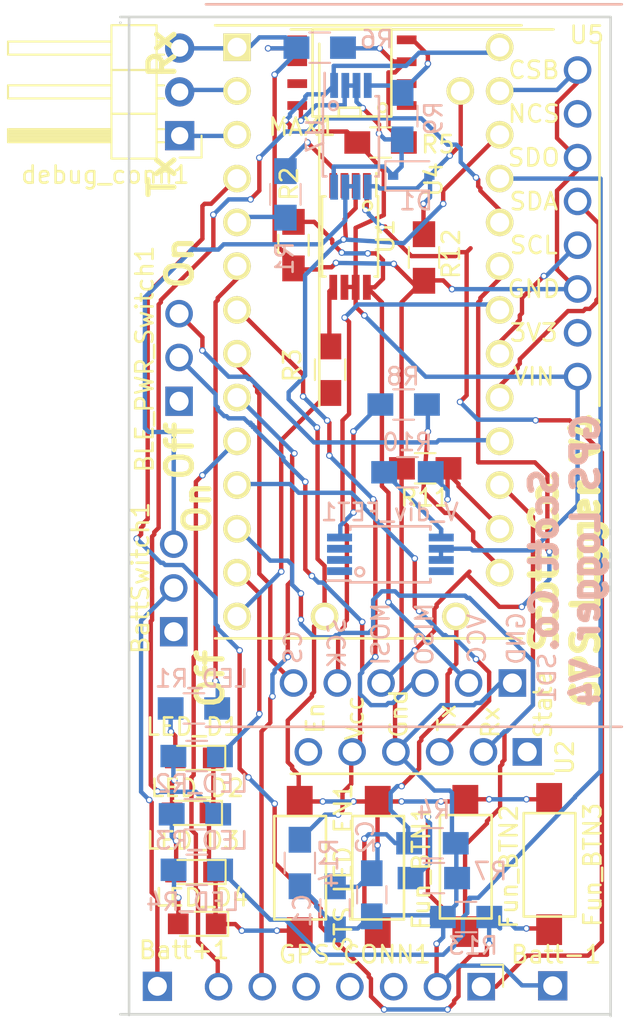
<source format=kicad_pcb>
(kicad_pcb (version 4) (host pcbnew 4.0.6)

  (general
    (links 96)
    (no_connects 0)
    (area 117.775762 59.425 154.632 127.358048)
    (thickness 1.6)
    (drawings 14)
    (tracks 968)
    (zones 0)
    (modules 43)
    (nets 46)
  )

  (page A4)
  (layers
    (0 F.Cu signal)
    (31 B.Cu signal)
    (32 B.Adhes user hide)
    (33 F.Adhes user)
    (34 B.Paste user)
    (35 F.Paste user)
    (36 B.SilkS user hide)
    (37 F.SilkS user hide)
    (38 B.Mask user hide)
    (39 F.Mask user hide)
    (40 Dwgs.User user hide)
    (41 Cmts.User user hide)
    (42 Eco1.User user hide)
    (43 Eco2.User user hide)
    (44 Edge.Cuts user)
    (45 Margin user hide)
    (46 B.CrtYd user hide)
    (47 F.CrtYd user hide)
    (48 B.Fab user hide)
    (49 F.Fab user hide)
  )

  (setup
    (last_trace_width 0.254)
    (trace_clearance 0.254)
    (zone_clearance 0.508)
    (zone_45_only no)
    (trace_min 0.1524)
    (segment_width 0.2)
    (edge_width 0.15)
    (via_size 0.381)
    (via_drill 0.254)
    (via_min_size 0.381)
    (via_min_drill 0.254)
    (user_via 0.508 0.3302)
    (user_via 0.889 0.508)
    (uvia_size 0.3)
    (uvia_drill 0.1)
    (uvias_allowed no)
    (uvia_min_size 0.2)
    (uvia_min_drill 0.1)
    (pcb_text_width 0.3)
    (pcb_text_size 1.5 1.5)
    (mod_edge_width 0.15)
    (mod_text_size 1 1)
    (mod_text_width 0.15)
    (pad_size 1.7 1.7)
    (pad_drill 1)
    (pad_to_mask_clearance 0.2)
    (aux_axis_origin 0 0)
    (grid_origin 135.84 90.41)
    (visible_elements 7FFEDFFF)
    (pcbplotparams
      (layerselection 0x00030_80000001)
      (usegerberextensions false)
      (excludeedgelayer true)
      (linewidth 0.100000)
      (plotframeref false)
      (viasonmask false)
      (mode 1)
      (useauxorigin false)
      (hpglpennumber 1)
      (hpglpenspeed 20)
      (hpglpendiameter 15)
      (hpglpenoverlay 2)
      (psnegative false)
      (psa4output false)
      (plotreference true)
      (plotvalue true)
      (plotinvisibletext false)
      (padsonsilk false)
      (subtractmaskfromsilk false)
      (outputformat 1)
      (mirror false)
      (drillshape 1)
      (scaleselection 1)
      (outputdirectory test))
  )

  (net 0 "")
  (net 1 GND)
  (net 2 +3V3)
  (net 3 "Net-(Batt+1-Pad1)")
  (net 4 +BATT)
  (net 5 "Net-(SD1-Pad6)")
  (net 6 "Net-(SD1-Pad3)")
  (net 7 "Net-(MAX1-Pad4)")
  (net 8 "Net-(R1-Pad1)")
  (net 9 "Net-(R1-Pad2)")
  (net 10 "Net-(R2-Pad1)")
  (net 11 "Net-(R3-Pad2)")
  (net 12 "Net-(LED_D1-Pad2)")
  (net 13 "Net-(LED_D1-Pad1)")
  (net 14 "Net-(LED_D2-Pad2)")
  (net 15 "Net-(LED_D3-Pad2)")
  (net 16 "Net-(LED_D4-Pad2)")
  (net 17 "Net-(BattSwitch1-Pad3)")
  (net 18 "Net-(BLE_PWR_Switch1-Pad2)")
  (net 19 "Net-(Fun_BTN1-Pad1)")
  (net 20 /BattPostSwitch)
  (net 21 /USBPower+)
  (net 22 "Net-(U4-Pad3)")
  (net 23 "Net-(U4-Pad2)")
  (net 24 "Net-(Fun_BTN2-Pad1)")
  (net 25 "Net-(MAX1-Pad3)")
  (net 26 "Net-(R8-Pad1)")
  (net 27 "Net-(R8-Pad2)")
  (net 28 "Net-(R10-Pad1)")
  (net 29 "Net-(R10-Pad2)")
  (net 30 "Net-(Fun_BTN3-Pad1)")
  (net 31 /BLE_Pwr_Pin17)
  (net 32 /GPS_Pwr)
  (net 33 /GPS_Tx_RX3_7)
  (net 34 /GPS_Rx_TX3_8)
  (net 35 /LED1_P4)
  (net 36 /LED2_P11)
  (net 37 /LED3_P22)
  (net 38 /LED4_P23)
  (net 39 /SD_En_P12)
  (net 40 /SD_SCK_P20)
  (net 41 /SD_MOSI_P21)
  (net 42 /BLE_Rx_TX2_10)
  (net 43 /BLE_Tx_RX2_9)
  (net 44 /SDA)
  (net 45 /SCL)

  (net_class Default "This is the default net class."
    (clearance 0.254)
    (trace_width 0.254)
    (via_dia 0.381)
    (via_drill 0.254)
    (uvia_dia 0.3)
    (uvia_drill 0.1)
    (add_net +3V3)
    (add_net +BATT)
    (add_net /BLE_Pwr_Pin17)
    (add_net /BLE_Rx_TX2_10)
    (add_net /BLE_Tx_RX2_9)
    (add_net /BattPostSwitch)
    (add_net /GPS_Pwr)
    (add_net /GPS_Rx_TX3_8)
    (add_net /GPS_Tx_RX3_7)
    (add_net /LED1_P4)
    (add_net /LED2_P11)
    (add_net /LED3_P22)
    (add_net /LED4_P23)
    (add_net /SCL)
    (add_net /SDA)
    (add_net /SD_En_P12)
    (add_net /SD_MOSI_P21)
    (add_net /SD_SCK_P20)
    (add_net /USBPower+)
    (add_net GND)
    (add_net "Net-(BLE_PWR_Switch1-Pad2)")
    (add_net "Net-(Batt+1-Pad1)")
    (add_net "Net-(BattSwitch1-Pad3)")
    (add_net "Net-(Fun_BTN1-Pad1)")
    (add_net "Net-(Fun_BTN2-Pad1)")
    (add_net "Net-(Fun_BTN3-Pad1)")
    (add_net "Net-(LED_D1-Pad1)")
    (add_net "Net-(LED_D1-Pad2)")
    (add_net "Net-(LED_D2-Pad2)")
    (add_net "Net-(LED_D3-Pad2)")
    (add_net "Net-(LED_D4-Pad2)")
    (add_net "Net-(MAX1-Pad3)")
    (add_net "Net-(MAX1-Pad4)")
    (add_net "Net-(R1-Pad1)")
    (add_net "Net-(R1-Pad2)")
    (add_net "Net-(R10-Pad1)")
    (add_net "Net-(R10-Pad2)")
    (add_net "Net-(R2-Pad1)")
    (add_net "Net-(R3-Pad2)")
    (add_net "Net-(R8-Pad1)")
    (add_net "Net-(R8-Pad2)")
    (add_net "Net-(SD1-Pad3)")
    (add_net "Net-(SD1-Pad6)")
    (add_net "Net-(U4-Pad2)")
    (add_net "Net-(U4-Pad3)")
  )

  (module EbayParts:TSSOP-8_4.4x3mm_Pitch0.65mm_custom (layer F.Cu) (tedit 5969A472) (tstamp 595597F3)
    (at 138.36 73.65 270)
    (descr "8-Lead Plastic Thin Shrink Small Outline (ST)-4.4 mm Body [TSSOP] (see Microchip Packaging Specification 00000049BS.pdf)")
    (tags "SSOP 0.65")
    (path /58F26970)
    (attr smd)
    (fp_text reference U1 (at -0.004 -2.052 270) (layer F.SilkS)
      (effects (font (size 1 1) (thickness 0.15)))
    )
    (fp_text value Si6943DQ (at 0 2.55 270) (layer F.Fab)
      (effects (font (size 1 1) (thickness 0.15)))
    )
    (fp_circle (center -1.778 -1.016) (end -1.524 -1.016) (layer F.SilkS) (width 0.15))
    (fp_line (start -1.2 -1.5) (end 2.2 -1.5) (layer F.Fab) (width 0.15))
    (fp_line (start 2.2 -1.5) (end 2.2 1.5) (layer F.Fab) (width 0.15))
    (fp_line (start 2.2 1.5) (end -2.2 1.5) (layer F.Fab) (width 0.15))
    (fp_line (start -2.2 1.5) (end -2.2 -0.5) (layer F.Fab) (width 0.15))
    (fp_line (start -2.2 -0.5) (end -1.2 -1.5) (layer F.Fab) (width 0.15))
    (fp_line (start -3.95 -1.8) (end -3.95 1.8) (layer F.CrtYd) (width 0.05))
    (fp_line (start 3.95 -1.8) (end 3.95 1.8) (layer F.CrtYd) (width 0.05))
    (fp_line (start -3.95 -1.8) (end 3.95 -1.8) (layer F.CrtYd) (width 0.05))
    (fp_line (start -3.95 1.8) (end 3.95 1.8) (layer F.CrtYd) (width 0.05))
    (fp_line (start -2.325 -1.625) (end -2.325 -1.525) (layer F.SilkS) (width 0.15))
    (fp_line (start 2.325 -1.625) (end 2.325 -1.425) (layer F.SilkS) (width 0.15))
    (fp_line (start 2.325 1.625) (end 2.325 1.425) (layer F.SilkS) (width 0.15))
    (fp_line (start -2.325 1.625) (end -2.325 1.425) (layer F.SilkS) (width 0.15))
    (fp_line (start -2.325 -1.625) (end 2.325 -1.625) (layer F.SilkS) (width 0.15))
    (fp_line (start -2.325 1.625) (end 2.325 1.625) (layer F.SilkS) (width 0.15))
    (fp_line (start -2.325 -1.525) (end -3.675 -1.525) (layer F.SilkS) (width 0.15))
    (pad 1 smd rect (at -2.95 -0.975 270) (size 1.45 0.45) (layers F.Cu F.Paste F.Mask)
      (net 32 /GPS_Pwr))
    (pad 2 smd rect (at -2.95 -0.325 270) (size 1.45 0.45) (layers F.Cu F.Paste F.Mask)
      (net 2 +3V3))
    (pad 3 smd rect (at -2.95 0.325 270) (size 1.45 0.45) (layers F.Cu F.Paste F.Mask)
      (net 2 +3V3))
    (pad 4 smd rect (at -2.95 0.975 270) (size 1.45 0.45) (layers F.Cu F.Paste F.Mask)
      (net 8 "Net-(R1-Pad1)"))
    (pad 5 smd rect (at 2.95 0.975 270) (size 1.45 0.45) (layers F.Cu F.Paste F.Mask)
      (net 11 "Net-(R3-Pad2)"))
    (pad 6 smd rect (at 2.95 0.325 270) (size 1.45 0.45) (layers F.Cu F.Paste F.Mask)
      (net 4 +BATT))
    (pad 7 smd rect (at 2.95 -0.325 270) (size 1.45 0.45) (layers F.Cu F.Paste F.Mask)
      (net 4 +BATT))
    (pad 8 smd rect (at 2.95 -0.975 270) (size 1.45 0.45) (layers F.Cu F.Paste F.Mask)
      (net 10 "Net-(R2-Pad1)"))
    (model Housings_SSOP.3dshapes/TSSOP-8_4.4x3mm_Pitch0.65mm.wrl
      (at (xyz 0 0 0))
      (scale (xyz 1 1 1))
      (rotate (xyz 0 0 0))
    )
  )

  (module Capacitors_SMD:C_0805_HandSoldering (layer B.Cu) (tedit 5969A220) (tstamp 58EF18DC)
    (at 137.49 112.6 270)
    (descr "Capacitor SMD 0805, hand soldering")
    (tags "capacitor 0805")
    (path /58C7CCD2)
    (attr smd)
    (fp_text reference C1 (at 0.162 1.904 270) (layer B.SilkS)
      (effects (font (size 1 1) (thickness 0.15)) (justify mirror))
    )
    (fp_text value 82nF (at 0 -1.75 270) (layer B.Fab)
      (effects (font (size 1 1) (thickness 0.15)) (justify mirror))
    )
    (fp_text user %R (at 0 1.75 270) (layer B.Fab)
      (effects (font (size 1 1) (thickness 0.15)) (justify mirror))
    )
    (fp_line (start -1 -0.62) (end -1 0.62) (layer B.Fab) (width 0.1))
    (fp_line (start 1 -0.62) (end -1 -0.62) (layer B.Fab) (width 0.1))
    (fp_line (start 1 0.62) (end 1 -0.62) (layer B.Fab) (width 0.1))
    (fp_line (start -1 0.62) (end 1 0.62) (layer B.Fab) (width 0.1))
    (fp_line (start 0.5 0.85) (end -0.5 0.85) (layer B.SilkS) (width 0.12))
    (fp_line (start -0.5 -0.85) (end 0.5 -0.85) (layer B.SilkS) (width 0.12))
    (fp_line (start -2.25 0.88) (end 2.25 0.88) (layer B.CrtYd) (width 0.05))
    (fp_line (start -2.25 0.88) (end -2.25 -0.87) (layer B.CrtYd) (width 0.05))
    (fp_line (start 2.25 -0.87) (end 2.25 0.88) (layer B.CrtYd) (width 0.05))
    (fp_line (start 2.25 -0.87) (end -2.25 -0.87) (layer B.CrtYd) (width 0.05))
    (pad 1 smd rect (at -1.25 0 270) (size 1.5 1.25) (layers B.Cu B.Paste B.Mask)
      (net 2 +3V3))
    (pad 2 smd rect (at 1.25 0 270) (size 1.5 1.25) (layers B.Cu B.Paste B.Mask)
      (net 1 GND))
    (model Capacitors_SMD.3dshapes/C_0805.wrl
      (at (xyz 0 0 0))
      (scale (xyz 1 1 1))
      (rotate (xyz 0 0 0))
    )
  )

  (module Capacitors_SMD:C_0805_HandSoldering (layer B.Cu) (tedit 5913D552) (tstamp 58EF18E2)
    (at 139.62 111.84 270)
    (descr "Capacitor SMD 0805, hand soldering")
    (tags "capacitor 0805")
    (path /58C7CE8C)
    (attr smd)
    (fp_text reference C2 (at -3.35026 0.35814 270) (layer B.SilkS)
      (effects (font (size 1 1) (thickness 0.15)) (justify mirror))
    )
    (fp_text value 2.2uF (at 0 -1.75 270) (layer B.Fab)
      (effects (font (size 1 1) (thickness 0.15)) (justify mirror))
    )
    (fp_text user %R (at 0 1.75 270) (layer B.Fab)
      (effects (font (size 1 1) (thickness 0.15)) (justify mirror))
    )
    (fp_line (start -1 -0.62) (end -1 0.62) (layer B.Fab) (width 0.1))
    (fp_line (start 1 -0.62) (end -1 -0.62) (layer B.Fab) (width 0.1))
    (fp_line (start 1 0.62) (end 1 -0.62) (layer B.Fab) (width 0.1))
    (fp_line (start -1 0.62) (end 1 0.62) (layer B.Fab) (width 0.1))
    (fp_line (start 0.5 0.85) (end -0.5 0.85) (layer B.SilkS) (width 0.12))
    (fp_line (start -0.5 -0.85) (end 0.5 -0.85) (layer B.SilkS) (width 0.12))
    (fp_line (start -2.25 0.88) (end 2.25 0.88) (layer B.CrtYd) (width 0.05))
    (fp_line (start -2.25 0.88) (end -2.25 -0.87) (layer B.CrtYd) (width 0.05))
    (fp_line (start 2.25 -0.87) (end 2.25 0.88) (layer B.CrtYd) (width 0.05))
    (fp_line (start 2.25 -0.87) (end -2.25 -0.87) (layer B.CrtYd) (width 0.05))
    (pad 1 smd rect (at -1.25 0 270) (size 1.5 1.25) (layers B.Cu B.Paste B.Mask)
      (net 2 +3V3))
    (pad 2 smd rect (at 1.25 0 270) (size 1.5 1.25) (layers B.Cu B.Paste B.Mask)
      (net 1 GND))
    (model Capacitors_SMD.3dshapes/C_0805.wrl
      (at (xyz 0 0 0))
      (scale (xyz 1 1 1))
      (rotate (xyz 0 0 0))
    )
  )

  (module Resistors_SMD:R_0805_HandSoldering (layer B.Cu) (tedit 5969A2DC) (tstamp 58EF1918)
    (at 134.61 71.21 270)
    (descr "Resistor SMD 0805, hand soldering")
    (tags "resistor 0805")
    (path /58CE2A45)
    (attr smd)
    (fp_text reference R1 (at 3.706 0.04 270) (layer B.SilkS)
      (effects (font (size 1 1) (thickness 0.15)) (justify mirror))
    )
    (fp_text value 10k (at 0 -1.75 270) (layer B.Fab)
      (effects (font (size 1 1) (thickness 0.15)) (justify mirror))
    )
    (fp_text user %R (at 0 0 270) (layer B.Fab)
      (effects (font (size 0.5 0.5) (thickness 0.075)) (justify mirror))
    )
    (fp_line (start -1 -0.62) (end -1 0.62) (layer B.Fab) (width 0.1))
    (fp_line (start 1 -0.62) (end -1 -0.62) (layer B.Fab) (width 0.1))
    (fp_line (start 1 0.62) (end 1 -0.62) (layer B.Fab) (width 0.1))
    (fp_line (start -1 0.62) (end 1 0.62) (layer B.Fab) (width 0.1))
    (fp_line (start 0.6 -0.88) (end -0.6 -0.88) (layer B.SilkS) (width 0.12))
    (fp_line (start -0.6 0.88) (end 0.6 0.88) (layer B.SilkS) (width 0.12))
    (fp_line (start -2.35 0.9) (end 2.35 0.9) (layer B.CrtYd) (width 0.05))
    (fp_line (start -2.35 0.9) (end -2.35 -0.9) (layer B.CrtYd) (width 0.05))
    (fp_line (start 2.35 -0.9) (end 2.35 0.9) (layer B.CrtYd) (width 0.05))
    (fp_line (start 2.35 -0.9) (end -2.35 -0.9) (layer B.CrtYd) (width 0.05))
    (pad 1 smd rect (at -1.35 0 270) (size 1.5 1.3) (layers B.Cu B.Paste B.Mask)
      (net 8 "Net-(R1-Pad1)"))
    (pad 2 smd rect (at 1.35 0 270) (size 1.5 1.3) (layers B.Cu B.Paste B.Mask)
      (net 9 "Net-(R1-Pad2)"))
    (model ${KISYS3DMOD}/Resistors_SMD.3dshapes/R_0805.wrl
      (at (xyz 0 0 0))
      (scale (xyz 1 1 1))
      (rotate (xyz 0 0 0))
    )
  )

  (module Resistors_SMD:R_0805_HandSoldering (layer F.Cu) (tedit 5969A46C) (tstamp 58EF191E)
    (at 135.078 74.154 270)
    (descr "Resistor SMD 0805, hand soldering")
    (tags "resistor 0805")
    (path /58CE59D8)
    (attr smd)
    (fp_text reference R2 (at -3.556 0.254 450) (layer F.SilkS)
      (effects (font (size 1 1) (thickness 0.15)))
    )
    (fp_text value 100k (at 0 1.75 270) (layer F.Fab)
      (effects (font (size 1 1) (thickness 0.15)))
    )
    (fp_text user %R (at 0 0 270) (layer F.Fab)
      (effects (font (size 0.5 0.5) (thickness 0.075)))
    )
    (fp_line (start -1 0.62) (end -1 -0.62) (layer F.Fab) (width 0.1))
    (fp_line (start 1 0.62) (end -1 0.62) (layer F.Fab) (width 0.1))
    (fp_line (start 1 -0.62) (end 1 0.62) (layer F.Fab) (width 0.1))
    (fp_line (start -1 -0.62) (end 1 -0.62) (layer F.Fab) (width 0.1))
    (fp_line (start 0.6 0.88) (end -0.6 0.88) (layer F.SilkS) (width 0.12))
    (fp_line (start -0.6 -0.88) (end 0.6 -0.88) (layer F.SilkS) (width 0.12))
    (fp_line (start -2.35 -0.9) (end 2.35 -0.9) (layer F.CrtYd) (width 0.05))
    (fp_line (start -2.35 -0.9) (end -2.35 0.9) (layer F.CrtYd) (width 0.05))
    (fp_line (start 2.35 0.9) (end 2.35 -0.9) (layer F.CrtYd) (width 0.05))
    (fp_line (start 2.35 0.9) (end -2.35 0.9) (layer F.CrtYd) (width 0.05))
    (pad 1 smd rect (at -1.35 0 270) (size 1.5 1.3) (layers F.Cu F.Paste F.Mask)
      (net 10 "Net-(R2-Pad1)"))
    (pad 2 smd rect (at 1.35 0 270) (size 1.5 1.3) (layers F.Cu F.Paste F.Mask)
      (net 1 GND))
    (model ${KISYS3DMOD}/Resistors_SMD.3dshapes/R_0805.wrl
      (at (xyz 0 0 0))
      (scale (xyz 1 1 1))
      (rotate (xyz 0 0 0))
    )
  )

  (module Resistors_SMD:R_0805_HandSoldering (layer F.Cu) (tedit 590E06D4) (tstamp 58EF1924)
    (at 137.2 81.38 90)
    (descr "Resistor SMD 0805, hand soldering")
    (tags "resistor 0805")
    (path /58CE85D8)
    (attr smd)
    (fp_text reference R3 (at 0.254 -2.1844 90) (layer F.SilkS)
      (effects (font (size 1 1) (thickness 0.15)))
    )
    (fp_text value 10k (at 0 1.75 90) (layer F.Fab)
      (effects (font (size 1 1) (thickness 0.15)))
    )
    (fp_text user %R (at 0 0 90) (layer F.Fab)
      (effects (font (size 0.5 0.5) (thickness 0.075)))
    )
    (fp_line (start -1 0.62) (end -1 -0.62) (layer F.Fab) (width 0.1))
    (fp_line (start 1 0.62) (end -1 0.62) (layer F.Fab) (width 0.1))
    (fp_line (start 1 -0.62) (end 1 0.62) (layer F.Fab) (width 0.1))
    (fp_line (start -1 -0.62) (end 1 -0.62) (layer F.Fab) (width 0.1))
    (fp_line (start 0.6 0.88) (end -0.6 0.88) (layer F.SilkS) (width 0.12))
    (fp_line (start -0.6 -0.88) (end 0.6 -0.88) (layer F.SilkS) (width 0.12))
    (fp_line (start -2.35 -0.9) (end 2.35 -0.9) (layer F.CrtYd) (width 0.05))
    (fp_line (start -2.35 -0.9) (end -2.35 0.9) (layer F.CrtYd) (width 0.05))
    (fp_line (start 2.35 0.9) (end 2.35 -0.9) (layer F.CrtYd) (width 0.05))
    (fp_line (start 2.35 0.9) (end -2.35 0.9) (layer F.CrtYd) (width 0.05))
    (pad 1 smd rect (at -1.35 0 90) (size 1.5 1.3) (layers F.Cu F.Paste F.Mask)
      (net 39 /SD_En_P12))
    (pad 2 smd rect (at 1.35 0 90) (size 1.5 1.3) (layers F.Cu F.Paste F.Mask)
      (net 11 "Net-(R3-Pad2)"))
    (model ${KISYS3DMOD}/Resistors_SMD.3dshapes/R_0805.wrl
      (at (xyz 0 0 0))
      (scale (xyz 1 1 1))
      (rotate (xyz 0 0 0))
    )
  )

  (module Resistors_SMD:R_0805_HandSoldering (layer B.Cu) (tedit 5969A2D3) (tstamp 58EF1936)
    (at 136.6 62.7)
    (descr "Resistor SMD 0805, hand soldering")
    (tags "resistor 0805")
    (path /58D44E32)
    (attr smd)
    (fp_text reference R6 (at 3.304 -0.484) (layer B.SilkS)
      (effects (font (size 1 1) (thickness 0.15)) (justify mirror))
    )
    (fp_text value 56k (at 0 -1.75) (layer B.Fab)
      (effects (font (size 1 1) (thickness 0.15)) (justify mirror))
    )
    (fp_text user %R (at 0 0) (layer B.Fab)
      (effects (font (size 0.5 0.5) (thickness 0.075)) (justify mirror))
    )
    (fp_line (start -1 -0.62) (end -1 0.62) (layer B.Fab) (width 0.1))
    (fp_line (start 1 -0.62) (end -1 -0.62) (layer B.Fab) (width 0.1))
    (fp_line (start 1 0.62) (end 1 -0.62) (layer B.Fab) (width 0.1))
    (fp_line (start -1 0.62) (end 1 0.62) (layer B.Fab) (width 0.1))
    (fp_line (start 0.6 -0.88) (end -0.6 -0.88) (layer B.SilkS) (width 0.12))
    (fp_line (start -0.6 0.88) (end 0.6 0.88) (layer B.SilkS) (width 0.12))
    (fp_line (start -2.35 0.9) (end 2.35 0.9) (layer B.CrtYd) (width 0.05))
    (fp_line (start -2.35 0.9) (end -2.35 -0.9) (layer B.CrtYd) (width 0.05))
    (fp_line (start 2.35 -0.9) (end 2.35 0.9) (layer B.CrtYd) (width 0.05))
    (fp_line (start 2.35 -0.9) (end -2.35 -0.9) (layer B.CrtYd) (width 0.05))
    (pad 1 smd rect (at -1.35 0) (size 1.5 1.3) (layers B.Cu B.Paste B.Mask)
      (net 1 GND))
    (pad 2 smd rect (at 1.35 0) (size 1.5 1.3) (layers B.Cu B.Paste B.Mask)
      (net 25 "Net-(MAX1-Pad3)"))
    (model ${KISYS3DMOD}/Resistors_SMD.3dshapes/R_0805.wrl
      (at (xyz 0 0 0))
      (scale (xyz 1 1 1))
      (rotate (xyz 0 0 0))
    )
  )

  (module Resistors_SMD:R_0805_HandSoldering (layer B.Cu) (tedit 5969A249) (tstamp 58EF1942)
    (at 141.47 83.4)
    (descr "Resistor SMD 0805, hand soldering")
    (tags "resistor 0805")
    (path /58D27FE9)
    (attr smd)
    (fp_text reference R8 (at -0.042 -1.626) (layer B.SilkS)
      (effects (font (size 1 1) (thickness 0.15)) (justify mirror))
    )
    (fp_text value 10k (at 0 -1.75) (layer B.Fab)
      (effects (font (size 1 1) (thickness 0.15)) (justify mirror))
    )
    (fp_text user %R (at 0 0) (layer B.Fab)
      (effects (font (size 0.5 0.5) (thickness 0.075)) (justify mirror))
    )
    (fp_line (start -1 -0.62) (end -1 0.62) (layer B.Fab) (width 0.1))
    (fp_line (start 1 -0.62) (end -1 -0.62) (layer B.Fab) (width 0.1))
    (fp_line (start 1 0.62) (end 1 -0.62) (layer B.Fab) (width 0.1))
    (fp_line (start -1 0.62) (end 1 0.62) (layer B.Fab) (width 0.1))
    (fp_line (start 0.6 -0.88) (end -0.6 -0.88) (layer B.SilkS) (width 0.12))
    (fp_line (start -0.6 0.88) (end 0.6 0.88) (layer B.SilkS) (width 0.12))
    (fp_line (start -2.35 0.9) (end 2.35 0.9) (layer B.CrtYd) (width 0.05))
    (fp_line (start -2.35 0.9) (end -2.35 -0.9) (layer B.CrtYd) (width 0.05))
    (fp_line (start 2.35 -0.9) (end 2.35 0.9) (layer B.CrtYd) (width 0.05))
    (fp_line (start 2.35 -0.9) (end -2.35 -0.9) (layer B.CrtYd) (width 0.05))
    (pad 1 smd rect (at -1.35 0) (size 1.5 1.3) (layers B.Cu B.Paste B.Mask)
      (net 26 "Net-(R8-Pad1)"))
    (pad 2 smd rect (at 1.35 0) (size 1.5 1.3) (layers B.Cu B.Paste B.Mask)
      (net 27 "Net-(R8-Pad2)"))
    (model ${KISYS3DMOD}/Resistors_SMD.3dshapes/R_0805.wrl
      (at (xyz 0 0 0))
      (scale (xyz 1 1 1))
      (rotate (xyz 0 0 0))
    )
  )

  (module Resistors_SMD:R_0805_HandSoldering (layer F.Cu) (tedit 5969A46F) (tstamp 58EF1954)
    (at 142.65 74.87 90)
    (descr "Resistor SMD 0805, hand soldering")
    (tags "resistor 0805")
    (path /58D1E754)
    (attr smd)
    (fp_text reference R12 (at 0.208 1.572 90) (layer F.SilkS)
      (effects (font (size 1 1) (thickness 0.15)))
    )
    (fp_text value 100k (at 0 1.75 90) (layer F.Fab)
      (effects (font (size 1 1) (thickness 0.15)))
    )
    (fp_text user %R (at 0 0 90) (layer F.Fab)
      (effects (font (size 0.5 0.5) (thickness 0.075)))
    )
    (fp_line (start -1 0.62) (end -1 -0.62) (layer F.Fab) (width 0.1))
    (fp_line (start 1 0.62) (end -1 0.62) (layer F.Fab) (width 0.1))
    (fp_line (start 1 -0.62) (end 1 0.62) (layer F.Fab) (width 0.1))
    (fp_line (start -1 -0.62) (end 1 -0.62) (layer F.Fab) (width 0.1))
    (fp_line (start 0.6 0.88) (end -0.6 0.88) (layer F.SilkS) (width 0.12))
    (fp_line (start -0.6 -0.88) (end 0.6 -0.88) (layer F.SilkS) (width 0.12))
    (fp_line (start -2.35 -0.9) (end 2.35 -0.9) (layer F.CrtYd) (width 0.05))
    (fp_line (start -2.35 -0.9) (end -2.35 0.9) (layer F.CrtYd) (width 0.05))
    (fp_line (start 2.35 0.9) (end 2.35 -0.9) (layer F.CrtYd) (width 0.05))
    (fp_line (start 2.35 0.9) (end -2.35 0.9) (layer F.CrtYd) (width 0.05))
    (pad 1 smd rect (at -1.35 0 90) (size 1.5 1.3) (layers F.Cu F.Paste F.Mask)
      (net 1 GND))
    (pad 2 smd rect (at 1.35 0 90) (size 1.5 1.3) (layers F.Cu F.Paste F.Mask)
      (net 21 /USBPower+))
    (model ${KISYS3DMOD}/Resistors_SMD.3dshapes/R_0805.wrl
      (at (xyz 0 0 0))
      (scale (xyz 1 1 1))
      (rotate (xyz 0 0 0))
    )
  )

  (module EbayParts:TSSOP-8_4.4x3mm_Pitch0.65mm_custom (layer B.Cu) (tedit 5969A246) (tstamp 58EF19EC)
    (at 140.7 92.09)
    (descr "8-Lead Plastic Thin Shrink Small Outline (ST)-4.4 mm Body [TSSOP] (see Microchip Packaging Specification 00000049BS.pdf)")
    (tags "SSOP 0.65")
    (path /58D267E6)
    (attr smd)
    (fp_text reference V_div_FET1 (at -0.034 -2.442) (layer B.SilkS)
      (effects (font (size 1 1) (thickness 0.15)) (justify mirror))
    )
    (fp_text value VDiv_FDW254p (at 0 -2.55) (layer B.Fab)
      (effects (font (size 1 1) (thickness 0.15)) (justify mirror))
    )
    (fp_circle (center -1.778 1.016) (end -1.524 1.016) (layer B.SilkS) (width 0.15))
    (fp_line (start -1.2 1.5) (end 2.2 1.5) (layer B.Fab) (width 0.15))
    (fp_line (start 2.2 1.5) (end 2.2 -1.5) (layer B.Fab) (width 0.15))
    (fp_line (start 2.2 -1.5) (end -2.2 -1.5) (layer B.Fab) (width 0.15))
    (fp_line (start -2.2 -1.5) (end -2.2 0.5) (layer B.Fab) (width 0.15))
    (fp_line (start -2.2 0.5) (end -1.2 1.5) (layer B.Fab) (width 0.15))
    (fp_line (start -3.95 1.8) (end -3.95 -1.8) (layer B.CrtYd) (width 0.05))
    (fp_line (start 3.95 1.8) (end 3.95 -1.8) (layer B.CrtYd) (width 0.05))
    (fp_line (start -3.95 1.8) (end 3.95 1.8) (layer B.CrtYd) (width 0.05))
    (fp_line (start -3.95 -1.8) (end 3.95 -1.8) (layer B.CrtYd) (width 0.05))
    (fp_line (start -2.325 1.625) (end -2.325 1.525) (layer B.SilkS) (width 0.15))
    (fp_line (start 2.325 1.625) (end 2.325 1.425) (layer B.SilkS) (width 0.15))
    (fp_line (start 2.325 -1.625) (end 2.325 -1.425) (layer B.SilkS) (width 0.15))
    (fp_line (start -2.325 -1.625) (end -2.325 -1.425) (layer B.SilkS) (width 0.15))
    (fp_line (start -2.325 1.625) (end 2.325 1.625) (layer B.SilkS) (width 0.15))
    (fp_line (start -2.325 -1.625) (end 2.325 -1.625) (layer B.SilkS) (width 0.15))
    (fp_line (start -2.325 1.525) (end -3.675 1.525) (layer B.SilkS) (width 0.15))
    (pad 1 smd rect (at -2.95 0.975) (size 1.45 0.45) (layers B.Cu B.Paste B.Mask))
    (pad 2 smd rect (at -2.95 0.325) (size 1.45 0.45) (layers B.Cu B.Paste B.Mask))
    (pad 3 smd rect (at -2.95 -0.325) (size 1.45 0.45) (layers B.Cu B.Paste B.Mask))
    (pad 4 smd rect (at -2.95 -0.975) (size 1.45 0.45) (layers B.Cu B.Paste B.Mask)
      (net 26 "Net-(R8-Pad1)"))
    (pad 5 smd rect (at 2.95 -0.975) (size 1.45 0.45) (layers B.Cu B.Paste B.Mask)
      (net 28 "Net-(R10-Pad1)"))
    (pad 6 smd rect (at 2.95 -0.325) (size 1.45 0.45) (layers B.Cu B.Paste B.Mask)
      (net 4 +BATT))
    (pad 7 smd rect (at 2.95 0.325) (size 1.45 0.45) (layers B.Cu B.Paste B.Mask)
      (net 4 +BATT))
    (pad 8 smd rect (at 2.95 0.975) (size 1.45 0.45) (layers B.Cu B.Paste B.Mask))
    (model Housings_SSOP.3dshapes/TSSOP-8_4.4x3mm_Pitch0.65mm.wrl
      (at (xyz 0 0 0))
      (scale (xyz 1 1 1))
      (rotate (xyz 0 0 0))
    )
  )

  (module EbayParts:SOIC-8-N (layer F.Cu) (tedit 5969A3B6) (tstamp 590DFBE6)
    (at 138.47 64.15 90)
    (descr "Module Narrow CMS SOJ 8 pins large")
    (tags "CMS SOJ")
    (path /58D3E43D)
    (attr smd)
    (fp_text reference MAX1 (at -3.146 -2.884 360) (layer F.SilkS)
      (effects (font (size 1 1) (thickness 0.15)))
    )
    (fp_text value MAX8212 (at 0 1.27 90) (layer F.Fab)
      (effects (font (size 1 1) (thickness 0.15)))
    )
    (fp_circle (center -2.032 1.778) (end -1.778 1.778) (layer F.SilkS) (width 0.15))
    (fp_line (start -2.54 -2.286) (end 2.54 -2.286) (layer F.SilkS) (width 0.15))
    (fp_line (start 2.54 -2.286) (end 2.54 2.286) (layer F.SilkS) (width 0.15))
    (fp_line (start 2.54 2.286) (end -2.54 2.286) (layer F.SilkS) (width 0.15))
    (fp_line (start -2.54 2.286) (end -2.54 -2.286) (layer F.SilkS) (width 0.15))
    (fp_line (start -2.54 -0.762) (end -2.032 -0.762) (layer F.SilkS) (width 0.15))
    (fp_line (start -2.032 -0.762) (end -2.032 0.508) (layer F.SilkS) (width 0.15))
    (fp_line (start -2.032 0.508) (end -2.54 0.508) (layer F.SilkS) (width 0.15))
    (pad 8 smd rect (at -1.905 -3.175 90) (size 0.508 1.143) (layers F.Cu F.Paste F.Mask)
      (net 20 /BattPostSwitch))
    (pad 7 smd rect (at -0.635 -3.175 90) (size 0.508 1.143) (layers F.Cu F.Paste F.Mask))
    (pad 6 smd rect (at 0.635 -3.175 90) (size 0.508 1.143) (layers F.Cu F.Paste F.Mask))
    (pad 5 smd rect (at 1.905 -3.175 90) (size 0.508 1.143) (layers F.Cu F.Paste F.Mask)
      (net 1 GND))
    (pad 4 smd rect (at 1.905 3.175 90) (size 0.508 1.143) (layers F.Cu F.Paste F.Mask)
      (net 7 "Net-(MAX1-Pad4)"))
    (pad 3 smd rect (at 0.635 3.175 90) (size 0.508 1.143) (layers F.Cu F.Paste F.Mask)
      (net 25 "Net-(MAX1-Pad3)"))
    (pad 2 smd rect (at -0.635 3.175 90) (size 0.508 1.143) (layers F.Cu F.Paste F.Mask))
    (pad 1 smd rect (at -1.905 3.175 90) (size 0.508 1.143) (layers F.Cu F.Paste F.Mask))
    (model SMD_Packages.3dshapes/SOIC-8-N.wrl
      (at (xyz 0 0 0))
      (scale (xyz 0.5 0.38 0.5))
      (rotate (xyz 0 0 0))
    )
  )

  (module LEDs:LED_0805 (layer F.Cu) (tedit 5969A302) (tstamp 590E035C)
    (at 129.32 103.9 180)
    (descr "LED 0805 smd package")
    (tags "LED led 0805 SMD smd SMT smt smdled SMDLED smtled SMTLED")
    (path /590E1C0A)
    (attr smd)
    (fp_text reference LED_D1 (at 0.084 1.806 180) (layer F.SilkS)
      (effects (font (size 1 1) (thickness 0.15)))
    )
    (fp_text value BLUE (at 0 1.55 180) (layer F.Fab)
      (effects (font (size 1 1) (thickness 0.15)))
    )
    (fp_line (start -1.8 -0.7) (end -1.8 0.7) (layer F.SilkS) (width 0.12))
    (fp_line (start -0.4 -0.4) (end -0.4 0.4) (layer F.Fab) (width 0.1))
    (fp_line (start -0.4 0) (end 0.2 -0.4) (layer F.Fab) (width 0.1))
    (fp_line (start 0.2 0.4) (end -0.4 0) (layer F.Fab) (width 0.1))
    (fp_line (start 0.2 -0.4) (end 0.2 0.4) (layer F.Fab) (width 0.1))
    (fp_line (start 1 0.6) (end -1 0.6) (layer F.Fab) (width 0.1))
    (fp_line (start 1 -0.6) (end 1 0.6) (layer F.Fab) (width 0.1))
    (fp_line (start -1 -0.6) (end 1 -0.6) (layer F.Fab) (width 0.1))
    (fp_line (start -1 0.6) (end -1 -0.6) (layer F.Fab) (width 0.1))
    (fp_line (start -1.8 0.7) (end 1 0.7) (layer F.SilkS) (width 0.12))
    (fp_line (start -1.8 -0.7) (end 1 -0.7) (layer F.SilkS) (width 0.12))
    (fp_line (start 1.95 -0.85) (end 1.95 0.85) (layer F.CrtYd) (width 0.05))
    (fp_line (start 1.95 0.85) (end -1.95 0.85) (layer F.CrtYd) (width 0.05))
    (fp_line (start -1.95 0.85) (end -1.95 -0.85) (layer F.CrtYd) (width 0.05))
    (fp_line (start -1.95 -0.85) (end 1.95 -0.85) (layer F.CrtYd) (width 0.05))
    (pad 2 smd rect (at 1.1 0) (size 1.2 1.2) (layers F.Cu F.Paste F.Mask)
      (net 12 "Net-(LED_D1-Pad2)"))
    (pad 1 smd rect (at -1.1 0) (size 1.2 1.2) (layers F.Cu F.Paste F.Mask)
      (net 13 "Net-(LED_D1-Pad1)"))
    (model LEDs.3dshapes/LED_0805.wrl
      (at (xyz 0 0 0))
      (scale (xyz 1 1 1))
      (rotate (xyz 0 0 180))
    )
  )

  (module LEDs:LED_0805 (layer F.Cu) (tedit 5969A304) (tstamp 590E0362)
    (at 129.13 107.09 180)
    (descr "LED 0805 smd package")
    (tags "LED led 0805 SMD smd SMT smt smdled SMDLED smtled SMTLED")
    (path /590E1D37)
    (attr smd)
    (fp_text reference LED_D2 (at -0.36 1.44 180) (layer F.SilkS)
      (effects (font (size 1 1) (thickness 0.15)))
    )
    (fp_text value GREEN (at 0 1.55 180) (layer F.Fab)
      (effects (font (size 1 1) (thickness 0.15)))
    )
    (fp_line (start -1.8 -0.7) (end -1.8 0.7) (layer F.SilkS) (width 0.12))
    (fp_line (start -0.4 -0.4) (end -0.4 0.4) (layer F.Fab) (width 0.1))
    (fp_line (start -0.4 0) (end 0.2 -0.4) (layer F.Fab) (width 0.1))
    (fp_line (start 0.2 0.4) (end -0.4 0) (layer F.Fab) (width 0.1))
    (fp_line (start 0.2 -0.4) (end 0.2 0.4) (layer F.Fab) (width 0.1))
    (fp_line (start 1 0.6) (end -1 0.6) (layer F.Fab) (width 0.1))
    (fp_line (start 1 -0.6) (end 1 0.6) (layer F.Fab) (width 0.1))
    (fp_line (start -1 -0.6) (end 1 -0.6) (layer F.Fab) (width 0.1))
    (fp_line (start -1 0.6) (end -1 -0.6) (layer F.Fab) (width 0.1))
    (fp_line (start -1.8 0.7) (end 1 0.7) (layer F.SilkS) (width 0.12))
    (fp_line (start -1.8 -0.7) (end 1 -0.7) (layer F.SilkS) (width 0.12))
    (fp_line (start 1.95 -0.85) (end 1.95 0.85) (layer F.CrtYd) (width 0.05))
    (fp_line (start 1.95 0.85) (end -1.95 0.85) (layer F.CrtYd) (width 0.05))
    (fp_line (start -1.95 0.85) (end -1.95 -0.85) (layer F.CrtYd) (width 0.05))
    (fp_line (start -1.95 -0.85) (end 1.95 -0.85) (layer F.CrtYd) (width 0.05))
    (pad 2 smd rect (at 1.1 0) (size 1.2 1.2) (layers F.Cu F.Paste F.Mask)
      (net 14 "Net-(LED_D2-Pad2)"))
    (pad 1 smd rect (at -1.1 0) (size 1.2 1.2) (layers F.Cu F.Paste F.Mask)
      (net 13 "Net-(LED_D1-Pad1)"))
    (model LEDs.3dshapes/LED_0805.wrl
      (at (xyz 0 0 0))
      (scale (xyz 1 1 1))
      (rotate (xyz 0 0 180))
    )
  )

  (module LEDs:LED_0805 (layer F.Cu) (tedit 5969A306) (tstamp 590E0368)
    (at 129.34 110.52 180)
    (descr "LED 0805 smd package")
    (tags "LED led 0805 SMD smd SMT smt smdled SMDLED smtled SMTLED")
    (path /590E1E01)
    (attr smd)
    (fp_text reference LED_D3 (at 0.104 1.822 180) (layer F.SilkS)
      (effects (font (size 1 1) (thickness 0.15)))
    )
    (fp_text value RED (at 0 1.55 180) (layer F.Fab)
      (effects (font (size 1 1) (thickness 0.15)))
    )
    (fp_line (start -1.8 -0.7) (end -1.8 0.7) (layer F.SilkS) (width 0.12))
    (fp_line (start -0.4 -0.4) (end -0.4 0.4) (layer F.Fab) (width 0.1))
    (fp_line (start -0.4 0) (end 0.2 -0.4) (layer F.Fab) (width 0.1))
    (fp_line (start 0.2 0.4) (end -0.4 0) (layer F.Fab) (width 0.1))
    (fp_line (start 0.2 -0.4) (end 0.2 0.4) (layer F.Fab) (width 0.1))
    (fp_line (start 1 0.6) (end -1 0.6) (layer F.Fab) (width 0.1))
    (fp_line (start 1 -0.6) (end 1 0.6) (layer F.Fab) (width 0.1))
    (fp_line (start -1 -0.6) (end 1 -0.6) (layer F.Fab) (width 0.1))
    (fp_line (start -1 0.6) (end -1 -0.6) (layer F.Fab) (width 0.1))
    (fp_line (start -1.8 0.7) (end 1 0.7) (layer F.SilkS) (width 0.12))
    (fp_line (start -1.8 -0.7) (end 1 -0.7) (layer F.SilkS) (width 0.12))
    (fp_line (start 1.95 -0.85) (end 1.95 0.85) (layer F.CrtYd) (width 0.05))
    (fp_line (start 1.95 0.85) (end -1.95 0.85) (layer F.CrtYd) (width 0.05))
    (fp_line (start -1.95 0.85) (end -1.95 -0.85) (layer F.CrtYd) (width 0.05))
    (fp_line (start -1.95 -0.85) (end 1.95 -0.85) (layer F.CrtYd) (width 0.05))
    (pad 2 smd rect (at 1.1 0) (size 1.2 1.2) (layers F.Cu F.Paste F.Mask)
      (net 15 "Net-(LED_D3-Pad2)"))
    (pad 1 smd rect (at -1.1 0) (size 1.2 1.2) (layers F.Cu F.Paste F.Mask)
      (net 13 "Net-(LED_D1-Pad1)"))
    (model LEDs.3dshapes/LED_0805.wrl
      (at (xyz 0 0 0))
      (scale (xyz 1 1 1))
      (rotate (xyz 0 0 180))
    )
  )

  (module LEDs:LED_0805 (layer F.Cu) (tedit 5969A330) (tstamp 590E036E)
    (at 129.49 113.524 180)
    (descr "LED 0805 smd package")
    (tags "LED led 0805 SMD smd SMT smt smdled SMDLED smtled SMTLED")
    (path /590E205D)
    (attr smd)
    (fp_text reference LED_D4 (at -0.254 1.524 180) (layer F.SilkS)
      (effects (font (size 1 1) (thickness 0.15)))
    )
    (fp_text value ORANGE (at 0 1.55 180) (layer F.Fab)
      (effects (font (size 1 1) (thickness 0.15)))
    )
    (fp_line (start -1.8 -0.7) (end -1.8 0.7) (layer F.SilkS) (width 0.12))
    (fp_line (start -0.4 -0.4) (end -0.4 0.4) (layer F.Fab) (width 0.1))
    (fp_line (start -0.4 0) (end 0.2 -0.4) (layer F.Fab) (width 0.1))
    (fp_line (start 0.2 0.4) (end -0.4 0) (layer F.Fab) (width 0.1))
    (fp_line (start 0.2 -0.4) (end 0.2 0.4) (layer F.Fab) (width 0.1))
    (fp_line (start 1 0.6) (end -1 0.6) (layer F.Fab) (width 0.1))
    (fp_line (start 1 -0.6) (end 1 0.6) (layer F.Fab) (width 0.1))
    (fp_line (start -1 -0.6) (end 1 -0.6) (layer F.Fab) (width 0.1))
    (fp_line (start -1 0.6) (end -1 -0.6) (layer F.Fab) (width 0.1))
    (fp_line (start -1.8 0.7) (end 1 0.7) (layer F.SilkS) (width 0.12))
    (fp_line (start -1.8 -0.7) (end 1 -0.7) (layer F.SilkS) (width 0.12))
    (fp_line (start 1.95 -0.85) (end 1.95 0.85) (layer F.CrtYd) (width 0.05))
    (fp_line (start 1.95 0.85) (end -1.95 0.85) (layer F.CrtYd) (width 0.05))
    (fp_line (start -1.95 0.85) (end -1.95 -0.85) (layer F.CrtYd) (width 0.05))
    (fp_line (start -1.95 -0.85) (end 1.95 -0.85) (layer F.CrtYd) (width 0.05))
    (pad 2 smd rect (at 1.1 0) (size 1.2 1.2) (layers F.Cu F.Paste F.Mask)
      (net 16 "Net-(LED_D4-Pad2)"))
    (pad 1 smd rect (at -1.1 0) (size 1.2 1.2) (layers F.Cu F.Paste F.Mask)
      (net 13 "Net-(LED_D1-Pad1)"))
    (model LEDs.3dshapes/LED_0805.wrl
      (at (xyz 0 0 0))
      (scale (xyz 1 1 1))
      (rotate (xyz 0 0 180))
    )
  )

  (module Resistors_SMD:R_0805_HandSoldering (layer B.Cu) (tedit 5969A1FF) (tstamp 590E0374)
    (at 129.3 101.03)
    (descr "Resistor SMD 0805, hand soldering")
    (tags "resistor 0805")
    (path /590E6B16)
    (attr smd)
    (fp_text reference LED_R1 (at 0.444 -1.73) (layer B.SilkS)
      (effects (font (size 1 1) (thickness 0.15)) (justify mirror))
    )
    (fp_text value 5.6 (at 0 -1.75) (layer B.Fab)
      (effects (font (size 1 1) (thickness 0.15)) (justify mirror))
    )
    (fp_text user %R (at 0 0) (layer B.Fab)
      (effects (font (size 0.5 0.5) (thickness 0.075)) (justify mirror))
    )
    (fp_line (start -1 -0.62) (end -1 0.62) (layer B.Fab) (width 0.1))
    (fp_line (start 1 -0.62) (end -1 -0.62) (layer B.Fab) (width 0.1))
    (fp_line (start 1 0.62) (end 1 -0.62) (layer B.Fab) (width 0.1))
    (fp_line (start -1 0.62) (end 1 0.62) (layer B.Fab) (width 0.1))
    (fp_line (start 0.6 -0.88) (end -0.6 -0.88) (layer B.SilkS) (width 0.12))
    (fp_line (start -0.6 0.88) (end 0.6 0.88) (layer B.SilkS) (width 0.12))
    (fp_line (start -2.35 0.9) (end 2.35 0.9) (layer B.CrtYd) (width 0.05))
    (fp_line (start -2.35 0.9) (end -2.35 -0.9) (layer B.CrtYd) (width 0.05))
    (fp_line (start 2.35 -0.9) (end 2.35 0.9) (layer B.CrtYd) (width 0.05))
    (fp_line (start 2.35 -0.9) (end -2.35 -0.9) (layer B.CrtYd) (width 0.05))
    (pad 1 smd rect (at -1.35 0) (size 1.5 1.3) (layers B.Cu B.Paste B.Mask)
      (net 12 "Net-(LED_D1-Pad2)"))
    (pad 2 smd rect (at 1.35 0) (size 1.5 1.3) (layers B.Cu B.Paste B.Mask)
      (net 35 /LED1_P4))
    (model ${KISYS3DMOD}/Resistors_SMD.3dshapes/R_0805.wrl
      (at (xyz 0 0 0))
      (scale (xyz 1 1 1))
      (rotate (xyz 0 0 0))
    )
  )

  (module Resistors_SMD:R_0805_HandSoldering (layer B.Cu) (tedit 5969A21B) (tstamp 590E037A)
    (at 129.46 103.79)
    (descr "Resistor SMD 0805, hand soldering")
    (tags "resistor 0805")
    (path /590E6DE9)
    (attr smd)
    (fp_text reference LED_R2 (at 0.284 1.606) (layer B.SilkS)
      (effects (font (size 1 1) (thickness 0.15)) (justify mirror))
    )
    (fp_text value 10 (at 0 -1.75) (layer B.Fab)
      (effects (font (size 1 1) (thickness 0.15)) (justify mirror))
    )
    (fp_text user %R (at 0 0) (layer B.Fab)
      (effects (font (size 0.5 0.5) (thickness 0.075)) (justify mirror))
    )
    (fp_line (start -1 -0.62) (end -1 0.62) (layer B.Fab) (width 0.1))
    (fp_line (start 1 -0.62) (end -1 -0.62) (layer B.Fab) (width 0.1))
    (fp_line (start 1 0.62) (end 1 -0.62) (layer B.Fab) (width 0.1))
    (fp_line (start -1 0.62) (end 1 0.62) (layer B.Fab) (width 0.1))
    (fp_line (start 0.6 -0.88) (end -0.6 -0.88) (layer B.SilkS) (width 0.12))
    (fp_line (start -0.6 0.88) (end 0.6 0.88) (layer B.SilkS) (width 0.12))
    (fp_line (start -2.35 0.9) (end 2.35 0.9) (layer B.CrtYd) (width 0.05))
    (fp_line (start -2.35 0.9) (end -2.35 -0.9) (layer B.CrtYd) (width 0.05))
    (fp_line (start 2.35 -0.9) (end 2.35 0.9) (layer B.CrtYd) (width 0.05))
    (fp_line (start 2.35 -0.9) (end -2.35 -0.9) (layer B.CrtYd) (width 0.05))
    (pad 1 smd rect (at -1.35 0) (size 1.5 1.3) (layers B.Cu B.Paste B.Mask)
      (net 14 "Net-(LED_D2-Pad2)"))
    (pad 2 smd rect (at 1.35 0) (size 1.5 1.3) (layers B.Cu B.Paste B.Mask)
      (net 36 /LED2_P11))
    (model ${KISYS3DMOD}/Resistors_SMD.3dshapes/R_0805.wrl
      (at (xyz 0 0 0))
      (scale (xyz 1 1 1))
      (rotate (xyz 0 0 0))
    )
  )

  (module Resistors_SMD:R_0805_HandSoldering (layer B.Cu) (tedit 5969A217) (tstamp 590E0380)
    (at 129.36 107.17)
    (descr "Resistor SMD 0805, hand soldering")
    (tags "resistor 0805")
    (path /590E6E9A)
    (attr smd)
    (fp_text reference LED_R3 (at 0.384 1.528) (layer B.SilkS)
      (effects (font (size 1 1) (thickness 0.15)) (justify mirror))
    )
    (fp_text value 56 (at 0 -1.75) (layer B.Fab)
      (effects (font (size 1 1) (thickness 0.15)) (justify mirror))
    )
    (fp_text user %R (at 0 0) (layer B.Fab)
      (effects (font (size 0.5 0.5) (thickness 0.075)) (justify mirror))
    )
    (fp_line (start -1 -0.62) (end -1 0.62) (layer B.Fab) (width 0.1))
    (fp_line (start 1 -0.62) (end -1 -0.62) (layer B.Fab) (width 0.1))
    (fp_line (start 1 0.62) (end 1 -0.62) (layer B.Fab) (width 0.1))
    (fp_line (start -1 0.62) (end 1 0.62) (layer B.Fab) (width 0.1))
    (fp_line (start 0.6 -0.88) (end -0.6 -0.88) (layer B.SilkS) (width 0.12))
    (fp_line (start -0.6 0.88) (end 0.6 0.88) (layer B.SilkS) (width 0.12))
    (fp_line (start -2.35 0.9) (end 2.35 0.9) (layer B.CrtYd) (width 0.05))
    (fp_line (start -2.35 0.9) (end -2.35 -0.9) (layer B.CrtYd) (width 0.05))
    (fp_line (start 2.35 -0.9) (end 2.35 0.9) (layer B.CrtYd) (width 0.05))
    (fp_line (start 2.35 -0.9) (end -2.35 -0.9) (layer B.CrtYd) (width 0.05))
    (pad 1 smd rect (at -1.35 0) (size 1.5 1.3) (layers B.Cu B.Paste B.Mask)
      (net 15 "Net-(LED_D3-Pad2)"))
    (pad 2 smd rect (at 1.35 0) (size 1.5 1.3) (layers B.Cu B.Paste B.Mask)
      (net 37 /LED3_P22))
    (model ${KISYS3DMOD}/Resistors_SMD.3dshapes/R_0805.wrl
      (at (xyz 0 0 0))
      (scale (xyz 1 1 1))
      (rotate (xyz 0 0 0))
    )
  )

  (module Resistors_SMD:R_0805_HandSoldering (layer B.Cu) (tedit 5969A213) (tstamp 590E0386)
    (at 129.47 110.39)
    (descr "Resistor SMD 0805, hand soldering")
    (tags "resistor 0805")
    (path /590E6F5A)
    (attr smd)
    (fp_text reference LED_R4 (at -0.234 1.864) (layer B.SilkS)
      (effects (font (size 1 1) (thickness 0.15)) (justify mirror))
    )
    (fp_text value 56 (at 0 -1.75) (layer B.Fab)
      (effects (font (size 1 1) (thickness 0.15)) (justify mirror))
    )
    (fp_text user %R (at 0 0) (layer B.Fab)
      (effects (font (size 0.5 0.5) (thickness 0.075)) (justify mirror))
    )
    (fp_line (start -1 -0.62) (end -1 0.62) (layer B.Fab) (width 0.1))
    (fp_line (start 1 -0.62) (end -1 -0.62) (layer B.Fab) (width 0.1))
    (fp_line (start 1 0.62) (end 1 -0.62) (layer B.Fab) (width 0.1))
    (fp_line (start -1 0.62) (end 1 0.62) (layer B.Fab) (width 0.1))
    (fp_line (start 0.6 -0.88) (end -0.6 -0.88) (layer B.SilkS) (width 0.12))
    (fp_line (start -0.6 0.88) (end 0.6 0.88) (layer B.SilkS) (width 0.12))
    (fp_line (start -2.35 0.9) (end 2.35 0.9) (layer B.CrtYd) (width 0.05))
    (fp_line (start -2.35 0.9) (end -2.35 -0.9) (layer B.CrtYd) (width 0.05))
    (fp_line (start 2.35 -0.9) (end 2.35 0.9) (layer B.CrtYd) (width 0.05))
    (fp_line (start 2.35 -0.9) (end -2.35 -0.9) (layer B.CrtYd) (width 0.05))
    (pad 1 smd rect (at -1.35 0) (size 1.5 1.3) (layers B.Cu B.Paste B.Mask)
      (net 16 "Net-(LED_D4-Pad2)"))
    (pad 2 smd rect (at 1.35 0) (size 1.5 1.3) (layers B.Cu B.Paste B.Mask)
      (net 38 /LED4_P23))
    (model ${KISYS3DMOD}/Resistors_SMD.3dshapes/R_0805.wrl
      (at (xyz 0 0 0))
      (scale (xyz 1 1 1))
      (rotate (xyz 0 0 0))
    )
  )

  (module EbayParts:Pin_Header_Angled_1x07_Pitch2.54mm (layer F.Cu) (tedit 5969A2FD) (tstamp 590E5B32)
    (at 145.97 117.17 270)
    (descr "Through hole angled pin header, 1x07, 2.54mm pitch, 6mm pin length, single row")
    (tags "Through hole angled pin header THT 1x07 2.54mm single row")
    (path /58C8E9D5)
    (fp_text reference GPS_CONN1 (at -1.868 7.336 540) (layer F.SilkS)
      (effects (font (size 1 1) (thickness 0.15)))
    )
    (fp_text value "GPS Connector" (at 4.315 17.51 270) (layer F.Fab)
      (effects (font (size 1 1) (thickness 0.15)))
    )
    (fp_line (start -1.778 -1.778) (end 2.032 -1.778) (layer F.CrtYd) (width 0.15))
    (fp_line (start 2.032 -1.778) (end 2.032 -1.524) (layer F.CrtYd) (width 0.15))
    (fp_line (start -1.778 17.018) (end 2.032 17.018) (layer F.CrtYd) (width 0.15))
    (fp_line (start -1.27 0) (end -1.27 -1.27) (layer F.SilkS) (width 0.12))
    (fp_line (start -1.27 -1.27) (end 0 -1.27) (layer F.SilkS) (width 0.12))
    (fp_line (start -1.8 -1.8) (end -1.8 17.05) (layer F.CrtYd) (width 0.05))
    (fp_line (start 2.018 17.304) (end 2.018 -1.546) (layer F.CrtYd) (width 0.05))
    (pad 1 thru_hole rect (at 0 0 270) (size 1.6 1.6) (drill 1.1) (layers *.Cu *.Mask)
      (net 32 /GPS_Pwr))
    (pad 2 thru_hole circle (at 0 2.54 270) (size 1.6 1.6) (drill 1.1) (layers *.Cu *.Mask)
      (net 1 GND))
    (pad 3 thru_hole circle (at 0 5.08 270) (size 1.6 1.6) (drill 1.1) (layers *.Cu *.Mask))
    (pad 4 thru_hole circle (at 0 7.62 270) (size 1.6 1.6) (drill 1.1) (layers *.Cu *.Mask))
    (pad 5 thru_hole circle (at 0 10.16 270) (size 1.6 1.6) (drill 1.1) (layers *.Cu *.Mask))
    (pad 6 thru_hole circle (at 0 12.7 270) (size 1.6 1.6) (drill 1.1) (layers *.Cu *.Mask)
      (net 33 /GPS_Tx_RX3_7))
    (pad 7 thru_hole circle (at 0 15.24 270) (size 1.6 1.6) (drill 1.1) (layers *.Cu *.Mask)
      (net 34 /GPS_Rx_TX3_8))
    (model ${KISYS3DMOD}/Pin_Headers.3dshapes/Pin_Header_Angled_1x07_Pitch2.54mm.wrl
      (at (xyz 0 -0.3 0))
      (scale (xyz 1 1 1))
      (rotate (xyz 0 0 90))
    )
  )

  (module EbayParts:Pin_Header_1x01_Pitch2.54mm (layer F.Cu) (tedit 5969C1D4) (tstamp 5955978F)
    (at 127.18 117.15)
    (descr "Through hole angled pin header, 1x01, 2.54mm pitch, 6mm pin length, single row")
    (tags "Through hole angled pin header THT 1x01 2.54mm single row")
    (path /58CFC58C)
    (fp_text reference Batt+1 (at 1.548 -2.102) (layer F.SilkS)
      (effects (font (size 1 1) (thickness 0.15)))
    )
    (fp_text value +Batt (at 0.508 -3.556) (layer F.Fab)
      (effects (font (size 1 1) (thickness 0.15)))
    )
    (pad 1 thru_hole rect (at 0 0) (size 1.7 1.7) (drill 1.1) (layers *.Cu *.Mask)
      (net 3 "Net-(Batt+1-Pad1)"))
    (model ${KISYS3DMOD}/Pin_Headers.3dshapes/Pin_Header_Angled_1x01_Pitch2.54mm.wrl
      (at (xyz 0 0 0))
      (scale (xyz 1 1 1))
      (rotate (xyz 0 0 90))
    )
  )

  (module EbayParts:Pin_Header_1x01_Pitch2.54mm (layer F.Cu) (tedit 5969AABB) (tstamp 59559794)
    (at 150.12 117.12)
    (descr "Through hole angled pin header, 1x01, 2.54mm pitch, 6mm pin length, single row")
    (tags "Through hole angled pin header THT 1x01 2.54mm single row")
    (path /58CFC7C9)
    (fp_text reference Batt-1 (at 0.198 -1.818) (layer F.SilkS)
      (effects (font (size 1 1) (thickness 0.15)))
    )
    (fp_text value -Batt (at 0.508 -3.556) (layer F.Fab)
      (effects (font (size 1 1) (thickness 0.15)))
    )
    (pad 1 thru_hole rect (at 0 0) (size 1.7 1.7) (drill 1.1) (layers *.Cu *.Mask)
      (net 1 GND))
    (model ${KISYS3DMOD}/Pin_Headers.3dshapes/Pin_Header_Angled_1x01_Pitch2.54mm.wrl
      (at (xyz 0 0 0))
      (scale (xyz 1 1 1))
      (rotate (xyz 0 0 90))
    )
  )

  (module EbayParts:Pin_Header_1x03_Pitch2.54mm (layer F.Cu) (tedit 5969AAC6) (tstamp 5955979B)
    (at 128.13 96.58 180)
    (descr "Through hole angled pin header, 1x03, 2.54mm pitch, 6mm pin length, single row")
    (tags "Through hole angled pin header THT 1x03 2.54mm single row")
    (path /58D0EFA6)
    (fp_text reference BattSwitch1 (at 1.942 3.122 270) (layer F.SilkS)
      (effects (font (size 1 1) (thickness 0.15)))
    )
    (fp_text value BattSwitch (at 4.315 7.35 180) (layer F.Fab)
      (effects (font (size 1 1) (thickness 0.15)))
    )
    (pad 1 thru_hole rect (at 0 0 180) (size 1.6 1.7) (drill 1.1) (layers *.Cu *.Mask))
    (pad 2 thru_hole circle (at 0 2.54 180) (size 1.6 1.6) (drill 1.1) (layers *.Cu *.Mask)
      (net 3 "Net-(Batt+1-Pad1)"))
    (pad 3 thru_hole circle (at 0 5.08 180) (size 1.6 1.6) (drill 1.1) (layers *.Cu *.Mask)
      (net 17 "Net-(BattSwitch1-Pad3)"))
    (model ${KISYS3DMOD}/Pin_Headers.3dshapes/Pin_Header_Angled_1x03_Pitch2.54mm.wrl
      (at (xyz 0 -0.1 0))
      (scale (xyz 1 1 1))
      (rotate (xyz 0 0 90))
    )
  )

  (module EbayParts:Pin_Header_1x03_Pitch2.54mm (layer F.Cu) (tedit 5969AAD6) (tstamp 595597A2)
    (at 128.44 83.21 180)
    (descr "Through hole angled pin header, 1x03, 2.54mm pitch, 6mm pin length, single row")
    (tags "Through hole angled pin header THT 1x03 2.54mm single row")
    (path /58D0B2C5)
    (fp_text reference BLE_PWR_Switch1 (at 1.998 2.452 270) (layer F.SilkS)
      (effects (font (size 1 1) (thickness 0.15)))
    )
    (fp_text value BLE_PWR_Switch (at 4.315 7.35 180) (layer F.Fab)
      (effects (font (size 1 1) (thickness 0.15)))
    )
    (pad 1 thru_hole rect (at 0 0 180) (size 1.6 1.7) (drill 1.1) (layers *.Cu *.Mask))
    (pad 2 thru_hole circle (at 0 2.54 180) (size 1.6 1.6) (drill 1.1) (layers *.Cu *.Mask)
      (net 18 "Net-(BLE_PWR_Switch1-Pad2)"))
    (pad 3 thru_hole circle (at 0 5.08 180) (size 1.6 1.6) (drill 1.1) (layers *.Cu *.Mask)
      (net 31 /BLE_Pwr_Pin17))
    (model ${KISYS3DMOD}/Pin_Headers.3dshapes/Pin_Header_Angled_1x03_Pitch2.54mm.wrl
      (at (xyz 0 -0.1 0))
      (scale (xyz 1 1 1))
      (rotate (xyz 0 0 90))
    )
  )

  (module Diodes_SMD:D_SOD-323 (layer B.Cu) (tedit 5969A2CA) (tstamp 595597A8)
    (at 141.91 70.14)
    (descr SOD-323)
    (tags SOD-323)
    (path /593B6C57)
    (attr smd)
    (fp_text reference D1 (at 0.28 1.474) (layer B.SilkS)
      (effects (font (size 1 1) (thickness 0.15)) (justify mirror))
    )
    (fp_text value D (at 0.1 -1.9) (layer B.Fab)
      (effects (font (size 1 1) (thickness 0.15)) (justify mirror))
    )
    (fp_text user %R (at 0 1.85) (layer B.Fab)
      (effects (font (size 1 1) (thickness 0.15)) (justify mirror))
    )
    (fp_line (start -1.5 0.85) (end -1.5 -0.85) (layer B.SilkS) (width 0.12))
    (fp_line (start 0.2 0) (end 0.45 0) (layer B.Fab) (width 0.1))
    (fp_line (start 0.2 -0.35) (end -0.3 0) (layer B.Fab) (width 0.1))
    (fp_line (start 0.2 0.35) (end 0.2 -0.35) (layer B.Fab) (width 0.1))
    (fp_line (start -0.3 0) (end 0.2 0.35) (layer B.Fab) (width 0.1))
    (fp_line (start -0.3 0) (end -0.5 0) (layer B.Fab) (width 0.1))
    (fp_line (start -0.3 0.35) (end -0.3 -0.35) (layer B.Fab) (width 0.1))
    (fp_line (start -0.9 -0.7) (end -0.9 0.7) (layer B.Fab) (width 0.1))
    (fp_line (start 0.9 -0.7) (end -0.9 -0.7) (layer B.Fab) (width 0.1))
    (fp_line (start 0.9 0.7) (end 0.9 -0.7) (layer B.Fab) (width 0.1))
    (fp_line (start -0.9 0.7) (end 0.9 0.7) (layer B.Fab) (width 0.1))
    (fp_line (start -1.6 0.95) (end 1.6 0.95) (layer B.CrtYd) (width 0.05))
    (fp_line (start 1.6 0.95) (end 1.6 -0.95) (layer B.CrtYd) (width 0.05))
    (fp_line (start -1.6 -0.95) (end 1.6 -0.95) (layer B.CrtYd) (width 0.05))
    (fp_line (start -1.6 0.95) (end -1.6 -0.95) (layer B.CrtYd) (width 0.05))
    (fp_line (start -1.5 -0.85) (end 1.05 -0.85) (layer B.SilkS) (width 0.12))
    (fp_line (start -1.5 0.85) (end 1.05 0.85) (layer B.SilkS) (width 0.12))
    (pad 1 smd rect (at -1.05 0) (size 0.6 0.45) (layers B.Cu B.Paste B.Mask)
      (net 20 /BattPostSwitch))
    (pad 2 smd rect (at 1.05 0) (size 0.6 0.45) (layers B.Cu B.Paste B.Mask)
      (net 21 /USBPower+))
    (model ${KISYS3DMOD}/Diodes_SMD.3dshapes/D_SOD-323.wrl
      (at (xyz 0 0 0))
      (scale (xyz 1 1 1))
      (rotate (xyz 0 0 0))
    )
  )

  (module Resistors_SMD:R_0805_HandSoldering (layer B.Cu) (tedit 5969A225) (tstamp 595597B8)
    (at 143.14 108.85)
    (descr "Resistor SMD 0805, hand soldering")
    (tags "resistor 0805")
    (path /593B5081)
    (attr smd)
    (fp_text reference R4 (at 0.066 -1.93) (layer B.SilkS)
      (effects (font (size 1 1) (thickness 0.15)) (justify mirror))
    )
    (fp_text value 10k (at 0 -1.75) (layer B.Fab)
      (effects (font (size 1 1) (thickness 0.15)) (justify mirror))
    )
    (fp_text user %R (at 0 0) (layer B.Fab)
      (effects (font (size 0.5 0.5) (thickness 0.075)) (justify mirror))
    )
    (fp_line (start -1 -0.62) (end -1 0.62) (layer B.Fab) (width 0.1))
    (fp_line (start 1 -0.62) (end -1 -0.62) (layer B.Fab) (width 0.1))
    (fp_line (start 1 0.62) (end 1 -0.62) (layer B.Fab) (width 0.1))
    (fp_line (start -1 0.62) (end 1 0.62) (layer B.Fab) (width 0.1))
    (fp_line (start 0.6 -0.88) (end -0.6 -0.88) (layer B.SilkS) (width 0.12))
    (fp_line (start -0.6 0.88) (end 0.6 0.88) (layer B.SilkS) (width 0.12))
    (fp_line (start -2.35 0.9) (end 2.35 0.9) (layer B.CrtYd) (width 0.05))
    (fp_line (start -2.35 0.9) (end -2.35 -0.9) (layer B.CrtYd) (width 0.05))
    (fp_line (start 2.35 -0.9) (end 2.35 0.9) (layer B.CrtYd) (width 0.05))
    (fp_line (start 2.35 -0.9) (end -2.35 -0.9) (layer B.CrtYd) (width 0.05))
    (pad 1 smd rect (at -1.35 0) (size 1.5 1.3) (layers B.Cu B.Paste B.Mask)
      (net 19 "Net-(Fun_BTN1-Pad1)"))
    (pad 2 smd rect (at 1.35 0) (size 1.5 1.3) (layers B.Cu B.Paste B.Mask)
      (net 1 GND))
    (model ${KISYS3DMOD}/Resistors_SMD.3dshapes/R_0805.wrl
      (at (xyz 0 0 0))
      (scale (xyz 1 1 1))
      (rotate (xyz 0 0 0))
    )
  )

  (module Resistors_SMD:R_0805_HandSoldering (layer F.Cu) (tedit 5969A3BA) (tstamp 595597BE)
    (at 140.13 68.2 180)
    (descr "Resistor SMD 0805, hand soldering")
    (tags "resistor 0805")
    (path /58D45299)
    (attr smd)
    (fp_text reference R5 (at -3.33 -0.112 180) (layer F.SilkS)
      (effects (font (size 1 1) (thickness 0.15)))
    )
    (fp_text value 100k (at 0 1.75 180) (layer F.Fab)
      (effects (font (size 1 1) (thickness 0.15)))
    )
    (fp_text user %R (at 0 0 180) (layer F.Fab)
      (effects (font (size 0.5 0.5) (thickness 0.075)))
    )
    (fp_line (start -1 0.62) (end -1 -0.62) (layer F.Fab) (width 0.1))
    (fp_line (start 1 0.62) (end -1 0.62) (layer F.Fab) (width 0.1))
    (fp_line (start 1 -0.62) (end 1 0.62) (layer F.Fab) (width 0.1))
    (fp_line (start -1 -0.62) (end 1 -0.62) (layer F.Fab) (width 0.1))
    (fp_line (start 0.6 0.88) (end -0.6 0.88) (layer F.SilkS) (width 0.12))
    (fp_line (start -0.6 -0.88) (end 0.6 -0.88) (layer F.SilkS) (width 0.12))
    (fp_line (start -2.35 -0.9) (end 2.35 -0.9) (layer F.CrtYd) (width 0.05))
    (fp_line (start -2.35 -0.9) (end -2.35 0.9) (layer F.CrtYd) (width 0.05))
    (fp_line (start 2.35 0.9) (end 2.35 -0.9) (layer F.CrtYd) (width 0.05))
    (fp_line (start 2.35 0.9) (end -2.35 0.9) (layer F.CrtYd) (width 0.05))
    (pad 1 smd rect (at -1.35 0 180) (size 1.5 1.3) (layers F.Cu F.Paste F.Mask)
      (net 25 "Net-(MAX1-Pad3)"))
    (pad 2 smd rect (at 1.35 0 180) (size 1.5 1.3) (layers F.Cu F.Paste F.Mask)
      (net 4 +BATT))
    (model ${KISYS3DMOD}/Resistors_SMD.3dshapes/R_0805.wrl
      (at (xyz 0 0 0))
      (scale (xyz 1 1 1))
      (rotate (xyz 0 0 0))
    )
  )

  (module Resistors_SMD:R_0805_HandSoldering (layer B.Cu) (tedit 5969A231) (tstamp 595597C4)
    (at 143.22 110.87)
    (descr "Resistor SMD 0805, hand soldering")
    (tags "resistor 0805")
    (path /593B1673)
    (attr smd)
    (fp_text reference R7 (at 3.288 -0.394) (layer B.SilkS)
      (effects (font (size 1 1) (thickness 0.15)) (justify mirror))
    )
    (fp_text value 10k (at 0 -1.75) (layer B.Fab)
      (effects (font (size 1 1) (thickness 0.15)) (justify mirror))
    )
    (fp_text user %R (at 0 0) (layer B.Fab)
      (effects (font (size 0.5 0.5) (thickness 0.075)) (justify mirror))
    )
    (fp_line (start -1 -0.62) (end -1 0.62) (layer B.Fab) (width 0.1))
    (fp_line (start 1 -0.62) (end -1 -0.62) (layer B.Fab) (width 0.1))
    (fp_line (start 1 0.62) (end 1 -0.62) (layer B.Fab) (width 0.1))
    (fp_line (start -1 0.62) (end 1 0.62) (layer B.Fab) (width 0.1))
    (fp_line (start 0.6 -0.88) (end -0.6 -0.88) (layer B.SilkS) (width 0.12))
    (fp_line (start -0.6 0.88) (end 0.6 0.88) (layer B.SilkS) (width 0.12))
    (fp_line (start -2.35 0.9) (end 2.35 0.9) (layer B.CrtYd) (width 0.05))
    (fp_line (start -2.35 0.9) (end -2.35 -0.9) (layer B.CrtYd) (width 0.05))
    (fp_line (start 2.35 -0.9) (end 2.35 0.9) (layer B.CrtYd) (width 0.05))
    (fp_line (start 2.35 -0.9) (end -2.35 -0.9) (layer B.CrtYd) (width 0.05))
    (pad 1 smd rect (at -1.35 0) (size 1.5 1.3) (layers B.Cu B.Paste B.Mask)
      (net 24 "Net-(Fun_BTN2-Pad1)"))
    (pad 2 smd rect (at 1.35 0) (size 1.5 1.3) (layers B.Cu B.Paste B.Mask)
      (net 1 GND))
    (model ${KISYS3DMOD}/Resistors_SMD.3dshapes/R_0805.wrl
      (at (xyz 0 0 0))
      (scale (xyz 1 1 1))
      (rotate (xyz 0 0 0))
    )
  )

  (module Resistors_SMD:R_0805_HandSoldering (layer B.Cu) (tedit 5969A2CF) (tstamp 595597CA)
    (at 141.39 66.67 270)
    (descr "Resistor SMD 0805, hand soldering")
    (tags "resistor 0805")
    (path /58D4430C)
    (attr smd)
    (fp_text reference R9 (at 0.118 -1.816 270) (layer B.SilkS)
      (effects (font (size 1 1) (thickness 0.15)) (justify mirror))
    )
    (fp_text value 1M (at 0 -1.75 270) (layer B.Fab)
      (effects (font (size 1 1) (thickness 0.15)) (justify mirror))
    )
    (fp_text user %R (at 0 0 270) (layer B.Fab)
      (effects (font (size 0.5 0.5) (thickness 0.075)) (justify mirror))
    )
    (fp_line (start -1 -0.62) (end -1 0.62) (layer B.Fab) (width 0.1))
    (fp_line (start 1 -0.62) (end -1 -0.62) (layer B.Fab) (width 0.1))
    (fp_line (start 1 0.62) (end 1 -0.62) (layer B.Fab) (width 0.1))
    (fp_line (start -1 0.62) (end 1 0.62) (layer B.Fab) (width 0.1))
    (fp_line (start 0.6 -0.88) (end -0.6 -0.88) (layer B.SilkS) (width 0.12))
    (fp_line (start -0.6 0.88) (end 0.6 0.88) (layer B.SilkS) (width 0.12))
    (fp_line (start -2.35 0.9) (end 2.35 0.9) (layer B.CrtYd) (width 0.05))
    (fp_line (start -2.35 0.9) (end -2.35 -0.9) (layer B.CrtYd) (width 0.05))
    (fp_line (start 2.35 -0.9) (end 2.35 0.9) (layer B.CrtYd) (width 0.05))
    (fp_line (start 2.35 -0.9) (end -2.35 -0.9) (layer B.CrtYd) (width 0.05))
    (pad 1 smd rect (at -1.35 0 270) (size 1.5 1.3) (layers B.Cu B.Paste B.Mask)
      (net 7 "Net-(MAX1-Pad4)"))
    (pad 2 smd rect (at 1.35 0 270) (size 1.5 1.3) (layers B.Cu B.Paste B.Mask)
      (net 20 /BattPostSwitch))
    (model ${KISYS3DMOD}/Resistors_SMD.3dshapes/R_0805.wrl
      (at (xyz 0 0 0))
      (scale (xyz 1 1 1))
      (rotate (xyz 0 0 0))
    )
  )

  (module Resistors_SMD:R_0805_HandSoldering (layer B.Cu) (tedit 5969A242) (tstamp 595597D0)
    (at 141.69 87.33)
    (descr "Resistor SMD 0805, hand soldering")
    (tags "resistor 0805")
    (path /58CEFF04)
    (attr smd)
    (fp_text reference R10 (at -0.008 -1.746) (layer B.SilkS)
      (effects (font (size 1 1) (thickness 0.15)) (justify mirror))
    )
    (fp_text value 82k (at 0 -1.75) (layer B.Fab)
      (effects (font (size 1 1) (thickness 0.15)) (justify mirror))
    )
    (fp_text user %R (at 0 0) (layer B.Fab)
      (effects (font (size 0.5 0.5) (thickness 0.075)) (justify mirror))
    )
    (fp_line (start -1 -0.62) (end -1 0.62) (layer B.Fab) (width 0.1))
    (fp_line (start 1 -0.62) (end -1 -0.62) (layer B.Fab) (width 0.1))
    (fp_line (start 1 0.62) (end 1 -0.62) (layer B.Fab) (width 0.1))
    (fp_line (start -1 0.62) (end 1 0.62) (layer B.Fab) (width 0.1))
    (fp_line (start 0.6 -0.88) (end -0.6 -0.88) (layer B.SilkS) (width 0.12))
    (fp_line (start -0.6 0.88) (end 0.6 0.88) (layer B.SilkS) (width 0.12))
    (fp_line (start -2.35 0.9) (end 2.35 0.9) (layer B.CrtYd) (width 0.05))
    (fp_line (start -2.35 0.9) (end -2.35 -0.9) (layer B.CrtYd) (width 0.05))
    (fp_line (start 2.35 -0.9) (end 2.35 0.9) (layer B.CrtYd) (width 0.05))
    (fp_line (start 2.35 -0.9) (end -2.35 -0.9) (layer B.CrtYd) (width 0.05))
    (pad 1 smd rect (at -1.35 0) (size 1.5 1.3) (layers B.Cu B.Paste B.Mask)
      (net 28 "Net-(R10-Pad1)"))
    (pad 2 smd rect (at 1.35 0) (size 1.5 1.3) (layers B.Cu B.Paste B.Mask)
      (net 29 "Net-(R10-Pad2)"))
    (model ${KISYS3DMOD}/Resistors_SMD.3dshapes/R_0805.wrl
      (at (xyz 0 0 0))
      (scale (xyz 1 1 1))
      (rotate (xyz 0 0 0))
    )
  )

  (module Resistors_SMD:R_0805_HandSoldering (layer F.Cu) (tedit 58E0A804) (tstamp 595597D6)
    (at 142.72 87.1 180)
    (descr "Resistor SMD 0805, hand soldering")
    (tags "resistor 0805")
    (path /58CEFD41)
    (attr smd)
    (fp_text reference R11 (at 0 -1.7 180) (layer F.SilkS)
      (effects (font (size 1 1) (thickness 0.15)))
    )
    (fp_text value 22k (at 0 1.75 180) (layer F.Fab)
      (effects (font (size 1 1) (thickness 0.15)))
    )
    (fp_text user %R (at 0 0 180) (layer F.Fab)
      (effects (font (size 0.5 0.5) (thickness 0.075)))
    )
    (fp_line (start -1 0.62) (end -1 -0.62) (layer F.Fab) (width 0.1))
    (fp_line (start 1 0.62) (end -1 0.62) (layer F.Fab) (width 0.1))
    (fp_line (start 1 -0.62) (end 1 0.62) (layer F.Fab) (width 0.1))
    (fp_line (start -1 -0.62) (end 1 -0.62) (layer F.Fab) (width 0.1))
    (fp_line (start 0.6 0.88) (end -0.6 0.88) (layer F.SilkS) (width 0.12))
    (fp_line (start -0.6 -0.88) (end 0.6 -0.88) (layer F.SilkS) (width 0.12))
    (fp_line (start -2.35 -0.9) (end 2.35 -0.9) (layer F.CrtYd) (width 0.05))
    (fp_line (start -2.35 -0.9) (end -2.35 0.9) (layer F.CrtYd) (width 0.05))
    (fp_line (start 2.35 0.9) (end 2.35 -0.9) (layer F.CrtYd) (width 0.05))
    (fp_line (start 2.35 0.9) (end -2.35 0.9) (layer F.CrtYd) (width 0.05))
    (pad 1 smd rect (at -1.35 0 180) (size 1.5 1.3) (layers F.Cu F.Paste F.Mask)
      (net 29 "Net-(R10-Pad2)"))
    (pad 2 smd rect (at 1.35 0 180) (size 1.5 1.3) (layers F.Cu F.Paste F.Mask)
      (net 1 GND))
    (model ${KISYS3DMOD}/Resistors_SMD.3dshapes/R_0805.wrl
      (at (xyz 0 0 0))
      (scale (xyz 1 1 1))
      (rotate (xyz 0 0 0))
    )
  )

  (module EbayParts:TSSOP-8_4.4x3mm_Pitch0.65mm_custom (layer B.Cu) (tedit 5969A2D9) (tstamp 59559892)
    (at 138.41 67.84 270)
    (descr "8-Lead Plastic Thin Shrink Small Outline (ST)-4.4 mm Body [TSSOP] (see Microchip Packaging Specification 00000049BS.pdf)")
    (tags "SSOP 0.65")
    (path /58F16A43)
    (attr smd)
    (fp_text reference U7 (at -0.036 2.062 270) (layer B.SilkS)
      (effects (font (size 1 1) (thickness 0.15)) (justify mirror))
    )
    (fp_text value Si6943DQ (at 0 -2.55 270) (layer B.Fab)
      (effects (font (size 1 1) (thickness 0.15)) (justify mirror))
    )
    (fp_circle (center -1.778 1.016) (end -1.524 1.016) (layer B.SilkS) (width 0.15))
    (fp_line (start -1.2 1.5) (end 2.2 1.5) (layer B.Fab) (width 0.15))
    (fp_line (start 2.2 1.5) (end 2.2 -1.5) (layer B.Fab) (width 0.15))
    (fp_line (start 2.2 -1.5) (end -2.2 -1.5) (layer B.Fab) (width 0.15))
    (fp_line (start -2.2 -1.5) (end -2.2 0.5) (layer B.Fab) (width 0.15))
    (fp_line (start -2.2 0.5) (end -1.2 1.5) (layer B.Fab) (width 0.15))
    (fp_line (start -3.95 1.8) (end -3.95 -1.8) (layer B.CrtYd) (width 0.05))
    (fp_line (start 3.95 1.8) (end 3.95 -1.8) (layer B.CrtYd) (width 0.05))
    (fp_line (start -3.95 1.8) (end 3.95 1.8) (layer B.CrtYd) (width 0.05))
    (fp_line (start -3.95 -1.8) (end 3.95 -1.8) (layer B.CrtYd) (width 0.05))
    (fp_line (start -2.325 1.625) (end -2.325 1.525) (layer B.SilkS) (width 0.15))
    (fp_line (start 2.325 1.625) (end 2.325 1.425) (layer B.SilkS) (width 0.15))
    (fp_line (start 2.325 -1.625) (end 2.325 -1.425) (layer B.SilkS) (width 0.15))
    (fp_line (start -2.325 -1.625) (end -2.325 -1.425) (layer B.SilkS) (width 0.15))
    (fp_line (start -2.325 1.625) (end 2.325 1.625) (layer B.SilkS) (width 0.15))
    (fp_line (start -2.325 -1.625) (end 2.325 -1.625) (layer B.SilkS) (width 0.15))
    (fp_line (start -2.325 1.525) (end -3.675 1.525) (layer B.SilkS) (width 0.15))
    (pad 1 smd rect (at -2.95 0.975 270) (size 1.45 0.45) (layers B.Cu B.Paste B.Mask)
      (net 4 +BATT))
    (pad 2 smd rect (at -2.95 0.325 270) (size 1.45 0.45) (layers B.Cu B.Paste B.Mask)
      (net 20 /BattPostSwitch))
    (pad 3 smd rect (at -2.95 -0.325 270) (size 1.45 0.45) (layers B.Cu B.Paste B.Mask)
      (net 20 /BattPostSwitch))
    (pad 4 smd rect (at -2.95 -0.975 270) (size 1.45 0.45) (layers B.Cu B.Paste B.Mask)
      (net 7 "Net-(MAX1-Pad4)"))
    (pad 5 smd rect (at 2.95 -0.975 270) (size 1.45 0.45) (layers B.Cu B.Paste B.Mask)
      (net 21 /USBPower+))
    (pad 6 smd rect (at 2.95 -0.325 270) (size 1.45 0.45) (layers B.Cu B.Paste B.Mask)
      (net 17 "Net-(BattSwitch1-Pad3)"))
    (pad 7 smd rect (at 2.95 0.325 270) (size 1.45 0.45) (layers B.Cu B.Paste B.Mask)
      (net 17 "Net-(BattSwitch1-Pad3)"))
    (pad 8 smd rect (at 2.95 0.975 270) (size 1.45 0.45) (layers B.Cu B.Paste B.Mask)
      (net 20 /BattPostSwitch))
    (model Housings_SSOP.3dshapes/TSSOP-8_4.4x3mm_Pitch0.65mm.wrl
      (at (xyz 0 0 0))
      (scale (xyz 1 1 1))
      (rotate (xyz 0 0 0))
    )
  )

  (module Resistors_SMD:R_0805_HandSoldering (layer B.Cu) (tedit 5969A22B) (tstamp 5955B43B)
    (at 145.09 113.13 180)
    (descr "Resistor SMD 0805, hand soldering")
    (tags "resistor 0805")
    (path /5955AF9C)
    (attr smd)
    (fp_text reference R13 (at -0.402 -1.664 180) (layer B.SilkS)
      (effects (font (size 1 1) (thickness 0.15)) (justify mirror))
    )
    (fp_text value 10k (at 0 -1.75 180) (layer B.Fab)
      (effects (font (size 1 1) (thickness 0.15)) (justify mirror))
    )
    (fp_text user %R (at 0 0 180) (layer B.Fab)
      (effects (font (size 0.5 0.5) (thickness 0.075)) (justify mirror))
    )
    (fp_line (start -1 -0.62) (end -1 0.62) (layer B.Fab) (width 0.1))
    (fp_line (start 1 -0.62) (end -1 -0.62) (layer B.Fab) (width 0.1))
    (fp_line (start 1 0.62) (end 1 -0.62) (layer B.Fab) (width 0.1))
    (fp_line (start -1 0.62) (end 1 0.62) (layer B.Fab) (width 0.1))
    (fp_line (start 0.6 -0.88) (end -0.6 -0.88) (layer B.SilkS) (width 0.12))
    (fp_line (start -0.6 0.88) (end 0.6 0.88) (layer B.SilkS) (width 0.12))
    (fp_line (start -2.35 0.9) (end 2.35 0.9) (layer B.CrtYd) (width 0.05))
    (fp_line (start -2.35 0.9) (end -2.35 -0.9) (layer B.CrtYd) (width 0.05))
    (fp_line (start 2.35 -0.9) (end 2.35 0.9) (layer B.CrtYd) (width 0.05))
    (fp_line (start 2.35 -0.9) (end -2.35 -0.9) (layer B.CrtYd) (width 0.05))
    (pad 1 smd rect (at -1.35 0 180) (size 1.5 1.3) (layers B.Cu B.Paste B.Mask)
      (net 30 "Net-(Fun_BTN3-Pad1)"))
    (pad 2 smd rect (at 1.35 0 180) (size 1.5 1.3) (layers B.Cu B.Paste B.Mask)
      (net 1 GND))
    (model ${KISYS3DMOD}/Resistors_SMD.3dshapes/R_0805.wrl
      (at (xyz 0 0 0))
      (scale (xyz 1 1 1))
      (rotate (xyz 0 0 0))
    )
  )

  (module EbayParts:SDCard_Breakout (layer B.Cu) (tedit 5969C413) (tstamp 58EF1964)
    (at 154.128 60.184 270)
    (path /58C79E1B)
    (fp_text reference SD1 (at 39.072 4.34 270) (layer B.SilkS)
      (effects (font (size 1 1) (thickness 0.15)) (justify mirror))
    )
    (fp_text value SDCard_Breakout (at 10.16 25.9 270) (layer B.Fab)
      (effects (font (size 1 1) (thickness 0.15)) (justify mirror))
    )
    (fp_text user GND (at 36.786 6.118 270) (layer B.SilkS)
      (effects (font (size 1 1) (thickness 0.15)) (justify mirror))
    )
    (fp_text user VCC (at 36.786 8.404 270) (layer B.SilkS)
      (effects (font (size 1 1) (thickness 0.15)) (justify mirror))
    )
    (fp_text user MISO (at 36.532 11.452 270) (layer B.SilkS)
      (effects (font (size 1 1) (thickness 0.15)) (justify mirror))
    )
    (fp_text user MOSI (at 36.532 13.992 270) (layer B.SilkS)
      (effects (font (size 1 1) (thickness 0.15)) (justify mirror))
    )
    (fp_text user SCK (at 37.04 16.532 270) (layer B.SilkS)
      (effects (font (size 1 1) (thickness 0.15)) (justify mirror))
    )
    (fp_text user CS (at 37.294 19.072 270) (layer B.SilkS)
      (effects (font (size 1 1) (thickness 0.15)) (justify mirror))
    )
    (fp_line (start 0 0) (end 0 24.13) (layer B.SilkS) (width 0.15))
    (fp_line (start 41.91 24.13) (end 41.91 0) (layer B.SilkS) (width 0.15))
    (pad 6 thru_hole circle (at 39.37 19.05 270) (size 1.6 1.6) (drill 1.1) (layers *.Cu *.Mask)
      (net 5 "Net-(SD1-Pad6)"))
    (pad 5 thru_hole circle (at 39.37 16.51 270) (size 1.6 1.6) (drill 1.1) (layers *.Cu *.Mask)
      (net 40 /SD_SCK_P20))
    (pad 4 thru_hole circle (at 39.37 13.97 270) (size 1.6 1.6) (drill 1.1) (layers *.Cu *.Mask)
      (net 41 /SD_MOSI_P21))
    (pad 3 thru_hole circle (at 39.37 11.43 270) (size 1.6 1.6) (drill 1.1) (layers *.Cu *.Mask)
      (net 6 "Net-(SD1-Pad3)"))
    (pad 2 thru_hole circle (at 39.37 8.89 270) (size 1.6 1.6) (drill 1.1) (layers *.Cu *.Mask)
      (net 10 "Net-(R2-Pad1)"))
    (pad 1 thru_hole rect (at 39.37 6.35 270) (size 1.6 1.6) (drill 1.1) (layers *.Cu *.Mask)
      (net 1 GND))
  )

  (module EbayParts:HM-10_breakout (layer F.Cu) (tedit 5969C429) (tstamp 596257C9)
    (at 148.64 103.55 270)
    (descr "Through hole angled pin header, 1x03, 2.54mm pitch, 6mm pin length, single row")
    (tags "Through hole angled pin header THT 1x03 2.54mm single row")
    (path /59558901)
    (fp_text reference U2 (at 0.322 -2.186 270) (layer F.SilkS)
      (effects (font (size 1 1) (thickness 0.15)))
    )
    (fp_text value BLE_module (at -1.524 -2.032 270) (layer F.Fab)
      (effects (font (size 1 1) (thickness 0.15)))
    )
    (fp_text user En (at -1.964 12.292 270) (layer F.SilkS)
      (effects (font (size 1 1) (thickness 0.15)))
    )
    (fp_text user Vcc (at -1.964 10.006 270) (layer F.SilkS)
      (effects (font (size 1 1) (thickness 0.15)))
    )
    (fp_text user Gnd (at -2.218 7.466 270) (layer F.SilkS)
      (effects (font (size 1 1) (thickness 0.15)))
    )
    (fp_text user Tx (at -1.964 4.672 270) (layer F.SilkS)
      (effects (font (size 1 1) (thickness 0.15)))
    )
    (fp_text user Rx (at -1.71 2.132 270) (layer F.SilkS)
      (effects (font (size 1 1) (thickness 0.15)))
    )
    (fp_text user State (at -2.726 -0.916 270) (layer F.SilkS)
      (effects (font (size 1 1) (thickness 0.15)))
    )
    (fp_line (start -41.91 -1.524) (end -41.91 13.716) (layer F.SilkS) (width 0.15))
    (fp_line (start 1.27 13.716) (end 1.27 -1.524) (layer F.SilkS) (width 0.15))
    (pad 6 thru_hole circle (at 0 12.7 270) (size 1.6 1.6) (drill 1.1) (layers *.Cu *.Mask))
    (pad 5 thru_hole circle (at 0 10.16 270) (size 1.6 1.6) (drill 1.1) (layers *.Cu *.Mask)
      (net 18 "Net-(BLE_PWR_Switch1-Pad2)"))
    (pad 4 thru_hole circle (at 0 7.62 270) (size 1.6 1.6) (drill 1.1) (layers *.Cu *.Mask)
      (net 1 GND))
    (pad 1 thru_hole rect (at 0 0 270) (size 1.6 1.7) (drill 1.1) (layers *.Cu *.Mask))
    (pad 2 thru_hole circle (at 0 2.54 270) (size 1.6 1.6) (drill 1.1) (layers *.Cu *.Mask)
      (net 42 /BLE_Rx_TX2_10))
    (pad 3 thru_hole circle (at 0 5.08 270) (size 1.6 1.6) (drill 1.1) (layers *.Cu *.Mask)
      (net 43 /BLE_Tx_RX2_9))
  )

  (module EbayParts:GY-91 (layer F.Cu) (tedit 5969C4BA) (tstamp 5955986F)
    (at 152.8318 62.47384 180)
    (path /590E57CD)
    (fp_text reference U5 (at 0.7358 0.51184 180) (layer F.SilkS)
      (effects (font (size 1 1) (thickness 0.15)))
    )
    (fp_text value GY-91 (at 6.35 -25.9 180) (layer F.Fab)
      (effects (font (size 1 1) (thickness 0.15)))
    )
    (fp_text user CSB (at 3.81 -1.524 180) (layer F.SilkS)
      (effects (font (size 1 1) (thickness 0.15)))
    )
    (fp_text user NCS (at 3.81 -4.064 180) (layer F.SilkS)
      (effects (font (size 1 1) (thickness 0.15)))
    )
    (fp_text user SDO (at 3.81 -6.604 180) (layer F.SilkS)
      (effects (font (size 1 1) (thickness 0.15)))
    )
    (fp_text user SDA (at 3.81 -9.144 180) (layer F.SilkS)
      (effects (font (size 1 1) (thickness 0.15)))
    )
    (fp_text user SCL (at 3.81 -11.684 180) (layer F.SilkS)
      (effects (font (size 1 1) (thickness 0.15)))
    )
    (fp_text user GND (at 3.81 -14.224 180) (layer F.SilkS)
      (effects (font (size 1 1) (thickness 0.15)))
    )
    (fp_text user 3V3 (at 3.81 -16.764 180) (layer F.SilkS)
      (effects (font (size 1 1) (thickness 0.15)))
    )
    (fp_text user VIN (at 3.81 -19.304 180) (layer F.SilkS)
      (effects (font (size 1 1) (thickness 0.15)))
    )
    (fp_line (start 0 0) (end 0 -21) (layer F.SilkS) (width 0.15))
    (fp_line (start 16.256 -21) (end 16.256 0) (layer F.SilkS) (width 0.15))
    (pad 1 thru_hole circle (at 1.27 -19.304 180) (size 1.6 1.6) (drill 1.1) (layers *.Cu *.Mask)
      (net 4 +BATT))
    (pad 2 thru_hole circle (at 1.27 -16.764 180) (size 1.6 1.6) (drill 1.1) (layers *.Cu *.Mask))
    (pad 3 thru_hole circle (at 1.27 -14.224 180) (size 1.6 1.6) (drill 1.1) (layers *.Cu *.Mask)
      (net 1 GND))
    (pad 4 thru_hole circle (at 1.27 -11.684 180) (size 1.6 1.6) (drill 1.1) (layers *.Cu *.Mask)
      (net 45 /SCL))
    (pad 5 thru_hole circle (at 1.27 -9.144 180) (size 1.6 1.6) (drill 1.1) (layers *.Cu *.Mask)
      (net 44 /SDA))
    (pad 6 thru_hole circle (at 1.27 -6.604 180) (size 1.6 1.6) (drill 1.1) (layers *.Cu *.Mask)
      (net 1 GND))
    (pad 7 thru_hole circle (at 1.27 -4.064 180) (size 1.6 1.6) (drill 1.1) (layers *.Cu *.Mask))
    (pad 8 thru_hole circle (at 1.27 -1.524 180) (size 1.6 1.6) (drill 1.1) (layers *.Cu *.Mask)
      (net 1 GND))
  )

  (module EbayParts:Teensy_LC (layer F.Cu) (tedit 5969C402) (tstamp 5955B977)
    (at 139.4214 79.1832 270)
    (path /58C78C56)
    (fp_text reference U4 (at -8.8392 -3.7846 270) (layer F.SilkS)
      (effects (font (size 1 1) (thickness 0.15)))
    )
    (fp_text value Teensy-LC (at 0 10.16 270) (layer F.Fab)
      (effects (font (size 1 1) (thickness 0.15)))
    )
    (fp_line (start 17.78 -8.89) (end 17.78 8.89) (layer F.SilkS) (width 0.15))
    (fp_line (start -17.78 8.89) (end -17.78 -8.89) (layer F.SilkS) (width 0.15))
    (pad 19 thru_hole circle (at 16.51 -5.08 270) (size 1.6 1.6) (drill 1.1) (layers *.Cu *.Mask F.SilkS)
      (net 19 "Net-(Fun_BTN1-Pad1)"))
    (pad 4 thru_hole circle (at -8.89 7.62 270) (size 1.6 1.6) (drill 1.1) (layers *.Cu *.Mask F.SilkS)
      (net 30 "Net-(Fun_BTN3-Pad1)"))
    (pad 30 thru_hole circle (at -8.89 -7.62 270) (size 1.6 1.6) (drill 1.1) (layers *.Cu *.Mask F.SilkS)
      (net 38 /LED4_P23))
    (pad 29 thru_hole circle (at -6.35 -7.62 270) (size 1.6 1.6) (drill 1.1) (layers *.Cu *.Mask F.SilkS)
      (net 37 /LED3_P22))
    (pad 13 thru_hole circle (at 13.97 7.62 270) (size 1.6 1.6) (drill 1.1) (layers *.Cu *.Mask F.SilkS)
      (net 36 /LED2_P11))
    (pad 6 thru_hole circle (at -3.81 7.62 270) (size 1.6 1.6) (drill 1.1) (layers *.Cu *.Mask F.SilkS)
      (net 35 /LED1_P4))
    (pad 34 thru_hole circle (at -13.97 -5.334 270) (size 1.6 1.6) (drill 1.1) (layers *.Cu *.Mask F.SilkS)
      (net 21 /USBPower+))
    (pad 11 thru_hole circle (at 8.89 7.62 270) (size 1.6 1.6) (drill 1.1) (layers *.Cu *.Mask F.SilkS)
      (net 43 /BLE_Tx_RX2_9))
    (pad 3 thru_hole circle (at -11.43 7.62 270) (size 1.6 1.6) (drill 1.1) (layers *.Cu *.Mask F.SilkS)
      (net 22 "Net-(U4-Pad3)"))
    (pad 8 thru_hole circle (at 1.27 7.62 270) (size 1.6 1.6) (drill 1.1) (layers *.Cu *.Mask F.SilkS)
      (net 5 "Net-(SD1-Pad6)"))
    (pad 2 thru_hole circle (at -13.97 7.62 270) (size 1.6 1.6) (drill 1.1) (layers *.Cu *.Mask F.SilkS)
      (net 23 "Net-(U4-Pad2)"))
    (pad 27 thru_hole circle (at -1.27 -7.62 270) (size 1.6 1.6) (drill 1.1) (layers *.Cu *.Mask F.SilkS)
      (net 40 /SD_SCK_P20))
    (pad 21 thru_hole circle (at 13.97 -7.62 270) (size 1.6 1.6) (drill 1.1) (layers *.Cu *.Mask F.SilkS)
      (net 27 "Net-(R8-Pad2)"))
    (pad 16 thru_hole circle (at 16.51 2.54 270) (size 1.6 1.6) (drill 1.1) (layers *.Cu *.Mask F.SilkS)
      (net 2 +3V3))
    (pad 14 thru_hole circle (at 16.51 7.62 270) (size 1.6 1.6) (drill 1.1) (layers *.Cu *.Mask F.SilkS)
      (net 39 /SD_En_P12))
    (pad 22 thru_hole circle (at 11.43 -7.62 270) (size 1.6 1.6) (drill 1.1) (layers *.Cu *.Mask F.SilkS)
      (net 29 "Net-(R10-Pad2)"))
    (pad 23 thru_hole circle (at 8.89 -7.62 270) (size 1.6 1.6) (drill 1.1) (layers *.Cu *.Mask F.SilkS)
      (net 24 "Net-(Fun_BTN2-Pad1)"))
    (pad 24 thru_hole circle (at 6.35 -7.62 270) (size 1.6 1.6) (drill 1.1) (layers *.Cu *.Mask F.SilkS)
      (net 31 /BLE_Pwr_Pin17))
    (pad 25 thru_hole circle (at 3.81 -7.62 270) (size 1.6 1.6) (drill 1.1) (layers *.Cu *.Mask F.SilkS)
      (net 44 /SDA))
    (pad 26 thru_hole circle (at 1.27 -7.62 270) (size 1.6 1.6) (drill 1.1) (layers *.Cu *.Mask F.SilkS)
      (net 45 /SCL))
    (pad 28 thru_hole circle (at -3.81 -7.62 270) (size 1.6 1.6) (drill 1.1) (layers *.Cu *.Mask F.SilkS)
      (net 41 /SD_MOSI_P21))
    (pad 31 thru_hole circle (at -11.43 -7.62 270) (size 1.6 1.6) (drill 1.1) (layers *.Cu *.Mask F.SilkS)
      (net 2 +3V3))
    (pad 32 thru_hole circle (at -13.97 -7.62 270) (size 1.6 1.6) (drill 1.1) (layers *.Cu *.Mask F.SilkS)
      (net 1 GND))
    (pad 33 thru_hole circle (at -16.51 -7.62 270) (size 1.6 1.6) (drill 1.1) (layers *.Cu *.Mask F.SilkS)
      (net 4 +BATT))
    (pad 12 thru_hole circle (at 11.43 7.62 270) (size 1.6 1.6) (drill 1.1) (layers *.Cu *.Mask F.SilkS)
      (net 42 /BLE_Rx_TX2_10))
    (pad 10 thru_hole circle (at 6.35 7.62 270) (size 1.6 1.6) (drill 1.1) (layers *.Cu *.Mask F.SilkS)
      (net 34 /GPS_Rx_TX3_8))
    (pad 9 thru_hole circle (at 3.81 7.62 270) (size 1.6 1.6) (drill 1.1) (layers *.Cu *.Mask F.SilkS)
      (net 33 /GPS_Tx_RX3_7))
    (pad 7 thru_hole circle (at -1.27 7.62 270) (size 1.6 1.6) (drill 1.1) (layers *.Cu *.Mask F.SilkS)
      (net 6 "Net-(SD1-Pad3)"))
    (pad 5 thru_hole circle (at -6.35 7.62 270) (size 1.6 1.6) (drill 1.1) (layers *.Cu *.Mask F.SilkS)
      (net 9 "Net-(R1-Pad2)"))
    (pad 1 thru_hole rect (at -16.51 7.62 270) (size 1.6 1.6) (drill 1.1) (layers *.Cu *.Mask F.SilkS)
      (net 1 GND))
  )

  (module EbayParts:SMD_Switch_3x6 (layer F.Cu) (tedit 599D0735) (tstamp 5911608F)
    (at 141.48896 113.27 90)
    (path /590DE78C)
    (fp_text reference Fun_BTN1 (at 3 1 90) (layer F.SilkS)
      (effects (font (size 1 1) (thickness 0.15)))
    )
    (fp_text value LVCutoff_reset (at 3 -5 90) (layer F.Fab)
      (effects (font (size 1 1) (thickness 0.15)))
    )
    (fp_line (start 0 0) (end 6 0) (layer F.SilkS) (width 0.15))
    (fp_line (start 6 0) (end 6 -3) (layer F.SilkS) (width 0.15))
    (fp_line (start 6 -3) (end 0 -3) (layer F.SilkS) (width 0.15))
    (fp_line (start 0 -3) (end 0 0) (layer F.SilkS) (width 0.15))
    (pad 2 smd rect (at 6.858 -1.524 90) (size 1.778 1.5) (layers F.Cu F.Paste F.Mask)
      (net 2 +3V3))
    (pad 1 smd rect (at -0.762 -1.524 90) (size 1.778 1.5) (layers F.Cu F.Paste F.Mask)
      (net 19 "Net-(Fun_BTN1-Pad1)"))
  )

  (module EbayParts:SMD_Switch_3x6 (layer F.Cu) (tedit 599D0735) (tstamp 595597B2)
    (at 146.57404 113.21412 90)
    (path /59115E42)
    (fp_text reference Fun_BTN2 (at 3 1 90) (layer F.SilkS)
      (effects (font (size 1 1) (thickness 0.15)))
    )
    (fp_text value Fun_BTN (at 3 -5 90) (layer F.Fab)
      (effects (font (size 1 1) (thickness 0.15)))
    )
    (fp_line (start 0 0) (end 6 0) (layer F.SilkS) (width 0.15))
    (fp_line (start 6 0) (end 6 -3) (layer F.SilkS) (width 0.15))
    (fp_line (start 6 -3) (end 0 -3) (layer F.SilkS) (width 0.15))
    (fp_line (start 0 -3) (end 0 0) (layer F.SilkS) (width 0.15))
    (pad 2 smd rect (at 6.858 -1.524 90) (size 1.778 1.5) (layers F.Cu F.Paste F.Mask)
      (net 2 +3V3))
    (pad 1 smd rect (at -0.762 -1.524 90) (size 1.778 1.5) (layers F.Cu F.Paste F.Mask)
      (net 24 "Net-(Fun_BTN2-Pad1)"))
  )

  (module EbayParts:SMD_Switch_3x6 (layer F.Cu) (tedit 599D0735) (tstamp 5955B435)
    (at 151.4356 113.10236 90)
    (path /5955AF90)
    (fp_text reference Fun_BTN3 (at 3 1 90) (layer F.SilkS)
      (effects (font (size 1 1) (thickness 0.15)))
    )
    (fp_text value LVCutoff_reset (at 3 -5 90) (layer F.Fab)
      (effects (font (size 1 1) (thickness 0.15)))
    )
    (fp_line (start 0 0) (end 6 0) (layer F.SilkS) (width 0.15))
    (fp_line (start 6 0) (end 6 -3) (layer F.SilkS) (width 0.15))
    (fp_line (start 6 -3) (end 0 -3) (layer F.SilkS) (width 0.15))
    (fp_line (start 0 -3) (end 0 0) (layer F.SilkS) (width 0.15))
    (pad 2 smd rect (at 6.858 -1.524 90) (size 1.778 1.5) (layers F.Cu F.Paste F.Mask)
      (net 2 +3V3))
    (pad 1 smd rect (at -0.762 -1.524 90) (size 1.778 1.5) (layers F.Cu F.Paste F.Mask)
      (net 30 "Net-(Fun_BTN3-Pad1)"))
  )

  (module EbayParts:SMD_Switch_3x6 (layer F.Cu) (tedit 599D0735) (tstamp 590E0390)
    (at 136.96268 113.27 90)
    (path /590E2C9D)
    (fp_text reference STS_LED_EN1 (at 3 1 90) (layer F.SilkS)
      (effects (font (size 1 1) (thickness 0.15)))
    )
    (fp_text value STS_LED_EN (at 3 -5 90) (layer F.Fab)
      (effects (font (size 1 1) (thickness 0.15)))
    )
    (fp_line (start 0 0) (end 6 0) (layer F.SilkS) (width 0.15))
    (fp_line (start 6 0) (end 6 -3) (layer F.SilkS) (width 0.15))
    (fp_line (start 6 -3) (end 0 -3) (layer F.SilkS) (width 0.15))
    (fp_line (start 0 -3) (end 0 0) (layer F.SilkS) (width 0.15))
    (pad 2 smd rect (at 6.858 -1.524 90) (size 1.778 1.5) (layers F.Cu F.Paste F.Mask)
      (net 2 +3V3))
    (pad 1 smd rect (at -0.762 -1.524 90) (size 1.778 1.5) (layers F.Cu F.Paste F.Mask)
      (net 13 "Net-(LED_D1-Pad1)"))
  )

  (module Pin_Headers:Pin_Header_Angled_1x03_Pitch2.54mm (layer F.Cu) (tedit 58CD4EC1) (tstamp 59A7DE52)
    (at 128.474 67.804 180)
    (descr "Through hole angled pin header, 1x03, 2.54mm pitch, 6mm pin length, single row")
    (tags "Through hole angled pin header THT 1x03 2.54mm single row")
    (path /58F3CCE9)
    (fp_text reference debug_conn1 (at 4.315 -2.27 180) (layer F.SilkS)
      (effects (font (size 1 1) (thickness 0.15)))
    )
    (fp_text value debug_conn (at 4.315 7.35 180) (layer F.Fab)
      (effects (font (size 1 1) (thickness 0.15)))
    )
    (fp_line (start 1.4 -1.27) (end 1.4 1.27) (layer F.Fab) (width 0.1))
    (fp_line (start 1.4 1.27) (end 3.9 1.27) (layer F.Fab) (width 0.1))
    (fp_line (start 3.9 1.27) (end 3.9 -1.27) (layer F.Fab) (width 0.1))
    (fp_line (start 3.9 -1.27) (end 1.4 -1.27) (layer F.Fab) (width 0.1))
    (fp_line (start 0 -0.32) (end 0 0.32) (layer F.Fab) (width 0.1))
    (fp_line (start 0 0.32) (end 9.9 0.32) (layer F.Fab) (width 0.1))
    (fp_line (start 9.9 0.32) (end 9.9 -0.32) (layer F.Fab) (width 0.1))
    (fp_line (start 9.9 -0.32) (end 0 -0.32) (layer F.Fab) (width 0.1))
    (fp_line (start 1.4 1.27) (end 1.4 3.81) (layer F.Fab) (width 0.1))
    (fp_line (start 1.4 3.81) (end 3.9 3.81) (layer F.Fab) (width 0.1))
    (fp_line (start 3.9 3.81) (end 3.9 1.27) (layer F.Fab) (width 0.1))
    (fp_line (start 3.9 1.27) (end 1.4 1.27) (layer F.Fab) (width 0.1))
    (fp_line (start 0 2.22) (end 0 2.86) (layer F.Fab) (width 0.1))
    (fp_line (start 0 2.86) (end 9.9 2.86) (layer F.Fab) (width 0.1))
    (fp_line (start 9.9 2.86) (end 9.9 2.22) (layer F.Fab) (width 0.1))
    (fp_line (start 9.9 2.22) (end 0 2.22) (layer F.Fab) (width 0.1))
    (fp_line (start 1.4 3.81) (end 1.4 6.35) (layer F.Fab) (width 0.1))
    (fp_line (start 1.4 6.35) (end 3.9 6.35) (layer F.Fab) (width 0.1))
    (fp_line (start 3.9 6.35) (end 3.9 3.81) (layer F.Fab) (width 0.1))
    (fp_line (start 3.9 3.81) (end 1.4 3.81) (layer F.Fab) (width 0.1))
    (fp_line (start 0 4.76) (end 0 5.4) (layer F.Fab) (width 0.1))
    (fp_line (start 0 5.4) (end 9.9 5.4) (layer F.Fab) (width 0.1))
    (fp_line (start 9.9 5.4) (end 9.9 4.76) (layer F.Fab) (width 0.1))
    (fp_line (start 9.9 4.76) (end 0 4.76) (layer F.Fab) (width 0.1))
    (fp_line (start 1.34 -1.33) (end 1.34 1.27) (layer F.SilkS) (width 0.12))
    (fp_line (start 1.34 1.27) (end 3.96 1.27) (layer F.SilkS) (width 0.12))
    (fp_line (start 3.96 1.27) (end 3.96 -1.33) (layer F.SilkS) (width 0.12))
    (fp_line (start 3.96 -1.33) (end 1.34 -1.33) (layer F.SilkS) (width 0.12))
    (fp_line (start 3.96 -0.38) (end 3.96 0.38) (layer F.SilkS) (width 0.12))
    (fp_line (start 3.96 0.38) (end 9.96 0.38) (layer F.SilkS) (width 0.12))
    (fp_line (start 9.96 0.38) (end 9.96 -0.38) (layer F.SilkS) (width 0.12))
    (fp_line (start 9.96 -0.38) (end 3.96 -0.38) (layer F.SilkS) (width 0.12))
    (fp_line (start 0.91 -0.38) (end 1.34 -0.38) (layer F.SilkS) (width 0.12))
    (fp_line (start 0.91 0.38) (end 1.34 0.38) (layer F.SilkS) (width 0.12))
    (fp_line (start 3.96 -0.26) (end 9.96 -0.26) (layer F.SilkS) (width 0.12))
    (fp_line (start 3.96 -0.14) (end 9.96 -0.14) (layer F.SilkS) (width 0.12))
    (fp_line (start 3.96 -0.02) (end 9.96 -0.02) (layer F.SilkS) (width 0.12))
    (fp_line (start 3.96 0.1) (end 9.96 0.1) (layer F.SilkS) (width 0.12))
    (fp_line (start 3.96 0.22) (end 9.96 0.22) (layer F.SilkS) (width 0.12))
    (fp_line (start 3.96 0.34) (end 9.96 0.34) (layer F.SilkS) (width 0.12))
    (fp_line (start 1.34 1.27) (end 1.34 3.81) (layer F.SilkS) (width 0.12))
    (fp_line (start 1.34 3.81) (end 3.96 3.81) (layer F.SilkS) (width 0.12))
    (fp_line (start 3.96 3.81) (end 3.96 1.27) (layer F.SilkS) (width 0.12))
    (fp_line (start 3.96 1.27) (end 1.34 1.27) (layer F.SilkS) (width 0.12))
    (fp_line (start 3.96 2.16) (end 3.96 2.92) (layer F.SilkS) (width 0.12))
    (fp_line (start 3.96 2.92) (end 9.96 2.92) (layer F.SilkS) (width 0.12))
    (fp_line (start 9.96 2.92) (end 9.96 2.16) (layer F.SilkS) (width 0.12))
    (fp_line (start 9.96 2.16) (end 3.96 2.16) (layer F.SilkS) (width 0.12))
    (fp_line (start 0.91 2.16) (end 1.34 2.16) (layer F.SilkS) (width 0.12))
    (fp_line (start 0.91 2.92) (end 1.34 2.92) (layer F.SilkS) (width 0.12))
    (fp_line (start 1.34 3.81) (end 1.34 6.41) (layer F.SilkS) (width 0.12))
    (fp_line (start 1.34 6.41) (end 3.96 6.41) (layer F.SilkS) (width 0.12))
    (fp_line (start 3.96 6.41) (end 3.96 3.81) (layer F.SilkS) (width 0.12))
    (fp_line (start 3.96 3.81) (end 1.34 3.81) (layer F.SilkS) (width 0.12))
    (fp_line (start 3.96 4.7) (end 3.96 5.46) (layer F.SilkS) (width 0.12))
    (fp_line (start 3.96 5.46) (end 9.96 5.46) (layer F.SilkS) (width 0.12))
    (fp_line (start 9.96 5.46) (end 9.96 4.7) (layer F.SilkS) (width 0.12))
    (fp_line (start 9.96 4.7) (end 3.96 4.7) (layer F.SilkS) (width 0.12))
    (fp_line (start 0.91 4.7) (end 1.34 4.7) (layer F.SilkS) (width 0.12))
    (fp_line (start 0.91 5.46) (end 1.34 5.46) (layer F.SilkS) (width 0.12))
    (fp_line (start -1.27 0) (end -1.27 -1.27) (layer F.SilkS) (width 0.12))
    (fp_line (start -1.27 -1.27) (end 0 -1.27) (layer F.SilkS) (width 0.12))
    (fp_line (start -1.8 -1.8) (end -1.8 6.85) (layer F.CrtYd) (width 0.05))
    (fp_line (start -1.8 6.85) (end 10.4 6.85) (layer F.CrtYd) (width 0.05))
    (fp_line (start 10.4 6.85) (end 10.4 -1.8) (layer F.CrtYd) (width 0.05))
    (fp_line (start 10.4 -1.8) (end -1.8 -1.8) (layer F.CrtYd) (width 0.05))
    (fp_text user %R (at 4.315 -2.27 180) (layer F.Fab)
      (effects (font (size 1 1) (thickness 0.15)))
    )
    (pad 1 thru_hole rect (at 0 0 180) (size 1.7 1.7) (drill 1) (layers *.Cu *.Mask)
      (net 22 "Net-(U4-Pad3)"))
    (pad 2 thru_hole oval (at 0 2.54 180) (size 1.7 1.7) (drill 1) (layers *.Cu *.Mask)
      (net 23 "Net-(U4-Pad2)"))
    (pad 3 thru_hole oval (at 0 5.08 180) (size 1.7 1.7) (drill 1) (layers *.Cu *.Mask)
      (net 1 GND))
    (model ${KISYS3DMOD}/Pin_Headers.3dshapes/Pin_Header_Angled_1x03_Pitch2.54mm.wrl
      (at (xyz 0 -0.1 0))
      (scale (xyz 1 1 1))
      (rotate (xyz 0 0 90))
    )
  )

  (module Resistors_SMD:R_0805_HandSoldering (layer B.Cu) (tedit 58E0A804) (tstamp 59AA96C1)
    (at 135.4463 109.99594 90)
    (descr "Resistor SMD 0805, hand soldering")
    (tags "resistor 0805")
    (path /599DE8C5)
    (attr smd)
    (fp_text reference R14 (at 0 1.7 90) (layer B.SilkS)
      (effects (font (size 1 1) (thickness 0.15)) (justify mirror))
    )
    (fp_text value 100k (at 0 -1.75 90) (layer B.Fab)
      (effects (font (size 1 1) (thickness 0.15)) (justify mirror))
    )
    (fp_text user %R (at 0 0 90) (layer B.Fab)
      (effects (font (size 0.5 0.5) (thickness 0.075)) (justify mirror))
    )
    (fp_line (start -1 -0.62) (end -1 0.62) (layer B.Fab) (width 0.1))
    (fp_line (start 1 -0.62) (end -1 -0.62) (layer B.Fab) (width 0.1))
    (fp_line (start 1 0.62) (end 1 -0.62) (layer B.Fab) (width 0.1))
    (fp_line (start -1 0.62) (end 1 0.62) (layer B.Fab) (width 0.1))
    (fp_line (start 0.6 -0.88) (end -0.6 -0.88) (layer B.SilkS) (width 0.12))
    (fp_line (start -0.6 0.88) (end 0.6 0.88) (layer B.SilkS) (width 0.12))
    (fp_line (start -2.35 0.9) (end 2.35 0.9) (layer B.CrtYd) (width 0.05))
    (fp_line (start -2.35 0.9) (end -2.35 -0.9) (layer B.CrtYd) (width 0.05))
    (fp_line (start 2.35 -0.9) (end 2.35 0.9) (layer B.CrtYd) (width 0.05))
    (fp_line (start 2.35 -0.9) (end -2.35 -0.9) (layer B.CrtYd) (width 0.05))
    (pad 1 smd rect (at -1.35 0 90) (size 1.5 1.3) (layers B.Cu B.Paste B.Mask)
      (net 1 GND))
    (pad 2 smd rect (at 1.35 0 90) (size 1.5 1.3) (layers B.Cu B.Paste B.Mask)
      (net 18 "Net-(BLE_PWR_Switch1-Pad2)"))
    (model ${KISYS3DMOD}/Resistors_SMD.3dshapes/R_0805.wrl
      (at (xyz 0 0 0))
      (scale (xyz 1 1 1))
      (rotate (xyz 0 0 0))
    )
  )

  (gr_text "Scott Co.\nGPS Logger V4" (at 150.826 92.442 90) (layer B.SilkS)
    (effects (font (size 1.5 1.5) (thickness 0.375)) (justify mirror))
  )
  (gr_text "Scott Co.\nGPS Logger V4" (at 150.826 92.442 90) (layer F.SilkS)
    (effects (font (size 1.5 1.5) (thickness 0.375)))
  )
  (gr_text Off (at 130.252 99.3 90) (layer F.SilkS)
    (effects (font (size 1.5 1.5) (thickness 0.3)))
  )
  (gr_text On (at 129.49 89.394 90) (layer F.SilkS)
    (effects (font (size 1.5 1.5) (thickness 0.3)))
  )
  (gr_text Off (at 128.474 86.092 90) (layer F.SilkS)
    (effects (font (size 1.5 1.5) (thickness 0.3)))
  )
  (gr_text On (at 128.474 75.17 90) (layer F.SilkS)
    (effects (font (size 1.5 1.5) (thickness 0.3)))
  )
  (gr_text "Tx    Rx" (at 127.458 66.534 90) (layer F.SilkS)
    (effects (font (size 1.5 1.5) (thickness 0.3)))
  )
  (gr_line (start 125.03 61.25) (end 125.04 61.25) (angle 90) (layer Edge.Cuts) (width 0.15))
  (gr_line (start 125.538 60.92) (end 125.538 61.25) (angle 90) (layer Edge.Cuts) (width 0.15))
  (gr_line (start 153.48 60.92) (end 125.03 60.92) (angle 90) (layer Edge.Cuts) (width 0.15))
  (gr_line (start 153.47 118.77) (end 153.47 118.78) (angle 90) (layer Edge.Cuts) (width 0.15))
  (gr_line (start 125.03 118.77) (end 153.47 118.77) (angle 90) (layer Edge.Cuts) (width 0.15))
  (gr_line (start 153.48 118.87) (end 153.48 60.96) (angle 90) (layer Edge.Cuts) (width 0.15))
  (gr_line (start 125.538 61.15) (end 125.538 118.81) (angle 90) (layer Edge.Cuts) (width 0.15))

  (segment (start 142.65 76.22) (end 142.16812 76.5248) (width 0.254) (layer F.Cu) (net 1) (status 400000))
  (via (at 137.541 75.184) (size 0.381) (layers F.Cu B.Cu) (net 1) (status 80000))
  (segment (start 137.287 75.438) (end 137.541 75.184) (width 0.254) (layer F.Cu) (net 1) (status 80000))
  (segment (start 136.652 75.438) (end 137.287 75.438) (width 0.254) (layer F.Cu) (net 1) (status 80000))
  (segment (start 136.525 75.565) (end 136.652 75.438) (width 0.254) (layer F.Cu) (net 1) (status 80000))
  (segment (start 136.525 75.565) (end 135.128 75.565) (width 0.254) (layer F.Cu) (net 1) (status 80000))
  (segment (start 140.89082 75.23734) (end 137.541 75.184) (width 0.254) (layer B.Cu) (net 1) (tstamp 59B35B91))
  (segment (start 140.8946 75.24112) (end 140.89082 75.23734) (width 0.254) (layer B.Cu) (net 1) (tstamp 59B35B90))
  (via (at 140.8946 75.24112) (size 0.381) (drill 0.254) (layers F.Cu B.Cu) (net 1))
  (segment (start 141.1359 75.49258) (end 140.8946 75.24112) (width 0.254) (layer F.Cu) (net 1) (tstamp 59B35B8D))
  (segment (start 142.16812 76.5248) (end 141.1359 75.49258) (width 0.254) (layer F.Cu) (net 1) (tstamp 59B35B8C))
  (segment (start 135.25 62.7) (end 135.255 62.738) (width 0.254) (layer B.Cu) (net 1) (status 80000))
  (segment (start 135.255 62.738) (end 135.255 62.992) (width 0.254) (layer B.Cu) (net 1) (status 80000))
  (segment (start 135.255 62.992) (end 133.985 64.262) (width 0.254) (layer B.Cu) (net 1) (status 80000))
  (via (at 133.985 64.262) (size 0.381) (layers F.Cu B.Cu) (net 1) (status 80000))
  (segment (start 133.985 64.262) (end 133.985 74.041) (width 0.254) (layer F.Cu) (net 1) (status 80000))
  (segment (start 133.985 74.041) (end 135.128 75.184) (width 0.254) (layer F.Cu) (net 1) (status 80000))
  (segment (start 135.128 75.184) (end 135.128 75.565) (width 0.254) (layer F.Cu) (net 1) (status 80000))
  (segment (start 135.128 75.565) (end 135.078 75.504) (width 0.254) (layer F.Cu) (net 1) (tstamp 59B35B45) (status 80000))
  (segment (start 135.078 75.504) (end 135.128 75.565) (width 0.254) (layer F.Cu) (net 1) (status 80000))
  (segment (start 142.621 76.2) (end 142.65 76.22) (width 0.254) (layer F.Cu) (net 1) (tstamp 59B35B44) (status 80000))
  (segment (start 141.02 103.55) (end 140.97 103.505) (width 0.254) (layer B.Cu) (net 1) (status 80000))
  (segment (start 140.97 103.505) (end 143.637 100.838) (width 0.254) (layer B.Cu) (net 1) (status 80000))
  (segment (start 143.637 100.838) (end 145.542 100.838) (width 0.254) (layer B.Cu) (net 1) (status 80000))
  (segment (start 145.542 100.838) (end 145.669 100.711) (width 0.254) (layer B.Cu) (net 1) (status 80000))
  (segment (start 145.669 100.711) (end 145.923 100.711) (width 0.254) (layer B.Cu) (net 1) (status 80000))
  (segment (start 145.923 100.711) (end 147.066 99.568) (width 0.254) (layer B.Cu) (net 1) (status 80000))
  (segment (start 147.066 99.568) (end 147.828 99.568) (width 0.254) (layer B.Cu) (net 1) (status 80000))
  (segment (start 147.828 99.568) (end 147.778 99.554) (width 0.254) (layer B.Cu) (net 1) (tstamp 59B357AB) (status 80000))
  (segment (start 141.02 103.55) (end 140.97 103.505) (width 0.254) (layer B.Cu) (net 1) (status 80000))
  (segment (start 140.97 103.505) (end 143.256 105.791) (width 0.254) (layer B.Cu) (net 1) (status 80000))
  (segment (start 143.256 105.791) (end 144.145 105.791) (width 0.254) (layer B.Cu) (net 1) (status 80000))
  (segment (start 144.145 105.791) (end 144.272 105.918) (width 0.254) (layer B.Cu) (net 1) (status 80000))
  (segment (start 144.272 105.918) (end 144.272 108.585) (width 0.254) (layer B.Cu) (net 1) (status 80000))
  (segment (start 144.272 108.585) (end 144.526 108.839) (width 0.254) (layer B.Cu) (net 1) (status 80000))
  (segment (start 144.526 108.839) (end 144.49 108.85) (width 0.254) (layer B.Cu) (net 1) (tstamp 59B357A8) (status 80000))
  (segment (start 141.37 87.1) (end 141.351 87.122) (width 0.254) (layer F.Cu) (net 1) (status 80000))
  (segment (start 141.351 87.122) (end 141.351 100.076) (width 0.254) (layer F.Cu) (net 1) (status 80000))
  (segment (start 141.351 100.076) (end 141.224 100.203) (width 0.254) (layer F.Cu) (net 1) (status 80000))
  (segment (start 141.224 100.203) (end 141.224 100.33) (width 0.254) (layer F.Cu) (net 1) (status 80000))
  (segment (start 141.224 100.33) (end 140.97 100.584) (width 0.254) (layer F.Cu) (net 1) (status 80000))
  (segment (start 140.97 100.584) (end 140.97 103.505) (width 0.254) (layer F.Cu) (net 1) (status 80000))
  (segment (start 140.97 103.505) (end 141.02 103.55) (width 0.254) (layer F.Cu) (net 1) (tstamp 59B357A3) (status 80000))
  (segment (start 142.65 76.22) (end 142.621 76.2) (width 0.254) (layer F.Cu) (net 1) (status 80000))
  (segment (start 142.621 76.2) (end 141.351 77.47) (width 0.254) (layer F.Cu) (net 1) (status 80000))
  (segment (start 141.351 77.47) (end 141.351 87.122) (width 0.254) (layer F.Cu) (net 1) (status 80000))
  (segment (start 141.351 87.122) (end 141.37 87.1) (width 0.254) (layer F.Cu) (net 1) (tstamp 59B3579F) (status 80000))
  (segment (start 135.25 62.7) (end 135.255 62.738) (width 0.254) (layer B.Cu) (net 1) (status 80000))
  (segment (start 135.255 62.738) (end 135.255 62.992) (width 0.254) (layer B.Cu) (net 1) (status 80000))
  (segment (start 135.128 75.184) (end 135.128 75.565) (width 0.254) (layer F.Cu) (net 1) (status 80000))
  (segment (start 135.128 75.565) (end 135.078 75.504) (width 0.254) (layer F.Cu) (net 1) (tstamp 59B3579D) (status 80000))
  (segment (start 137.49 113.85) (end 137.541 113.792) (width 0.254) (layer B.Cu) (net 1) (status 80000))
  (segment (start 137.541 113.792) (end 137.541 113.665) (width 0.254) (layer B.Cu) (net 1) (status 80000))
  (segment (start 137.541 113.665) (end 136.398 112.522) (width 0.254) (layer B.Cu) (net 1) (status 80000))
  (segment (start 136.398 112.522) (end 136.398 112.268) (width 0.254) (layer B.Cu) (net 1) (status 80000))
  (segment (start 136.398 112.268) (end 135.509 111.379) (width 0.254) (layer B.Cu) (net 1) (status 80000))
  (segment (start 135.509 111.379) (end 135.4463 111.34594) (width 0.254) (layer B.Cu) (net 1) (tstamp 59B3579C) (status 80000))
  (segment (start 142.65 76.22) (end 142.621 76.2) (width 0.254) (layer F.Cu) (net 1) (status 80000))
  (segment (start 142.621 76.2) (end 143.764 76.2) (width 0.254) (layer F.Cu) (net 1) (status 80000))
  (segment (start 143.764 76.2) (end 144.272 76.708) (width 0.254) (layer F.Cu) (net 1) (status 80000))
  (via (at 144.272 76.708) (size 0.381) (layers F.Cu B.Cu) (net 1) (status 80000))
  (segment (start 144.272 76.708) (end 151.511 76.708) (width 0.254) (layer B.Cu) (net 1) (status 80000))
  (segment (start 151.511 76.708) (end 151.5618 76.69784) (width 0.254) (layer B.Cu) (net 1) (tstamp 59B35799) (status 80000))
  (segment (start 135.078 75.504) (end 135.128 75.565) (width 0.254) (layer F.Cu) (net 1) (status 80000))
  (segment (start 142.621 76.2) (end 142.65 76.22) (width 0.254) (layer F.Cu) (net 1) (tstamp 59B35798) (status 80000))
  (segment (start 151.5618 63.99784) (end 151.511 64.008) (width 0.254) (layer B.Cu) (net 1) (status 80000))
  (segment (start 151.511 64.008) (end 150.368 65.151) (width 0.254) (layer B.Cu) (net 1) (status 80000))
  (segment (start 150.368 65.151) (end 147.066 65.151) (width 0.254) (layer B.Cu) (net 1) (status 80000))
  (segment (start 147.066 65.151) (end 147.0414 65.2132) (width 0.254) (layer B.Cu) (net 1) (tstamp 59B35795) (status 80000))
  (segment (start 151.5618 76.69784) (end 151.511 76.708) (width 0.254) (layer F.Cu) (net 1) (status 80000))
  (segment (start 151.511 76.708) (end 150.368 75.565) (width 0.254) (layer F.Cu) (net 1) (status 80000))
  (segment (start 150.368 75.565) (end 150.368 70.993) (width 0.254) (layer F.Cu) (net 1) (status 80000))
  (segment (start 150.368 70.993) (end 151.511 69.85) (width 0.254) (layer F.Cu) (net 1) (status 80000))
  (segment (start 151.511 69.85) (end 151.511 69.088) (width 0.254) (layer F.Cu) (net 1) (status 80000))
  (segment (start 151.511 69.088) (end 151.5618 69.07784) (width 0.254) (layer F.Cu) (net 1) (tstamp 59B35794) (status 80000))
  (segment (start 143.43 117.17) (end 143.383 117.221) (width 0.254) (layer B.Cu) (net 1) (status 80000))
  (segment (start 143.383 117.221) (end 144.653 115.951) (width 0.254) (layer B.Cu) (net 1) (status 80000))
  (segment (start 144.653 115.951) (end 147.193 115.951) (width 0.254) (layer B.Cu) (net 1) (status 80000))
  (segment (start 147.193 115.951) (end 148.336 117.094) (width 0.254) (layer B.Cu) (net 1) (status 80000))
  (segment (start 148.336 117.094) (end 150.114 117.094) (width 0.254) (layer B.Cu) (net 1) (status 80000))
  (segment (start 150.114 117.094) (end 150.12 117.12) (width 0.254) (layer B.Cu) (net 1) (tstamp 59B35793) (status 80000))
  (segment (start 143.74 113.13) (end 143.764 113.157) (width 0.254) (layer B.Cu) (net 1) (status 80000))
  (segment (start 143.764 113.157) (end 143.764 114.3) (width 0.254) (layer B.Cu) (net 1) (status 80000))
  (segment (start 143.764 114.3) (end 143.383 114.681) (width 0.254) (layer B.Cu) (net 1) (status 80000))
  (via (at 143.383 114.681) (size 0.381) (layers F.Cu B.Cu) (net 1) (status 80000))
  (segment (start 143.383 114.681) (end 143.383 117.221) (width 0.254) (layer F.Cu) (net 1) (status 80000))
  (segment (start 143.383 117.221) (end 143.43 117.17) (width 0.254) (layer F.Cu) (net 1) (tstamp 59B35789) (status 80000))
  (segment (start 144.57 110.87) (end 144.526 110.871) (width 0.254) (layer B.Cu) (net 1) (status 80000))
  (segment (start 144.526 110.871) (end 144.526 112.395) (width 0.254) (layer B.Cu) (net 1) (status 80000))
  (segment (start 144.526 112.395) (end 143.764 113.157) (width 0.254) (layer B.Cu) (net 1) (status 80000))
  (segment (start 143.764 113.157) (end 143.74 113.13) (width 0.254) (layer B.Cu) (net 1) (tstamp 59B35788) (status 80000))
  (segment (start 151.5618 69.07784) (end 151.511 69.088) (width 0.254) (layer F.Cu) (net 1) (status 80000))
  (segment (start 151.511 69.088) (end 150.368 67.945) (width 0.254) (layer F.Cu) (net 1) (status 80000))
  (segment (start 150.368 67.945) (end 150.368 65.913) (width 0.254) (layer F.Cu) (net 1) (status 80000))
  (segment (start 150.368 65.913) (end 151.511 64.77) (width 0.254) (layer F.Cu) (net 1) (status 80000))
  (segment (start 151.511 64.77) (end 151.511 64.008) (width 0.254) (layer F.Cu) (net 1) (status 80000))
  (segment (start 151.511 64.008) (end 151.5618 63.99784) (width 0.254) (layer F.Cu) (net 1) (tstamp 59B35786) (status 80000))
  (segment (start 139.62 113.09) (end 139.573 113.03) (width 0.254) (layer B.Cu) (net 1) (status 80000))
  (segment (start 139.573 113.03) (end 138.811 113.792) (width 0.254) (layer B.Cu) (net 1) (status 80000))
  (segment (start 138.811 113.792) (end 137.541 113.792) (width 0.254) (layer B.Cu) (net 1) (status 80000))
  (segment (start 137.541 113.792) (end 137.49 113.85) (width 0.254) (layer B.Cu) (net 1) (tstamp 59B35783) (status 80000))
  (segment (start 143.74 113.13) (end 143.764 113.157) (width 0.254) (layer B.Cu) (net 1) (status 80000))
  (segment (start 143.764 113.157) (end 143.637 113.03) (width 0.254) (layer B.Cu) (net 1) (status 80000))
  (segment (start 143.637 113.03) (end 139.573 113.03) (width 0.254) (layer B.Cu) (net 1) (status 80000))
  (segment (start 139.573 113.03) (end 139.62 113.09) (width 0.254) (layer B.Cu) (net 1) (tstamp 59B35781) (status 80000))
  (segment (start 135.25 62.7) (end 135.255 62.738) (width 0.254) (layer B.Cu) (net 1) (status 80000))
  (segment (start 135.255 62.738) (end 134.62 62.103) (width 0.254) (layer B.Cu) (net 1) (status 80000))
  (segment (start 134.62 62.103) (end 133.096 62.103) (width 0.254) (layer B.Cu) (net 1) (status 80000))
  (segment (start 133.096 62.103) (end 132.588 62.611) (width 0.254) (layer B.Cu) (net 1) (status 80000))
  (segment (start 132.588 62.611) (end 131.826 62.611) (width 0.254) (layer B.Cu) (net 1) (status 80000))
  (segment (start 131.826 62.611) (end 131.8014 62.6732) (width 0.254) (layer B.Cu) (net 1) (tstamp 59B35777) (status 80000))
  (segment (start 131.8014 62.6732) (end 131.826 62.611) (width 0.254) (layer B.Cu) (net 1) (status 80000))
  (segment (start 131.826 62.611) (end 131.699 62.738) (width 0.254) (layer B.Cu) (net 1) (status 80000))
  (segment (start 131.699 62.738) (end 128.524 62.738) (width 0.254) (layer B.Cu) (net 1) (status 80000))
  (segment (start 128.524 62.738) (end 128.474 62.724) (width 0.254) (layer B.Cu) (net 1) (tstamp 59B35776) (status 80000))
  (segment (start 144.49 108.85) (end 144.526 108.839) (width 0.254) (layer B.Cu) (net 1) (status 80000))
  (segment (start 144.526 108.839) (end 144.526 110.871) (width 0.254) (layer B.Cu) (net 1) (status 80000))
  (segment (start 144.526 110.871) (end 144.57 110.87) (width 0.254) (layer B.Cu) (net 1) (tstamp 59B3576F) (status 80000))
  (segment (start 135.25 62.7) (end 135.255 62.738) (width 0.254) (layer B.Cu) (net 1) (status 80000))
  (segment (start 135.255 62.738) (end 133.604 62.738) (width 0.254) (layer B.Cu) (net 1) (status 80000))
  (via (at 133.604 62.738) (size 0.381) (layers F.Cu B.Cu) (net 1) (status 80000))
  (segment (start 133.604 62.738) (end 134.747 62.738) (width 0.254) (layer F.Cu) (net 1) (status 80000))
  (segment (start 134.747 62.738) (end 135.255 62.23) (width 0.254) (layer F.Cu) (net 1) (status 80000))
  (segment (start 135.255 62.23) (end 135.295 62.245) (width 0.254) (layer F.Cu) (net 1) (tstamp 59B35768) (status 80000))
  (segment (start 137.98376 73.8238) (end 137.60654 74.041) (width 0.254) (layer B.Cu) (net 2))
  (segment (start 136.8814 92.76204) (end 136.8814 95.6932) (width 0.254) (layer F.Cu) (net 2) (tstamp 59B35C0A))
  (segment (start 136.475 92.35564) (end 136.8814 92.76204) (width 0.254) (layer F.Cu) (net 2) (tstamp 59B35C09))
  (segment (start 136.475 84.77374) (end 136.475 92.35564) (width 0.254) (layer F.Cu) (net 2) (tstamp 59B35C08))
  (segment (start 136.4369 84.73564) (end 136.475 84.77374) (width 0.254) (layer F.Cu) (net 2) (tstamp 59B35C07))
  (via (at 136.4369 84.73564) (size 0.381) (drill 0.254) (layers F.Cu B.Cu) (net 2))
  (segment (start 134.7986 83.09734) (end 136.4369 84.73564) (width 0.254) (layer B.Cu) (net 2) (tstamp 59B35C05))
  (segment (start 134.7986 82.67824) (end 134.7986 83.09734) (width 0.254) (layer B.Cu) (net 2) (tstamp 59B35C04))
  (segment (start 135.7511 81.72574) (end 134.7986 82.67824) (width 0.254) (layer B.Cu) (net 2) (tstamp 59B35C03))
  (segment (start 135.7511 75.89644) (end 135.7511 81.72574) (width 0.254) (layer B.Cu) (net 2) (tstamp 59B35C02))
  (segment (start 137.60654 74.041) (end 135.7511 75.89644) (width 0.254) (layer B.Cu) (net 2) (tstamp 59B35C01))
  (segment (start 147.0414 67.7532) (end 147.066 67.691) (width 0.254) (layer F.Cu) (net 2) (status 80000))
  (segment (start 147.066 67.691) (end 143.764 70.993) (width 0.254) (layer F.Cu) (net 2) (status 80000))
  (segment (start 143.764 70.993) (end 143.764 71.755) (width 0.254) (layer F.Cu) (net 2) (status 80000))
  (via (at 143.764 71.755) (size 0.381) (layers F.Cu B.Cu) (net 2) (status 80000))
  (segment (start 143.764 71.755) (end 141.478 74.041) (width 0.254) (layer B.Cu) (net 2) (status 80000))
  (segment (start 141.478 74.041) (end 137.98376 73.8238) (width 0.254) (layer B.Cu) (net 2) (status 80000))
  (via (at 137.98376 73.8238) (size 0.381) (layers F.Cu B.Cu) (net 2) (status 80000))
  (segment (start 137.98376 73.8238) (end 138.11076 73.6968) (width 0.254) (layer F.Cu) (net 2) (status 80000))
  (segment (start 138.11076 73.6968) (end 138.049 72.644) (width 0.254) (layer F.Cu) (net 2) (status 80000))
  (segment (start 138.049 72.644) (end 138.684 72.009) (width 0.254) (layer F.Cu) (net 2) (status 80000))
  (segment (start 138.684 72.009) (end 138.684 70.739) (width 0.254) (layer F.Cu) (net 2) (status 80000))
  (segment (start 138.684 70.739) (end 138.685 70.7) (width 0.254) (layer F.Cu) (net 2) (tstamp 59B35B46) (status 80000))
  (segment (start 147.0414 67.7532) (end 147.066 67.691) (width 0.254) (layer F.Cu) (net 2) (status 80000))
  (segment (start 138.684 70.739) (end 138.685 70.7) (width 0.254) (layer F.Cu) (net 2) (tstamp 59B357A7) (status 80000))
  (segment (start 136.8814 95.6932) (end 136.906 95.631) (width 0.254) (layer F.Cu) (net 2) (status 80000))
  (segment (start 136.906 95.631) (end 136.271 96.266) (width 0.254) (layer F.Cu) (net 2) (status 80000))
  (segment (start 136.271 96.266) (end 136.271 100.076) (width 0.254) (layer F.Cu) (net 2) (status 80000))
  (segment (start 136.271 100.076) (end 136.144 100.203) (width 0.254) (layer F.Cu) (net 2) (status 80000))
  (segment (start 136.144 100.203) (end 136.144 100.33) (width 0.254) (layer F.Cu) (net 2) (status 80000))
  (segment (start 136.144 100.33) (end 134.747 101.727) (width 0.254) (layer F.Cu) (net 2) (status 80000))
  (segment (start 134.747 101.727) (end 134.747 104.14) (width 0.254) (layer F.Cu) (net 2) (status 80000))
  (segment (start 134.747 104.14) (end 135.001 104.394) (width 0.254) (layer F.Cu) (net 2) (status 80000))
  (segment (start 135.001 104.394) (end 135.001 104.521) (width 0.254) (layer F.Cu) (net 2) (status 80000))
  (segment (start 135.001 104.521) (end 135.382 104.902) (width 0.254) (layer F.Cu) (net 2) (status 80000))
  (segment (start 135.382 104.902) (end 135.382 106.426) (width 0.254) (layer F.Cu) (net 2) (status 80000))
  (segment (start 135.382 106.426) (end 135.43868 106.412) (width 0.254) (layer F.Cu) (net 2) (tstamp 59B357A0) (status 80000))
  (segment (start 139.96496 106.412) (end 139.954 106.426) (width 0.254) (layer F.Cu) (net 2) (status 80000))
  (segment (start 139.954 106.426) (end 141.351 106.426) (width 0.254) (layer F.Cu) (net 2) (status 80000))
  (via (at 141.351 106.426) (size 0.381) (layers F.Cu B.Cu) (net 2) (status 80000))
  (segment (start 141.351 106.426) (end 143.637 106.426) (width 0.254) (layer B.Cu) (net 2) (status 80000))
  (via (at 143.637 106.426) (size 0.381) (layers F.Cu B.Cu) (net 2) (status 80000))
  (segment (start 143.637 106.426) (end 144.907 106.426) (width 0.254) (layer F.Cu) (net 2) (status 80000))
  (segment (start 144.907 106.426) (end 145.034 106.299) (width 0.254) (layer F.Cu) (net 2) (status 80000))
  (segment (start 145.034 106.299) (end 145.05004 106.35612) (width 0.254) (layer F.Cu) (net 2) (tstamp 59B3578C) (status 80000))
  (segment (start 139.96496 106.412) (end 139.954 106.426) (width 0.254) (layer F.Cu) (net 2) (status 80000))
  (segment (start 139.954 106.426) (end 139.954 108.966) (width 0.254) (layer F.Cu) (net 2) (status 80000))
  (via (at 139.954 108.966) (size 0.381) (layers F.Cu B.Cu) (net 2) (status 80000))
  (segment (start 139.954 108.966) (end 139.954 110.236) (width 0.254) (layer B.Cu) (net 2) (status 80000))
  (segment (start 139.954 110.236) (end 139.573 110.617) (width 0.254) (layer B.Cu) (net 2) (status 80000))
  (segment (start 139.573 110.617) (end 139.62 110.59) (width 0.254) (layer B.Cu) (net 2) (tstamp 59B3578A) (status 80000))
  (segment (start 139.62 110.59) (end 139.573 110.617) (width 0.254) (layer B.Cu) (net 2) (status 80000))
  (segment (start 139.573 110.617) (end 138.811 111.379) (width 0.254) (layer B.Cu) (net 2) (status 80000))
  (segment (start 138.811 111.379) (end 137.541 111.379) (width 0.254) (layer B.Cu) (net 2) (status 80000))
  (segment (start 137.541 111.379) (end 137.49 111.35) (width 0.254) (layer B.Cu) (net 2) (tstamp 59B35785) (status 80000))
  (segment (start 145.05004 106.35612) (end 145.034 106.299) (width 0.254) (layer F.Cu) (net 2) (status 80000))
  (segment (start 145.034 106.299) (end 146.431 106.299) (width 0.254) (layer F.Cu) (net 2) (status 80000))
  (via (at 146.431 106.299) (size 0.381) (layers F.Cu B.Cu) (net 2) (status 80000))
  (segment (start 146.431 106.299) (end 148.59 106.299) (width 0.254) (layer B.Cu) (net 2) (status 80000))
  (via (at 148.59 106.299) (size 0.381) (layers F.Cu B.Cu) (net 2) (status 80000))
  (segment (start 148.59 106.299) (end 149.86 106.299) (width 0.254) (layer F.Cu) (net 2) (status 80000))
  (segment (start 149.86 106.299) (end 149.9116 106.24436) (width 0.254) (layer F.Cu) (net 2) (tstamp 59B35784) (status 80000))
  (segment (start 135.43868 106.412) (end 135.382 106.426) (width 0.254) (layer F.Cu) (net 2) (status 80000))
  (segment (start 135.382 106.426) (end 136.779 106.426) (width 0.254) (layer F.Cu) (net 2) (status 80000))
  (via (at 136.779 106.426) (size 0.381) (layers F.Cu B.Cu) (net 2) (status 80000))
  (segment (start 136.779 106.426) (end 138.557 106.426) (width 0.254) (layer B.Cu) (net 2) (status 80000))
  (via (at 138.557 106.426) (size 0.381) (layers F.Cu B.Cu) (net 2) (status 80000))
  (segment (start 138.557 106.426) (end 139.954 106.426) (width 0.254) (layer F.Cu) (net 2) (status 80000))
  (segment (start 139.954 106.426) (end 139.96496 106.412) (width 0.254) (layer F.Cu) (net 2) (tstamp 59B35780) (status 80000))
  (segment (start 138.685 70.7) (end 138.684 70.739) (width 0.254) (layer F.Cu) (net 2) (status 80000))
  (segment (start 138.684 70.739) (end 138.049 70.739) (width 0.254) (layer F.Cu) (net 2) (status 80000))
  (segment (start 138.049 70.739) (end 138.035 70.7) (width 0.254) (layer F.Cu) (net 2) (tstamp 59B3576B) (status 80000))
  (segment (start 127.18 117.15) (end 127.18 112.03696) (width 0.254) (layer F.Cu) (net 3))
  (segment (start 126.23372 95.93628) (end 128.13 94.04) (width 0.254) (layer B.Cu) (net 3) (tstamp 59B35867))
  (segment (start 126.23372 105.8659) (end 126.23372 95.93628) (width 0.254) (layer B.Cu) (net 3) (tstamp 59B35863))
  (segment (start 126.7087 106.34088) (end 126.23372 105.8659) (width 0.254) (layer B.Cu) (net 3) (tstamp 59B35862))
  (via (at 126.7087 106.34088) (size 0.381) (drill 0.254) (layers F.Cu B.Cu) (net 3))
  (segment (start 126.8484 106.48058) (end 126.7087 106.34088) (width 0.254) (layer F.Cu) (net 3) (tstamp 59B3585C))
  (segment (start 126.8484 111.70536) (end 126.8484 106.48058) (width 0.254) (layer F.Cu) (net 3) (tstamp 59B3585B))
  (segment (start 127.18 112.03696) (end 126.8484 111.70536) (width 0.254) (layer F.Cu) (net 3) (tstamp 59B35859))
  (segment (start 127.18 117.15) (end 127.127 117.094) (width 0.254) (layer F.Cu) (net 3) (status 80000))
  (segment (start 128.143 93.98) (end 128.13 94.04) (width 0.254) (layer F.Cu) (net 3) (tstamp 59B357AE) (status 80000))
  (segment (start 143.65 91.765) (end 145.37126 91.765) (width 0.254) (layer B.Cu) (net 4))
  (segment (start 151.5618 89.23224) (end 151.5618 81.77784) (width 0.254) (layer B.Cu) (net 4) (tstamp 59B35BC8))
  (segment (start 148.9337 91.86034) (end 151.5618 89.23224) (width 0.254) (layer B.Cu) (net 4) (tstamp 59B35BC7))
  (segment (start 145.4666 91.86034) (end 148.9337 91.86034) (width 0.254) (layer B.Cu) (net 4) (tstamp 59B35BC6))
  (segment (start 145.37126 91.765) (end 145.4666 91.86034) (width 0.254) (layer B.Cu) (net 4) (tstamp 59B35BC5))
  (segment (start 138.685 76.6) (end 138.684 76.581) (width 0.254) (layer F.Cu) (net 4) (status 80000))
  (segment (start 138.684 76.581) (end 138.684 77.724) (width 0.254) (layer F.Cu) (net 4) (status 80000))
  (segment (start 138.684 77.724) (end 139.192 78.232) (width 0.254) (layer F.Cu) (net 4) (status 80000))
  (via (at 139.192 78.232) (size 0.381) (layers F.Cu B.Cu) (net 4) (status 80000))
  (segment (start 139.192 78.232) (end 142.748 81.788) (width 0.254) (layer B.Cu) (net 4) (status 80000))
  (segment (start 142.748 81.788) (end 151.511 81.788) (width 0.254) (layer B.Cu) (net 4) (status 80000))
  (segment (start 151.511 81.788) (end 151.5618 81.77784) (width 0.254) (layer B.Cu) (net 4) (tstamp 59B357B3) (status 80000))
  (segment (start 147.0414 62.6732) (end 147.066 62.611) (width 0.254) (layer B.Cu) (net 4) (status 80000))
  (segment (start 147.066 62.611) (end 146.685 62.992) (width 0.254) (layer B.Cu) (net 4) (status 80000))
  (segment (start 146.685 62.992) (end 142.367 62.992) (width 0.254) (layer B.Cu) (net 4) (status 80000))
  (segment (start 142.367 62.992) (end 141.605 63.754) (width 0.254) (layer B.Cu) (net 4) (status 80000))
  (segment (start 141.605 63.754) (end 137.414 63.754) (width 0.254) (layer B.Cu) (net 4) (status 80000))
  (segment (start 137.414 63.754) (end 137.414 64.897) (width 0.254) (layer B.Cu) (net 4) (status 80000))
  (segment (start 137.414 64.897) (end 137.435 64.89) (width 0.254) (layer B.Cu) (net 4) (tstamp 59B357A2) (status 80000))
  (segment (start 138.78 68.2) (end 138.811 68.199) (width 0.254) (layer F.Cu) (net 4) (status 80000))
  (segment (start 138.811 68.199) (end 140.31722 69.87286) (width 0.254) (layer F.Cu) (net 4) (status 80000))
  (segment (start 140.31722 69.87286) (end 140.31722 72.41286) (width 0.254) (layer F.Cu) (net 4) (status 80000))
  (segment (start 140.31722 72.41286) (end 138.684 73.152) (width 0.254) (layer F.Cu) (net 4) (status 80000))
  (segment (start 138.684 73.152) (end 138.684 76.581) (width 0.254) (layer F.Cu) (net 4) (status 80000))
  (segment (start 138.684 76.581) (end 138.685 76.6) (width 0.254) (layer F.Cu) (net 4) (tstamp 59B35797) (status 80000))
  (segment (start 137.435 64.89) (end 137.414 64.897) (width 0.254) (layer B.Cu) (net 4) (status 80000))
  (segment (start 137.414 64.897) (end 136.906 65.405) (width 0.254) (layer B.Cu) (net 4) (status 80000))
  (segment (start 136.906 65.405) (end 135.89 65.405) (width 0.254) (layer B.Cu) (net 4) (status 80000))
  (segment (start 135.89 65.405) (end 135.763 65.532) (width 0.254) (layer B.Cu) (net 4) (status 80000))
  (segment (start 135.763 65.532) (end 135.763 65.659) (width 0.254) (layer B.Cu) (net 4) (status 80000))
  (segment (start 135.763 65.659) (end 134.874 66.548) (width 0.254) (layer B.Cu) (net 4) (status 80000))
  (segment (start 134.874 66.548) (end 134.874 66.675) (width 0.254) (layer B.Cu) (net 4) (status 80000))
  (segment (start 134.874 66.675) (end 134.62 66.929) (width 0.254) (layer B.Cu) (net 4) (status 80000))
  (via (at 134.62 66.929) (size 0.381) (layers F.Cu B.Cu) (net 4) (status 80000))
  (segment (start 134.62 66.929) (end 134.874 67.183) (width 0.254) (layer F.Cu) (net 4) (status 80000))
  (segment (start 134.874 67.183) (end 134.874 67.437) (width 0.254) (layer F.Cu) (net 4) (status 80000))
  (segment (start 134.874 67.437) (end 135.001 67.564) (width 0.254) (layer F.Cu) (net 4) (status 80000))
  (segment (start 135.001 67.564) (end 138.176 67.564) (width 0.254) (layer F.Cu) (net 4) (status 80000))
  (segment (start 138.176 67.564) (end 138.811 68.199) (width 0.254) (layer F.Cu) (net 4) (status 80000))
  (segment (start 138.811 68.199) (end 138.78 68.2) (width 0.254) (layer F.Cu) (net 4) (tstamp 59B35796) (status 80000))
  (segment (start 138.685 76.6) (end 138.684 76.581) (width 0.254) (layer F.Cu) (net 4) (status 80000))
  (segment (start 138.684 76.581) (end 138.049 76.581) (width 0.254) (layer F.Cu) (net 4) (status 80000))
  (segment (start 138.049 76.581) (end 138.035 76.6) (width 0.254) (layer F.Cu) (net 4) (tstamp 59B3576A) (status 80000))
  (segment (start 143.65 91.765) (end 143.637 91.821) (width 0.254) (layer B.Cu) (net 4) (status 80000))
  (segment (start 143.637 91.821) (end 143.637 92.456) (width 0.254) (layer B.Cu) (net 4) (status 80000))
  (segment (start 143.637 92.456) (end 143.65 92.415) (width 0.254) (layer B.Cu) (net 4) (tstamp 59B35769) (status 80000))
  (segment (start 135.078 99.554) (end 135.128 99.568) (width 0.254) (layer F.Cu) (net 5) (status 80000))
  (segment (start 135.128 99.568) (end 133.731 98.171) (width 0.254) (layer F.Cu) (net 5) (status 80000))
  (segment (start 133.731 98.171) (end 133.731 93.853) (width 0.254) (layer F.Cu) (net 5) (status 80000))
  (segment (start 133.731 93.853) (end 133.096 93.218) (width 0.254) (layer F.Cu) (net 5) (status 80000))
  (segment (start 133.096 93.218) (end 133.096 82.804) (width 0.254) (layer F.Cu) (net 5) (status 80000))
  (segment (start 133.096 82.804) (end 132.969 82.677) (width 0.254) (layer F.Cu) (net 5) (status 80000))
  (segment (start 132.969 82.677) (end 132.969 82.423) (width 0.254) (layer F.Cu) (net 5) (status 80000))
  (segment (start 132.969 82.423) (end 132.842 82.296) (width 0.254) (layer F.Cu) (net 5) (status 80000))
  (segment (start 132.842 82.296) (end 132.842 82.169) (width 0.254) (layer F.Cu) (net 5) (status 80000))
  (segment (start 132.842 82.169) (end 131.826 81.153) (width 0.254) (layer F.Cu) (net 5) (status 80000))
  (segment (start 131.826 81.153) (end 131.826 80.391) (width 0.254) (layer F.Cu) (net 5) (status 80000))
  (segment (start 131.826 80.391) (end 131.8014 80.4532) (width 0.254) (layer F.Cu) (net 5) (tstamp 59B357B1) (status 80000))
  (segment (start 131.8014 77.9132) (end 131.826 77.851) (width 0.254) (layer F.Cu) (net 6) (status 80000))
  (segment (start 131.826 77.851) (end 135.636 81.661) (width 0.254) (layer F.Cu) (net 6) (status 80000))
  (segment (start 135.636 81.661) (end 135.636 82.931) (width 0.254) (layer F.Cu) (net 6) (status 80000))
  (via (at 135.636 82.931) (size 0.381) (layers F.Cu B.Cu) (net 6) (status 80000))
  (segment (start 135.636 82.931) (end 137.033 84.328) (width 0.254) (layer B.Cu) (net 6) (status 80000))
  (via (at 137.033 84.328) (size 0.381) (layers F.Cu B.Cu) (net 6) (status 80000))
  (segment (start 137.033 84.328) (end 137.16 84.455) (width 0.254) (layer F.Cu) (net 6) (status 80000))
  (segment (start 137.16 84.455) (end 137.16 86.36) (width 0.254) (layer F.Cu) (net 6) (status 80000))
  (via (at 137.16 86.36) (size 0.381) (layers F.Cu B.Cu) (net 6) (status 80000))
  (segment (start 137.16 86.36) (end 139.7 88.9) (width 0.254) (layer B.Cu) (net 6) (status 80000))
  (via (at 139.7 88.9) (size 0.381) (layers F.Cu B.Cu) (net 6) (status 80000))
  (segment (start 139.7 88.9) (end 139.827 89.027) (width 0.254) (layer F.Cu) (net 6) (status 80000))
  (segment (start 139.827 89.027) (end 139.827 98.044) (width 0.254) (layer F.Cu) (net 6) (status 80000))
  (via (at 139.827 98.044) (size 0.381) (layers F.Cu B.Cu) (net 6) (status 80000))
  (segment (start 139.827 98.044) (end 139.065 98.806) (width 0.254) (layer B.Cu) (net 6) (status 80000))
  (segment (start 139.065 98.806) (end 139.065 98.933) (width 0.254) (layer B.Cu) (net 6) (status 80000))
  (segment (start 139.065 98.933) (end 138.938 99.06) (width 0.254) (layer B.Cu) (net 6) (status 80000))
  (segment (start 138.938 99.06) (end 138.938 100.203) (width 0.254) (layer B.Cu) (net 6) (status 80000))
  (segment (start 138.938 100.203) (end 139.573 100.838) (width 0.254) (layer B.Cu) (net 6) (status 80000))
  (segment (start 139.573 100.838) (end 140.462 100.838) (width 0.254) (layer B.Cu) (net 6) (status 80000))
  (segment (start 140.462 100.838) (end 140.589 100.711) (width 0.254) (layer B.Cu) (net 6) (status 80000))
  (segment (start 140.589 100.711) (end 140.843 100.711) (width 0.254) (layer B.Cu) (net 6) (status 80000))
  (segment (start 140.843 100.711) (end 141.986 99.568) (width 0.254) (layer B.Cu) (net 6) (status 80000))
  (segment (start 141.986 99.568) (end 142.748 99.568) (width 0.254) (layer B.Cu) (net 6) (status 80000))
  (segment (start 142.748 99.568) (end 142.698 99.554) (width 0.254) (layer B.Cu) (net 6) (tstamp 59B357BC) (status 80000))
  (segment (start 141.645 62.245) (end 141.605 62.23) (width 0.254) (layer F.Cu) (net 7) (status 80000))
  (segment (start 141.605 62.23) (end 141.986 62.23) (width 0.254) (layer F.Cu) (net 7) (status 80000))
  (segment (start 141.986 62.23) (end 142.875 63.119) (width 0.254) (layer F.Cu) (net 7) (status 80000))
  (segment (start 142.875 63.119) (end 142.875 63.627) (width 0.254) (layer F.Cu) (net 7) (status 80000))
  (via (at 142.875 63.627) (size 0.381) (layers F.Cu B.Cu) (net 7) (status 80000))
  (segment (start 142.875 63.627) (end 142.875 63.754) (width 0.254) (layer B.Cu) (net 7) (status 80000))
  (segment (start 142.875 63.754) (end 141.351 65.278) (width 0.254) (layer B.Cu) (net 7) (status 80000))
  (segment (start 141.351 65.278) (end 141.39 65.32) (width 0.254) (layer B.Cu) (net 7) (tstamp 59B35779) (status 80000))
  (segment (start 141.39 65.32) (end 141.351 65.278) (width 0.254) (layer B.Cu) (net 7) (status 80000))
  (segment (start 141.351 65.278) (end 140.97 64.897) (width 0.254) (layer B.Cu) (net 7) (status 80000))
  (segment (start 140.97 64.897) (end 139.446 64.897) (width 0.254) (layer B.Cu) (net 7) (status 80000))
  (segment (start 139.446 64.897) (end 139.385 64.89) (width 0.254) (layer B.Cu) (net 7) (tstamp 59B35770) (status 80000))
  (segment (start 134.61 69.86) (end 134.62 69.85) (width 0.254) (layer B.Cu) (net 8) (status 80000))
  (segment (start 134.62 69.85) (end 134.62 69.469) (width 0.254) (layer B.Cu) (net 8) (status 80000))
  (segment (start 134.62 69.469) (end 135.89 68.199) (width 0.254) (layer B.Cu) (net 8) (status 80000))
  (via (at 135.89 68.199) (size 0.381) (layers F.Cu B.Cu) (net 8) (status 80000))
  (segment (start 135.89 68.199) (end 137.414 69.723) (width 0.254) (layer F.Cu) (net 8) (status 80000))
  (segment (start 137.414 69.723) (end 137.414 70.739) (width 0.254) (layer F.Cu) (net 8) (status 80000))
  (segment (start 137.414 70.739) (end 137.385 70.7) (width 0.254) (layer F.Cu) (net 8) (tstamp 59B3578F) (status 80000))
  (segment (start 131.8014 72.8332) (end 131.826 72.771) (width 0.254) (layer B.Cu) (net 9) (status 80000))
  (segment (start 131.826 72.771) (end 132.08 72.517) (width 0.254) (layer B.Cu) (net 9) (status 80000))
  (segment (start 132.08 72.517) (end 134.62 72.517) (width 0.254) (layer B.Cu) (net 9) (status 80000))
  (segment (start 134.62 72.517) (end 134.61 72.56) (width 0.254) (layer B.Cu) (net 9) (tstamp 59B35772) (status 80000))
  (segment (start 135.078 72.804) (end 136.27816 72.804) (width 0.254) (layer F.Cu) (net 10) (status 400000))
  (segment (start 137.9228 74.63152) (end 139.38584 74.63152) (width 0.254) (layer B.Cu) (net 10) (tstamp 59B75E75))
  (segment (start 137.87708 74.5858) (end 137.9228 74.63152) (width 0.254) (layer B.Cu) (net 10) (tstamp 59B75E74))
  (via (at 137.87708 74.5858) (size 0.381) (drill 0.254) (layers F.Cu B.Cu) (net 10))
  (segment (start 137.32844 74.03716) (end 137.87708 74.5858) (width 0.254) (layer F.Cu) (net 10) (tstamp 59B75E71))
  (segment (start 137.32844 73.85428) (end 137.32844 74.03716) (width 0.254) (layer F.Cu) (net 10) (tstamp 59B75E70))
  (segment (start 136.27816 72.804) (end 137.32844 73.85428) (width 0.254) (layer F.Cu) (net 10) (tstamp 59B75E6F))
  (segment (start 139.335 76.6) (end 139.77956 76.6) (width 0.254) (layer F.Cu) (net 10) (status 400000))
  (segment (start 139.77956 76.6) (end 140.26976 76.1098) (width 0.254) (layer F.Cu) (net 10) (tstamp 59B75E4C))
  (segment (start 140.26976 76.1098) (end 140.26976 75.02776) (width 0.254) (layer F.Cu) (net 10) (tstamp 59B75E4D))
  (segment (start 140.26976 75.02776) (end 139.87352 74.63152) (width 0.254) (layer F.Cu) (net 10) (tstamp 59B75E4E))
  (segment (start 139.87352 74.63152) (end 139.38584 74.63152) (width 0.254) (layer F.Cu) (net 10) (tstamp 59B75E4F))
  (via (at 139.38584 74.63152) (size 0.381) (drill 0.254) (layers F.Cu B.Cu) (net 10))
  (segment (start 139.40108 74.67724) (end 139.38584 74.69248) (width 0.254) (layer B.Cu) (net 10) (tstamp 59B75E60))
  (segment (start 139.38584 74.63152) (end 139.40108 74.64676) (width 0.254) (layer B.Cu) (net 10) (tstamp 59B75E51))
  (segment (start 139.40108 74.64676) (end 139.40108 74.67724) (width 0.254) (layer B.Cu) (net 10) (tstamp 59B75E52))
  (segment (start 139.335 76.6) (end 139.319 76.581) (width 0.254) (layer F.Cu) (net 10) (status 80000))
  (segment (start 139.319 76.581) (end 140.208 77.47) (width 0.254) (layer F.Cu) (net 10) (status 80000))
  (segment (start 140.208 77.47) (end 140.208 88.138) (width 0.254) (layer F.Cu) (net 10) (status 80000))
  (segment (start 140.208 88.138) (end 140.589 88.519) (width 0.254) (layer F.Cu) (net 10) (status 80000))
  (segment (start 140.589 88.519) (end 140.589 94.869) (width 0.254) (layer F.Cu) (net 10) (status 80000))
  (via (at 140.589 94.869) (size 0.381) (layers F.Cu B.Cu) (net 10) (status 80000))
  (segment (start 140.589 94.869) (end 145.288 99.568) (width 0.254) (layer B.Cu) (net 10) (status 80000))
  (segment (start 145.288 99.568) (end 145.238 99.554) (width 0.254) (layer B.Cu) (net 10) (tstamp 59B357B7) (status 80000))
  (segment (start 139.335 76.6) (end 139.319 76.581) (width 0.254) (layer F.Cu) (net 10) (status 80000))
  (segment (start 135.128 72.771) (end 135.078 72.804) (width 0.254) (layer F.Cu) (net 10) (tstamp 59B357A9) (status 80000))
  (segment (start 137.385 76.6) (end 137.414 76.581) (width 0.254) (layer F.Cu) (net 11) (status 80000))
  (segment (start 137.414 76.581) (end 137.16 76.835) (width 0.254) (layer F.Cu) (net 11) (status 80000))
  (segment (start 137.16 76.835) (end 137.16 80.01) (width 0.254) (layer F.Cu) (net 11) (status 80000))
  (segment (start 137.16 80.01) (end 137.2 80.03) (width 0.254) (layer F.Cu) (net 11) (tstamp 59B3577E) (status 80000))
  (segment (start 127.95 101.03) (end 127.95 102.3574) (width 0.254) (layer B.Cu) (net 12))
  (segment (start 128.22 102.6274) (end 128.22 103.9) (width 0.254) (layer F.Cu) (net 12) (tstamp 59B35883))
  (segment (start 127.966 102.3734) (end 128.22 102.6274) (width 0.254) (layer F.Cu) (net 12) (tstamp 59B35882))
  (via (at 127.966 102.3734) (size 0.381) (drill 0.254) (layers F.Cu B.Cu) (net 12))
  (segment (start 127.95 102.3574) (end 127.966 102.3734) (width 0.254) (layer B.Cu) (net 12) (tstamp 59B3587B))
  (segment (start 127.95 101.03) (end 127.889 101.092) (width 0.254) (layer B.Cu) (net 12) (status 80000))
  (segment (start 127.889 101.092) (end 127.889 101.219) (width 0.254) (layer B.Cu) (net 12) (status 80000))
  (segment (start 128.27 103.886) (end 128.22 103.9) (width 0.254) (layer F.Cu) (net 12) (tstamp 59B3577A) (status 80000))
  (segment (start 130.59 113.524) (end 130.556 113.538) (width 0.254) (layer F.Cu) (net 13) (status 80000))
  (segment (start 130.556 113.538) (end 131.699 113.538) (width 0.254) (layer F.Cu) (net 13) (status 80000))
  (segment (start 131.699 113.538) (end 132.08 113.919) (width 0.254) (layer F.Cu) (net 13) (status 80000))
  (via (at 132.08 113.919) (size 0.381) (layers F.Cu B.Cu) (net 13) (status 80000))
  (segment (start 132.08 113.919) (end 134.112 113.919) (width 0.254) (layer B.Cu) (net 13) (status 80000))
  (via (at 134.112 113.919) (size 0.381) (layers F.Cu B.Cu) (net 13) (status 80000))
  (segment (start 134.112 113.919) (end 135.255 113.919) (width 0.254) (layer F.Cu) (net 13) (status 80000))
  (segment (start 135.255 113.919) (end 135.382 114.046) (width 0.254) (layer F.Cu) (net 13) (status 80000))
  (segment (start 135.382 114.046) (end 135.43868 114.032) (width 0.254) (layer F.Cu) (net 13) (tstamp 59B35791) (status 80000))
  (segment (start 130.44 110.52) (end 130.429 110.49) (width 0.254) (layer F.Cu) (net 13) (status 80000))
  (segment (start 130.429 110.49) (end 130.175 110.236) (width 0.254) (layer F.Cu) (net 13) (status 80000))
  (segment (start 130.175 110.236) (end 130.175 107.061) (width 0.254) (layer F.Cu) (net 13) (status 80000))
  (segment (start 130.175 107.061) (end 130.23 107.09) (width 0.254) (layer F.Cu) (net 13) (tstamp 59B3577F) (status 80000))
  (segment (start 130.23 107.09) (end 130.175 107.061) (width 0.254) (layer F.Cu) (net 13) (status 80000))
  (segment (start 130.175 107.061) (end 130.429 106.807) (width 0.254) (layer F.Cu) (net 13) (status 80000))
  (segment (start 130.429 106.807) (end 130.429 103.886) (width 0.254) (layer F.Cu) (net 13) (status 80000))
  (segment (start 130.429 103.886) (end 130.42 103.9) (width 0.254) (layer F.Cu) (net 13) (tstamp 59B3577C) (status 80000))
  (segment (start 130.44 110.52) (end 130.429 110.49) (width 0.254) (layer F.Cu) (net 13) (status 80000))
  (segment (start 130.429 110.49) (end 130.556 110.617) (width 0.254) (layer F.Cu) (net 13) (status 80000))
  (segment (start 130.556 110.617) (end 130.556 113.538) (width 0.254) (layer F.Cu) (net 13) (status 80000))
  (segment (start 130.556 113.538) (end 130.59 113.524) (width 0.254) (layer F.Cu) (net 13) (tstamp 59B35771) (status 80000))
  (segment (start 128.03 107.09) (end 128.03 105.32692) (width 0.254) (layer F.Cu) (net 14))
  (segment (start 128.03 105.32692) (end 128.16158 105.19534) (width 0.254) (layer F.Cu) (net 14) (tstamp 59B3584E))
  (segment (start 128.11 103.79) (end 128.11 105.14376) (width 0.254) (layer B.Cu) (net 14))
  (segment (start 128.16158 105.19534) (end 128.03 105.32692) (width 0.254) (layer F.Cu) (net 14) (tstamp 59B35843))
  (via (at 128.16158 105.19534) (size 0.381) (drill 0.254) (layers F.Cu B.Cu) (net 14))
  (segment (start 128.11 105.14376) (end 128.16158 105.19534) (width 0.254) (layer B.Cu) (net 14) (tstamp 59B3583B))
  (segment (start 128.11 103.79) (end 128.143 103.759) (width 0.254) (layer B.Cu) (net 14) (status 80000))
  (segment (start 128.016 107.061) (end 128.03 107.09) (width 0.254) (layer F.Cu) (net 14) (tstamp 59B35774) (status 80000))
  (segment (start 128.01 107.17) (end 128.016 107.188) (width 0.254) (layer B.Cu) (net 15) (status 80000))
  (segment (start 128.016 107.188) (end 128.016 108.458) (width 0.254) (layer B.Cu) (net 15) (status 80000))
  (segment (start 128.016 108.458) (end 128.27 108.712) (width 0.254) (layer B.Cu) (net 15) (status 80000))
  (via (at 128.27 108.712) (size 0.381) (layers F.Cu B.Cu) (net 15) (status 80000))
  (segment (start 128.27 108.712) (end 128.27 110.49) (width 0.254) (layer F.Cu) (net 15) (status 80000))
  (segment (start 128.27 110.49) (end 128.24 110.52) (width 0.254) (layer F.Cu) (net 15) (tstamp 59B3577D) (status 80000))
  (segment (start 128.12 110.39) (end 128.143 110.363) (width 0.254) (layer B.Cu) (net 16) (status 80000))
  (segment (start 128.143 110.363) (end 128.143 111.76) (width 0.254) (layer B.Cu) (net 16) (status 80000))
  (segment (start 128.143 111.76) (end 128.397 112.014) (width 0.254) (layer B.Cu) (net 16) (status 80000))
  (via (at 128.397 112.014) (size 0.381) (layers F.Cu B.Cu) (net 16) (status 80000))
  (segment (start 128.397 112.014) (end 128.397 113.538) (width 0.254) (layer F.Cu) (net 16) (status 80000))
  (segment (start 128.397 113.538) (end 128.39 113.524) (width 0.254) (layer F.Cu) (net 16) (tstamp 59B3577B) (status 80000))
  (segment (start 138.085 70.79) (end 138.085 72.72434) (width 0.254) (layer B.Cu) (net 17))
  (segment (start 130.72063 74.41181) (end 131.0267 74.10574) (width 0.254) (layer B.Cu) (net 17) (tstamp 59B357D7))
  (segment (start 131.0267 74.10574) (end 136.7036 74.10574) (width 0.254) (layer B.Cu) (net 17) (tstamp 59B357D8))
  (segment (start 136.7036 74.10574) (end 137.8847 72.92464) (width 0.254) (layer B.Cu) (net 17) (tstamp 59B357D9))
  (segment (start 130.72063 74.41181) (end 129.16107 74.41181) (width 0.254) (layer B.Cu) (net 17))
  (segment (start 138.085 72.72434) (end 137.8847 72.92464) (width 0.254) (layer B.Cu) (net 17) (tstamp 59B357E7))
  (segment (start 129.16107 74.41181) (end 129.19536 74.37752) (width 0.254) (layer B.Cu) (net 17))
  (segment (start 128.13 84.9352) (end 128.07048 84.99472) (width 0.254) (layer B.Cu) (net 17) (tstamp 59B357C3))
  (segment (start 128.07048 84.99472) (end 126.68076 84.99472) (width 0.254) (layer B.Cu) (net 17) (tstamp 59B357C4))
  (segment (start 126.68076 84.99472) (end 126.45724 84.7712) (width 0.254) (layer B.Cu) (net 17) (tstamp 59B357C5))
  (segment (start 126.45724 84.7712) (end 126.45724 77.17152) (width 0.254) (layer B.Cu) (net 17) (tstamp 59B357C6))
  (segment (start 126.45724 77.17152) (end 129.25124 74.37752) (width 0.254) (layer B.Cu) (net 17) (tstamp 59B357C7))
  (segment (start 129.25124 74.37752) (end 129.19536 74.37752) (width 0.254) (layer B.Cu) (net 17) (tstamp 59B357C9))
  (segment (start 128.13 91.5) (end 128.13 84.9352) (width 0.254) (layer B.Cu) (net 17))
  (segment (start 129.16107 74.41181) (end 129.0836 74.48928) (width 0.254) (layer B.Cu) (net 17) (tstamp 59B357CD))
  (segment (start 138.085 70.79) (end 138.049 70.739) (width 0.254) (layer B.Cu) (net 17) (status 80000))
  (segment (start 138.049 70.739) (end 138.684 70.739) (width 0.254) (layer B.Cu) (net 17) (status 80000))
  (segment (start 138.684 70.739) (end 138.735 70.79) (width 0.254) (layer B.Cu) (net 17) (tstamp 59B3576D) (status 80000))
  (segment (start 138.48 103.55) (end 138.43 103.505) (width 0.254) (layer F.Cu) (net 18) (status 80000))
  (segment (start 138.43 103.505) (end 138.938 102.997) (width 0.254) (layer F.Cu) (net 18) (status 80000))
  (segment (start 138.938 102.997) (end 138.938 99.06) (width 0.254) (layer F.Cu) (net 18) (status 80000))
  (segment (start 138.938 99.06) (end 139.065 98.933) (width 0.254) (layer F.Cu) (net 18) (status 80000))
  (segment (start 139.065 98.933) (end 139.065 96.012) (width 0.254) (layer F.Cu) (net 18) (status 80000))
  (via (at 139.065 96.012) (size 0.381) (layers F.Cu B.Cu) (net 18) (status 80000))
  (segment (start 139.065 96.012) (end 136.779 93.726) (width 0.254) (layer B.Cu) (net 18) (status 80000))
  (segment (start 136.779 93.726) (end 136.525 93.726) (width 0.254) (layer B.Cu) (net 18) (status 80000))
  (segment (start 136.525 93.726) (end 136.144 93.345) (width 0.254) (layer B.Cu) (net 18) (status 80000))
  (via (at 136.144 93.345) (size 0.381) (layers F.Cu B.Cu) (net 18) (status 80000))
  (segment (start 136.144 93.345) (end 135.763 92.964) (width 0.254) (layer F.Cu) (net 18) (status 80000))
  (segment (start 135.763 92.964) (end 135.763 87.884) (width 0.254) (layer F.Cu) (net 18) (status 80000))
  (via (at 135.763 87.884) (size 0.381) (layers F.Cu B.Cu) (net 18) (status 80000))
  (segment (start 135.763 87.884) (end 134.493 86.614) (width 0.254) (layer B.Cu) (net 18) (status 80000))
  (segment (start 134.493 86.614) (end 134.493 86.487) (width 0.254) (layer B.Cu) (net 18) (status 80000))
  (segment (start 134.493 86.487) (end 132.842 84.836) (width 0.254) (layer B.Cu) (net 18) (status 80000))
  (segment (start 132.842 84.836) (end 132.842 84.709) (width 0.254) (layer B.Cu) (net 18) (status 80000))
  (segment (start 132.842 84.709) (end 132.715 84.709) (width 0.254) (layer B.Cu) (net 18) (status 80000))
  (segment (start 132.715 84.709) (end 132.715 84.582) (width 0.254) (layer B.Cu) (net 18) (status 80000))
  (segment (start 132.715 84.582) (end 132.588 84.582) (width 0.254) (layer B.Cu) (net 18) (status 80000))
  (segment (start 132.588 84.582) (end 132.588 84.455) (width 0.254) (layer B.Cu) (net 18) (status 80000))
  (segment (start 132.588 84.455) (end 132.461 84.455) (width 0.254) (layer B.Cu) (net 18) (status 80000))
  (segment (start 132.461 84.455) (end 132.207 84.201) (width 0.254) (layer B.Cu) (net 18) (status 80000))
  (segment (start 132.207 84.201) (end 131.318 84.201) (width 0.254) (layer B.Cu) (net 18) (status 80000))
  (segment (start 131.318 84.201) (end 131.191 84.074) (width 0.254) (layer B.Cu) (net 18) (status 80000))
  (segment (start 131.191 84.074) (end 131.064 84.074) (width 0.254) (layer B.Cu) (net 18) (status 80000))
  (segment (start 131.064 84.074) (end 130.683 83.693) (width 0.254) (layer B.Cu) (net 18) (status 80000))
  (segment (start 130.683 83.693) (end 130.683 83.566) (width 0.254) (layer B.Cu) (net 18) (status 80000))
  (segment (start 130.683 83.566) (end 130.556 83.439) (width 0.254) (layer B.Cu) (net 18) (status 80000))
  (segment (start 130.556 83.439) (end 130.556 82.804) (width 0.254) (layer B.Cu) (net 18) (status 80000))
  (segment (start 130.556 82.804) (end 128.397 80.645) (width 0.254) (layer B.Cu) (net 18) (status 80000))
  (segment (start 128.397 80.645) (end 128.44 80.67) (width 0.254) (layer B.Cu) (net 18) (tstamp 59B357BB) (status 80000))
  (segment (start 135.4463 108.64594) (end 135.509 108.585) (width 0.254) (layer B.Cu) (net 18) (status 80000))
  (segment (start 135.509 108.585) (end 136.906 107.188) (width 0.254) (layer B.Cu) (net 18) (status 80000))
  (segment (start 136.906 107.188) (end 137.668 107.188) (width 0.254) (layer B.Cu) (net 18) (status 80000))
  (via (at 137.668 107.188) (size 0.381) (layers F.Cu B.Cu) (net 18) (status 80000))
  (segment (start 137.668 107.188) (end 137.922 106.934) (width 0.254) (layer F.Cu) (net 18) (status 80000))
  (segment (start 137.922 106.934) (end 137.922 105.918) (width 0.254) (layer F.Cu) (net 18) (status 80000))
  (segment (start 137.922 105.918) (end 138.43 105.41) (width 0.254) (layer F.Cu) (net 18) (status 80000))
  (segment (start 138.43 105.41) (end 138.43 103.505) (width 0.254) (layer F.Cu) (net 18) (status 80000))
  (segment (start 138.43 103.505) (end 138.48 103.55) (width 0.254) (layer F.Cu) (net 18) (tstamp 59B357A1) (status 80000))
  (segment (start 141.79 108.85) (end 141.732 108.839) (width 0.254) (layer B.Cu) (net 19) (status 80000))
  (segment (start 141.732 108.839) (end 141.732 107.95) (width 0.254) (layer B.Cu) (net 19) (status 80000))
  (segment (start 141.732 107.95) (end 140.716 106.934) (width 0.254) (layer B.Cu) (net 19) (status 80000))
  (segment (start 140.716 106.934) (end 140.716 105.918) (width 0.254) (layer B.Cu) (net 19) (status 80000))
  (segment (start 140.716 105.918) (end 141.097 105.537) (width 0.254) (layer B.Cu) (net 19) (status 80000))
  (segment (start 141.097 105.537) (end 141.351 105.537) (width 0.254) (layer B.Cu) (net 19) (status 80000))
  (via (at 141.351 105.537) (size 0.381) (layers F.Cu B.Cu) (net 19) (status 80000))
  (segment (start 141.351 105.537) (end 142.367 104.521) (width 0.254) (layer F.Cu) (net 19) (status 80000))
  (segment (start 142.367 104.521) (end 142.367 102.997) (width 0.254) (layer F.Cu) (net 19) (status 80000))
  (segment (start 142.367 102.997) (end 142.494 102.87) (width 0.254) (layer F.Cu) (net 19) (status 80000))
  (segment (start 142.494 102.87) (end 142.494 102.743) (width 0.254) (layer F.Cu) (net 19) (status 80000))
  (segment (start 142.494 102.743) (end 144.018 101.219) (width 0.254) (layer F.Cu) (net 19) (status 80000))
  (segment (start 144.018 101.219) (end 144.018 99.06) (width 0.254) (layer F.Cu) (net 19) (status 80000))
  (segment (start 144.018 99.06) (end 144.145 98.933) (width 0.254) (layer F.Cu) (net 19) (status 80000))
  (segment (start 144.145 98.933) (end 144.145 98.806) (width 0.254) (layer F.Cu) (net 19) (status 80000))
  (segment (start 144.145 98.806) (end 144.526 98.425) (width 0.254) (layer F.Cu) (net 19) (status 80000))
  (segment (start 144.526 98.425) (end 144.526 95.631) (width 0.254) (layer F.Cu) (net 19) (status 80000))
  (segment (start 144.526 95.631) (end 144.5014 95.6932) (width 0.254) (layer F.Cu) (net 19) (tstamp 59B357AA) (status 80000))
  (segment (start 139.96496 114.032) (end 139.954 114.046) (width 0.254) (layer F.Cu) (net 19) (status 80000))
  (segment (start 139.954 114.046) (end 139.192 113.284) (width 0.254) (layer F.Cu) (net 19) (status 80000))
  (segment (start 139.192 113.284) (end 139.192 108.585) (width 0.254) (layer F.Cu) (net 19) (status 80000))
  (via (at 139.192 108.585) (size 0.381) (layers F.Cu B.Cu) (net 19) (status 80000))
  (segment (start 139.192 108.585) (end 139.446 108.331) (width 0.254) (layer B.Cu) (net 19) (status 80000))
  (segment (start 139.446 108.331) (end 140.462 108.331) (width 0.254) (layer B.Cu) (net 19) (status 80000))
  (segment (start 140.462 108.331) (end 140.97 108.839) (width 0.254) (layer B.Cu) (net 19) (status 80000))
  (segment (start 140.97 108.839) (end 141.732 108.839) (width 0.254) (layer B.Cu) (net 19) (status 80000))
  (segment (start 141.732 108.839) (end 141.79 108.85) (width 0.254) (layer B.Cu) (net 19) (tstamp 59B3579B) (status 80000))
  (segment (start 138.735 64.89) (end 138.735 65.84252) (width 0.254) (layer B.Cu) (net 20) (status 400000))
  (segment (start 140.37908 68.02) (end 141.39 68.02) (width 0.254) (layer B.Cu) (net 20) (tstamp 59B75E7F) (status 800000))
  (segment (start 140.04116 67.68208) (end 140.37908 68.02) (width 0.254) (layer B.Cu) (net 20) (tstamp 59B75E7E))
  (via (at 140.04116 67.68208) (size 0.381) (drill 0.254) (layers F.Cu B.Cu) (net 20))
  (segment (start 140.04116 67.14868) (end 140.04116 67.68208) (width 0.254) (layer F.Cu) (net 20) (tstamp 59B75E7B))
  (segment (start 139.09628 66.2038) (end 140.04116 67.14868) (width 0.254) (layer F.Cu) (net 20) (tstamp 59B75E7A))
  (via (at 139.09628 66.2038) (size 0.381) (drill 0.254) (layers F.Cu B.Cu) (net 20))
  (segment (start 138.735 65.84252) (end 139.09628 66.2038) (width 0.254) (layer B.Cu) (net 20) (tstamp 59B75E78))
  (segment (start 135.295 66.055) (end 135.255 66.04) (width 0.254) (layer F.Cu) (net 20) (status 80000))
  (segment (start 135.255 66.04) (end 135.509 66.294) (width 0.254) (layer F.Cu) (net 20) (status 80000))
  (segment (start 135.509 66.294) (end 135.509 66.929) (width 0.254) (layer F.Cu) (net 20) (status 80000))
  (via (at 135.509 66.929) (size 0.381) (layers F.Cu B.Cu) (net 20) (status 80000))
  (segment (start 135.509 66.929) (end 136.398 66.04) (width 0.254) (layer B.Cu) (net 20) (status 80000))
  (segment (start 136.398 66.04) (end 138.049 66.04) (width 0.254) (layer B.Cu) (net 20) (status 80000))
  (segment (start 138.049 66.04) (end 138.049 64.897) (width 0.254) (layer B.Cu) (net 20) (status 80000))
  (segment (start 138.049 64.897) (end 138.085 64.89) (width 0.254) (layer B.Cu) (net 20) (tstamp 59B35792) (status 80000))
  (segment (start 140.86 70.14) (end 140.843 70.104) (width 0.254) (layer B.Cu) (net 20) (status 80000))
  (segment (start 140.843 70.104) (end 140.335 69.596) (width 0.254) (layer B.Cu) (net 20) (status 80000))
  (segment (start 140.335 69.596) (end 137.414 69.596) (width 0.254) (layer B.Cu) (net 20) (status 80000))
  (segment (start 137.414 69.596) (end 137.414 70.739) (width 0.254) (layer B.Cu) (net 20) (status 80000))
  (segment (start 137.414 70.739) (end 137.435 70.79) (width 0.254) (layer B.Cu) (net 20) (tstamp 59B3578B) (status 80000))
  (segment (start 141.39 68.02) (end 141.351 68.072) (width 0.254) (layer B.Cu) (net 20) (status 80000))
  (segment (start 141.351 68.072) (end 141.351 69.596) (width 0.254) (layer B.Cu) (net 20) (status 80000))
  (segment (start 141.351 69.596) (end 140.843 70.104) (width 0.254) (layer B.Cu) (net 20) (status 80000))
  (segment (start 140.843 70.104) (end 140.86 70.14) (width 0.254) (layer B.Cu) (net 20) (tstamp 59B35778) (status 80000))
  (segment (start 138.085 64.89) (end 138.049 64.897) (width 0.254) (layer B.Cu) (net 20) (status 80000))
  (segment (start 138.049 64.897) (end 138.684 64.897) (width 0.254) (layer B.Cu) (net 20) (status 80000))
  (segment (start 138.684 64.897) (end 138.735 64.89) (width 0.254) (layer B.Cu) (net 20) (tstamp 59B3576C) (status 80000))
  (segment (start 142.96 70.14) (end 143.002 70.104) (width 0.254) (layer B.Cu) (net 21) (status 80000))
  (segment (start 143.002 70.104) (end 144.145 68.961) (width 0.254) (layer B.Cu) (net 21) (status 80000))
  (via (at 144.145 68.961) (size 0.381) (layers F.Cu B.Cu) (net 21) (status 80000))
  (segment (start 144.145 68.961) (end 144.78 68.326) (width 0.254) (layer F.Cu) (net 21) (status 80000))
  (segment (start 144.78 68.326) (end 144.78 65.151) (width 0.254) (layer F.Cu) (net 21) (status 80000))
  (segment (start 144.78 65.151) (end 144.7554 65.2132) (width 0.254) (layer F.Cu) (net 21) (tstamp 59B3579A) (status 80000))
  (segment (start 142.96 70.14) (end 143.002 70.104) (width 0.254) (layer B.Cu) (net 21) (status 80000))
  (segment (start 143.002 70.104) (end 142.24 70.866) (width 0.254) (layer B.Cu) (net 21) (status 80000))
  (segment (start 142.24 70.866) (end 140.081 70.866) (width 0.254) (layer B.Cu) (net 21) (status 80000))
  (segment (start 140.081 70.866) (end 139.954 70.739) (width 0.254) (layer B.Cu) (net 21) (status 80000))
  (segment (start 139.954 70.739) (end 139.446 70.739) (width 0.254) (layer B.Cu) (net 21) (status 80000))
  (segment (start 139.446 70.739) (end 139.385 70.79) (width 0.254) (layer B.Cu) (net 21) (tstamp 59B3578D) (status 80000))
  (segment (start 142.96 70.14) (end 143.002 70.104) (width 0.254) (layer B.Cu) (net 21) (status 80000))
  (segment (start 143.002 70.104) (end 143.002 71.374) (width 0.254) (layer B.Cu) (net 21) (status 80000))
  (segment (start 143.002 71.374) (end 142.621 71.755) (width 0.254) (layer B.Cu) (net 21) (status 80000))
  (via (at 142.621 71.755) (size 0.381) (layers F.Cu B.Cu) (net 21) (status 80000))
  (segment (start 142.621 71.755) (end 142.621 73.533) (width 0.254) (layer F.Cu) (net 21) (status 80000))
  (segment (start 142.621 73.533) (end 142.65 73.52) (width 0.254) (layer F.Cu) (net 21) (tstamp 59B35782) (status 80000))
  (segment (start 131.8014 67.7532) (end 131.826 67.691) (width 0.254) (layer B.Cu) (net 22) (status 80000))
  (segment (start 131.826 67.691) (end 131.699 67.818) (width 0.254) (layer B.Cu) (net 22) (status 80000))
  (segment (start 131.699 67.818) (end 128.524 67.818) (width 0.254) (layer B.Cu) (net 22) (status 80000))
  (segment (start 128.524 67.818) (end 128.474 67.804) (width 0.254) (layer B.Cu) (net 22) (tstamp 59B35775) (status 80000))
  (segment (start 128.474 65.264) (end 128.524 65.278) (width 0.254) (layer B.Cu) (net 23) (status 80000))
  (segment (start 128.524 65.278) (end 128.651 65.151) (width 0.254) (layer B.Cu) (net 23) (status 80000))
  (segment (start 128.651 65.151) (end 131.826 65.151) (width 0.254) (layer B.Cu) (net 23) (status 80000))
  (segment (start 131.826 65.151) (end 131.8014 65.2132) (width 0.254) (layer B.Cu) (net 23) (tstamp 59B35773) (status 80000))
  (segment (start 147.0414 88.0732) (end 147.066 88.011) (width 0.254) (layer F.Cu) (net 24) (status 80000))
  (segment (start 147.066 88.011) (end 148.971 89.916) (width 0.254) (layer F.Cu) (net 24) (status 80000))
  (segment (start 148.971 89.916) (end 148.971 100.838) (width 0.254) (layer F.Cu) (net 24) (status 80000))
  (segment (start 148.971 100.838) (end 147.447 102.362) (width 0.254) (layer F.Cu) (net 24) (status 80000))
  (segment (start 147.447 102.362) (end 147.32 102.362) (width 0.254) (layer F.Cu) (net 24) (status 80000))
  (segment (start 147.32 102.362) (end 147.32 104.013) (width 0.254) (layer F.Cu) (net 24) (status 80000))
  (segment (start 147.32 104.013) (end 147.193 104.14) (width 0.254) (layer F.Cu) (net 24) (status 80000))
  (segment (start 147.193 104.14) (end 147.193 104.267) (width 0.254) (layer F.Cu) (net 24) (status 80000))
  (segment (start 147.193 104.267) (end 147.066 104.394) (width 0.254) (layer F.Cu) (net 24) (status 80000))
  (segment (start 147.066 104.394) (end 147.066 106.807) (width 0.254) (layer F.Cu) (net 24) (status 80000))
  (segment (start 147.066 106.807) (end 146.304 107.569) (width 0.254) (layer F.Cu) (net 24) (status 80000))
  (segment (start 146.304 107.569) (end 146.304 107.696) (width 0.254) (layer F.Cu) (net 24) (status 80000))
  (segment (start 146.304 107.696) (end 145.034 108.966) (width 0.254) (layer F.Cu) (net 24) (status 80000))
  (segment (start 145.034 108.966) (end 145.034 113.919) (width 0.254) (layer F.Cu) (net 24) (status 80000))
  (segment (start 145.034 113.919) (end 145.05004 113.97612) (width 0.254) (layer F.Cu) (net 24) (tstamp 59B357B2) (status 80000))
  (segment (start 145.05004 113.97612) (end 145.034 113.919) (width 0.254) (layer F.Cu) (net 24) (status 80000))
  (segment (start 145.034 113.919) (end 142.875 111.76) (width 0.254) (layer F.Cu) (net 24) (status 80000))
  (segment (start 142.875 111.76) (end 142.875 107.315) (width 0.254) (layer F.Cu) (net 24) (status 80000))
  (via (at 142.875 107.315) (size 0.381) (layers F.Cu B.Cu) (net 24) (status 80000))
  (segment (start 142.875 107.315) (end 142.875 107.569) (width 0.254) (layer B.Cu) (net 24) (status 80000))
  (segment (start 142.875 107.569) (end 143.002 107.696) (width 0.254) (layer B.Cu) (net 24) (status 80000))
  (segment (start 143.002 107.696) (end 143.002 109.982) (width 0.254) (layer B.Cu) (net 24) (status 80000))
  (segment (start 143.002 109.982) (end 142.113 110.871) (width 0.254) (layer B.Cu) (net 24) (status 80000))
  (segment (start 142.113 110.871) (end 141.859 110.871) (width 0.254) (layer B.Cu) (net 24) (status 80000))
  (segment (start 141.859 110.871) (end 141.87 110.87) (width 0.254) (layer B.Cu) (net 24) (tstamp 59B357A5) (status 80000))
  (segment (start 141.645 63.515) (end 141.605 63.5) (width 0.254) (layer F.Cu) (net 25) (status 80000))
  (segment (start 141.605 63.5) (end 140.843 63.5) (width 0.254) (layer F.Cu) (net 25) (status 80000))
  (segment (start 140.843 63.5) (end 140.081 62.738) (width 0.254) (layer F.Cu) (net 25) (status 80000))
  (via (at 140.081 62.738) (size 0.381) (layers F.Cu B.Cu) (net 25) (status 80000))
  (segment (start 140.081 62.738) (end 137.922 62.738) (width 0.254) (layer B.Cu) (net 25) (status 80000))
  (segment (start 137.922 62.738) (end 137.95 62.7) (width 0.254) (layer B.Cu) (net 25) (tstamp 59B35790) (status 80000))
  (segment (start 141.48 68.2) (end 141.478 68.199) (width 0.254) (layer F.Cu) (net 25) (status 80000))
  (segment (start 141.478 68.199) (end 140.589 67.31) (width 0.254) (layer F.Cu) (net 25) (status 80000))
  (segment (start 140.589 67.31) (end 140.589 64.135) (width 0.254) (layer F.Cu) (net 25) (status 80000))
  (segment (start 140.589 64.135) (end 140.97 64.135) (width 0.254) (layer F.Cu) (net 25) (status 80000))
  (segment (start 140.97 64.135) (end 141.605 63.5) (width 0.254) (layer F.Cu) (net 25) (status 80000))
  (segment (start 141.605 63.5) (end 141.645 63.515) (width 0.254) (layer F.Cu) (net 25) (tstamp 59B35787) (status 80000))
  (segment (start 137.75 91.115) (end 137.795 91.059) (width 0.254) (layer B.Cu) (net 26) (status 80000))
  (segment (start 137.795 91.059) (end 137.795 90.424) (width 0.254) (layer B.Cu) (net 26) (status 80000))
  (segment (start 137.795 90.424) (end 138.557 89.662) (width 0.254) (layer B.Cu) (net 26) (status 80000))
  (via (at 138.557 89.662) (size 0.381) (layers F.Cu B.Cu) (net 26) (status 80000))
  (segment (start 138.557 89.662) (end 138.557 84.963) (width 0.254) (layer F.Cu) (net 26) (status 80000))
  (via (at 138.557 84.963) (size 0.381) (layers F.Cu B.Cu) (net 26) (status 80000))
  (segment (start 138.557 84.963) (end 140.12 83.4) (width 0.254) (layer B.Cu) (net 26) (status 80000))
  (segment (start 147.0414 93.1532) (end 147.0414 92.82554) (width 0.254) (layer F.Cu) (net 27))
  (segment (start 147.0414 92.82554) (end 145.5047 91.28884) (width 0.254) (layer F.Cu) (net 27) (tstamp 59B35BB8))
  (segment (start 145.5047 91.28884) (end 145.5047 90.79354) (width 0.254) (layer F.Cu) (net 27) (tstamp 59B35BB9))
  (segment (start 145.5047 90.79354) (end 144.3998 89.68864) (width 0.254) (layer F.Cu) (net 27) (tstamp 59B35BBB))
  (segment (start 144.3998 89.68864) (end 143.8664 89.68864) (width 0.254) (layer F.Cu) (net 27) (tstamp 59B35BBC))
  (segment (start 143.8664 89.68864) (end 142.609173 88.431413) (width 0.254) (layer F.Cu) (net 27) (tstamp 59B35BBD))
  (segment (start 142.609173 88.431413) (end 142.609173 88.431409) (width 0.254) (layer F.Cu) (net 27) (tstamp 59B35BBF))
  (segment (start 146.7747 92.696) (end 146.7993 92.6338) (width 0.254) (layer F.Cu) (net 27) (status 80000))
  (segment (start 142.6083 88.4428) (end 142.609173 88.431409) (width 0.254) (layer F.Cu) (net 27) (status 80000))
  (segment (start 142.609173 88.431409) (end 142.875 84.963) (width 0.254) (layer F.Cu) (net 27) (tstamp 59B35BC0) (status 80000))
  (via (at 142.875 84.963) (size 0.381) (layers F.Cu B.Cu) (net 27) (status 80000))
  (segment (start 142.875 84.963) (end 142.875 83.439) (width 0.254) (layer B.Cu) (net 27) (status 80000))
  (segment (start 142.875 83.439) (end 142.82 83.4) (width 0.254) (layer B.Cu) (net 27) (tstamp 59B357AC) (status 80000))
  (segment (start 143.65 91.115) (end 143.65 90.64) (width 0.254) (layer B.Cu) (net 28))
  (segment (start 143.65 90.64) (end 140.34 87.33) (width 0.254) (layer B.Cu) (net 28) (tstamp 59B35BB3))
  (segment (start 143.65 91.115) (end 143.637 91.059) (width 0.254) (layer B.Cu) (net 28) (status 80000))
  (segment (start 143.637 91.059) (end 143.637 90.678) (width 0.254) (layer B.Cu) (net 28) (status 80000))
  (segment (start 140.335 87.376) (end 140.34 87.33) (width 0.254) (layer B.Cu) (net 28) (tstamp 59B357A6) (status 80000))
  (segment (start 147.0414 90.6132) (end 147.066 90.551) (width 0.254) (layer F.Cu) (net 29) (status 80000))
  (segment (start 147.066 90.551) (end 144.653 88.138) (width 0.254) (layer F.Cu) (net 29) (status 80000))
  (segment (start 144.653 88.138) (end 144.653 88.011) (width 0.254) (layer F.Cu) (net 29) (status 80000))
  (segment (start 144.653 88.011) (end 144.018 87.376) (width 0.254) (layer F.Cu) (net 29) (status 80000))
  (segment (start 144.018 87.376) (end 144.018 87.122) (width 0.254) (layer F.Cu) (net 29) (status 80000))
  (segment (start 144.018 87.122) (end 144.07 87.1) (width 0.254) (layer F.Cu) (net 29) (tstamp 59B357A4) (status 80000))
  (segment (start 144.07 87.1) (end 144.018 87.122) (width 0.254) (layer F.Cu) (net 29) (status 80000))
  (segment (start 144.018 87.122) (end 144.018 88.9) (width 0.254) (layer F.Cu) (net 29) (status 80000))
  (via (at 144.018 88.9) (size 0.381) (layers F.Cu B.Cu) (net 29) (status 80000))
  (segment (start 144.018 88.9) (end 144.018 88.392) (width 0.254) (layer B.Cu) (net 29) (status 80000))
  (segment (start 144.018 88.392) (end 143.002 87.376) (width 0.254) (layer B.Cu) (net 29) (status 80000))
  (segment (start 143.002 87.376) (end 143.04 87.33) (width 0.254) (layer B.Cu) (net 29) (tstamp 59B3576E) (status 80000))
  (segment (start 146.44 113.13) (end 146.431 113.157) (width 0.254) (layer B.Cu) (net 30) (status 80000))
  (segment (start 146.431 113.157) (end 146.812 113.538) (width 0.254) (layer B.Cu) (net 30) (status 80000))
  (segment (start 146.812 113.538) (end 147.701 113.538) (width 0.254) (layer B.Cu) (net 30) (status 80000))
  (segment (start 147.701 113.538) (end 147.955 113.792) (width 0.254) (layer B.Cu) (net 30) (status 80000))
  (segment (start 147.955 113.792) (end 148.59 113.792) (width 0.254) (layer B.Cu) (net 30) (status 80000))
  (via (at 148.59 113.792) (size 0.381) (layers F.Cu B.Cu) (net 30) (status 80000))
  (segment (start 148.59 113.792) (end 149.733 113.792) (width 0.254) (layer F.Cu) (net 30) (status 80000))
  (segment (start 149.733 113.792) (end 149.86 113.919) (width 0.254) (layer F.Cu) (net 30) (status 80000))
  (segment (start 149.86 113.919) (end 149.9116 113.86436) (width 0.254) (layer F.Cu) (net 30) (tstamp 59B75C88) (status 80000))
  (segment (start 146.44 113.13) (end 146.431 113.157) (width 0.254) (layer B.Cu) (net 30) (status 80000))
  (segment (start 146.431 113.157) (end 146.431 114.681) (width 0.254) (layer B.Cu) (net 30) (status 80000))
  (via (at 146.431 114.681) (size 0.381) (layers F.Cu B.Cu) (net 30) (status 80000))
  (segment (start 146.431 114.681) (end 146.304 114.808) (width 0.254) (layer F.Cu) (net 30) (status 80000))
  (segment (start 146.304 114.808) (end 146.304 115.316) (width 0.254) (layer F.Cu) (net 30) (status 80000))
  (segment (start 146.304 115.316) (end 145.415 115.316) (width 0.254) (layer F.Cu) (net 30) (status 80000))
  (segment (start 145.415 115.316) (end 144.653 116.078) (width 0.254) (layer F.Cu) (net 30) (status 80000))
  (segment (start 144.653 116.078) (end 144.653 117.729) (width 0.254) (layer F.Cu) (net 30) (status 80000))
  (segment (start 144.653 117.729) (end 144.399 117.983) (width 0.254) (layer F.Cu) (net 30) (status 80000))
  (segment (start 144.399 117.983) (end 144.399 118.11) (width 0.254) (layer F.Cu) (net 30) (status 80000))
  (segment (start 144.399 118.11) (end 144.018 118.491) (width 0.254) (layer F.Cu) (net 30) (status 80000))
  (via (at 144.018 118.491) (size 0.381) (layers F.Cu B.Cu) (net 30) (status 80000))
  (segment (start 144.018 118.491) (end 140.335 118.491) (width 0.254) (layer B.Cu) (net 30) (status 80000))
  (via (at 140.335 118.491) (size 0.381) (layers F.Cu B.Cu) (net 30) (status 80000))
  (segment (start 140.335 118.491) (end 139.573 117.729) (width 0.254) (layer F.Cu) (net 30) (status 80000))
  (segment (start 139.573 117.729) (end 139.573 116.713) (width 0.254) (layer F.Cu) (net 30) (status 80000))
  (segment (start 139.573 116.713) (end 139.446 116.586) (width 0.254) (layer F.Cu) (net 30) (status 80000))
  (segment (start 139.446 116.586) (end 139.446 116.459) (width 0.254) (layer F.Cu) (net 30) (status 80000))
  (segment (start 139.446 116.459) (end 136.652 113.665) (width 0.254) (layer F.Cu) (net 30) (status 80000))
  (segment (start 136.652 113.665) (end 136.652 112.649) (width 0.254) (layer F.Cu) (net 30) (status 80000))
  (segment (start 136.652 112.649) (end 133.985 109.982) (width 0.254) (layer F.Cu) (net 30) (status 80000))
  (segment (start 133.985 109.982) (end 133.985 106.553) (width 0.254) (layer F.Cu) (net 30) (status 80000))
  (via (at 133.985 106.553) (size 0.381) (layers F.Cu B.Cu) (net 30) (status 80000))
  (segment (start 133.985 106.553) (end 132.461 105.029) (width 0.254) (layer B.Cu) (net 30) (status 80000))
  (via (at 132.461 105.029) (size 0.381) (layers F.Cu B.Cu) (net 30) (status 80000))
  (segment (start 132.461 105.029) (end 131.953 104.521) (width 0.254) (layer F.Cu) (net 30) (status 80000))
  (segment (start 131.953 104.521) (end 131.953 97.663) (width 0.254) (layer F.Cu) (net 30) (status 80000))
  (via (at 131.953 97.663) (size 0.381) (layers F.Cu B.Cu) (net 30) (status 80000))
  (segment (start 131.953 97.663) (end 130.683 96.393) (width 0.254) (layer B.Cu) (net 30) (status 80000))
  (segment (start 130.683 96.393) (end 130.683 96.266) (width 0.254) (layer B.Cu) (net 30) (status 80000))
  (segment (start 130.683 96.266) (end 130.556 96.139) (width 0.254) (layer B.Cu) (net 30) (status 80000))
  (segment (start 130.556 96.139) (end 130.556 94.615) (width 0.254) (layer B.Cu) (net 30) (status 80000))
  (segment (start 130.556 94.615) (end 128.651 92.71) (width 0.254) (layer B.Cu) (net 30) (status 80000))
  (segment (start 128.651 92.71) (end 127.635 92.71) (width 0.254) (layer B.Cu) (net 30) (status 80000))
  (segment (start 127.635 92.71) (end 127.508 92.583) (width 0.254) (layer B.Cu) (net 30) (status 80000))
  (segment (start 127.508 92.583) (end 127.381 92.583) (width 0.254) (layer B.Cu) (net 30) (status 80000))
  (segment (start 127.381 92.583) (end 125.984 91.186) (width 0.254) (layer B.Cu) (net 30) (status 80000))
  (via (at 125.984 91.186) (size 0.381) (layers F.Cu B.Cu) (net 30) (status 80000))
  (segment (start 125.984 91.186) (end 126.238 90.932) (width 0.254) (layer F.Cu) (net 30) (status 80000))
  (segment (start 126.238 90.932) (end 126.238 90.551) (width 0.254) (layer F.Cu) (net 30) (status 80000))
  (segment (start 126.238 90.551) (end 126.365 90.424) (width 0.254) (layer F.Cu) (net 30) (status 80000))
  (segment (start 126.365 90.424) (end 126.365 90.297) (width 0.254) (layer F.Cu) (net 30) (status 80000))
  (segment (start 126.365 90.297) (end 126.619 90.043) (width 0.254) (layer F.Cu) (net 30) (status 80000))
  (segment (start 126.619 90.043) (end 126.619 77.089) (width 0.254) (layer F.Cu) (net 30) (status 80000))
  (segment (start 126.619 77.089) (end 126.746 76.962) (width 0.254) (layer F.Cu) (net 30) (status 80000))
  (segment (start 126.746 76.962) (end 126.746 76.835) (width 0.254) (layer F.Cu) (net 30) (status 80000))
  (segment (start 126.746 76.835) (end 129.794 73.787) (width 0.254) (layer F.Cu) (net 30) (status 80000))
  (segment (start 129.794 73.787) (end 129.794 71.882) (width 0.254) (layer F.Cu) (net 30) (status 80000))
  (segment (start 129.794 71.882) (end 129.921 71.755) (width 0.254) (layer F.Cu) (net 30) (status 80000))
  (segment (start 129.921 71.755) (end 130.302 71.755) (width 0.254) (layer F.Cu) (net 30) (status 80000))
  (segment (start 130.302 71.755) (end 131.826 70.231) (width 0.254) (layer F.Cu) (net 30) (status 80000))
  (segment (start 131.826 70.231) (end 131.8014 70.2932) (width 0.254) (layer F.Cu) (net 30) (tstamp 59B35B47) (status 80000))
  (segment (start 146.44 113.13) (end 146.431 113.157) (width 0.254) (layer B.Cu) (net 30) (status 80000))
  (segment (start 131.826 70.231) (end 131.8014 70.2932) (width 0.254) (layer B.Cu) (net 30) (tstamp 59B357BF) (status 80000))
  (segment (start 146.44 113.13) (end 146.431 113.157) (width 0.254) (layer B.Cu) (net 30) (status 80000))
  (segment (start 146.431 113.157) (end 147.066 113.792) (width 0.254) (layer B.Cu) (net 30) (status 80000))
  (segment (start 149.86 113.919) (end 149.9116 113.86436) (width 0.254) (layer F.Cu) (net 30) (tstamp 59B3578E) (status 80000))
  (segment (start 128.44 78.13) (end 128.397 78.105) (width 0.254) (layer F.Cu) (net 31) (status 80000))
  (segment (start 128.397 78.105) (end 129.794 79.502) (width 0.254) (layer F.Cu) (net 31) (status 80000))
  (segment (start 129.794 79.502) (end 129.794 80.264) (width 0.254) (layer F.Cu) (net 31) (status 80000))
  (via (at 129.794 80.264) (size 0.381) (layers F.Cu B.Cu) (net 31) (status 80000))
  (segment (start 129.794 80.264) (end 131.318 81.788) (width 0.254) (layer B.Cu) (net 31) (status 80000))
  (segment (start 131.318 81.788) (end 132.334 81.788) (width 0.254) (layer B.Cu) (net 31) (status 80000))
  (segment (start 132.334 81.788) (end 132.461 81.915) (width 0.254) (layer B.Cu) (net 31) (status 80000))
  (segment (start 132.461 81.915) (end 132.588 81.915) (width 0.254) (layer B.Cu) (net 31) (status 80000))
  (segment (start 132.588 81.915) (end 136.271 85.598) (width 0.254) (layer B.Cu) (net 31) (status 80000))
  (segment (start 136.271 85.598) (end 143.383 85.598) (width 0.254) (layer B.Cu) (net 31) (status 80000))
  (segment (start 143.383 85.598) (end 143.51 85.471) (width 0.254) (layer B.Cu) (net 31) (status 80000))
  (segment (start 143.51 85.471) (end 147.066 85.471) (width 0.254) (layer B.Cu) (net 31) (status 80000))
  (segment (start 147.066 85.471) (end 147.0414 85.5332) (width 0.254) (layer B.Cu) (net 31) (tstamp 59B357B8) (status 80000))
  (segment (start 140.3993 73.07704) (end 140.2469 73.07704) (width 0.254) (layer F.Cu) (net 32))
  (segment (start 144.7046 74.56294) (end 144.476 74.79154) (width 0.254) (layer F.Cu) (net 32) (tstamp 59B35B6E))
  (segment (start 144.476 74.79154) (end 141.9233 74.79154) (width 0.254) (layer F.Cu) (net 32) (tstamp 59B35B6F))
  (segment (start 141.9233 74.79154) (end 140.3993 73.26754) (width 0.254) (layer F.Cu) (net 32) (tstamp 59B35B70))
  (segment (start 140.3993 73.26754) (end 140.3993 73.07704) (width 0.254) (layer F.Cu) (net 32) (tstamp 59B35B72))
  (segment (start 145.1237 74.56294) (end 144.7046 74.56294) (width 0.254) (layer F.Cu) (net 32))
  (segment (start 139.335 72.03314) (end 139.335 70.7) (width 0.254) (layer F.Cu) (net 32) (tstamp 59B35B89))
  (segment (start 139.25376 72.11438) (end 139.335 72.03314) (width 0.254) (layer F.Cu) (net 32) (tstamp 59B35B88))
  (via (at 139.25376 72.11438) (size 0.381) (drill 0.254) (layers F.Cu B.Cu) (net 32))
  (segment (start 139.44934 72.30996) (end 139.25376 72.11438) (width 0.254) (layer B.Cu) (net 32) (tstamp 59B35B85))
  (segment (start 139.44934 72.36584) (end 139.44934 72.30996) (width 0.254) (layer B.Cu) (net 32) (tstamp 59B35B84))
  (segment (start 140.20372 73.12022) (end 139.44934 72.36584) (width 0.254) (layer B.Cu) (net 32) (tstamp 59B35B83))
  (via (at 140.20372 73.12022) (size 0.381) (drill 0.254) (layers F.Cu B.Cu) (net 32))
  (segment (start 140.2469 73.07704) (end 140.20372 73.12022) (width 0.254) (layer F.Cu) (net 32) (tstamp 59B35B81))
  (segment (start 145.97 117.17) (end 146.82694 117.17) (width 0.254) (layer F.Cu) (net 32))
  (segment (start 145.1237 74.56294) (end 145.3523 74.33434) (width 0.254) (layer F.Cu) (net 32) (tstamp 59B35B61))
  (segment (start 145.1237 82.86874) (end 145.1237 74.56294) (width 0.254) (layer F.Cu) (net 32) (tstamp 59B35B60))
  (segment (start 144.7427 83.24974) (end 145.1237 82.86874) (width 0.254) (layer F.Cu) (net 32) (tstamp 59B35B5F))
  (via (at 144.7427 83.24974) (size 0.381) (drill 0.254) (layers F.Cu B.Cu) (net 32))
  (segment (start 145.7714 84.27844) (end 144.7427 83.24974) (width 0.254) (layer B.Cu) (net 32) (tstamp 59B35B5C))
  (segment (start 149.0861 84.27844) (end 145.7714 84.27844) (width 0.254) (layer B.Cu) (net 32) (tstamp 59B35B5B))
  (segment (start 149.1242 84.31654) (end 149.0861 84.27844) (width 0.254) (layer B.Cu) (net 32) (tstamp 59B35B5A))
  (via (at 149.1242 84.31654) (size 0.381) (drill 0.254) (layers F.Cu B.Cu) (net 32))
  (segment (start 151.1054 84.31654) (end 149.1242 84.31654) (width 0.254) (layer F.Cu) (net 32) (tstamp 59B35B57))
  (segment (start 152.9723 86.18344) (end 151.1054 84.31654) (width 0.254) (layer F.Cu) (net 32) (tstamp 59B35B55))
  (segment (start 152.9723 114.56794) (end 152.9723 86.18344) (width 0.254) (layer F.Cu) (net 32) (tstamp 59B35B54))
  (segment (start 152.1722 115.36804) (end 152.9723 114.56794) (width 0.254) (layer F.Cu) (net 32) (tstamp 59B35B53))
  (segment (start 148.6289 115.36804) (end 152.1722 115.36804) (width 0.254) (layer F.Cu) (net 32) (tstamp 59B35B51))
  (segment (start 146.82694 117.17) (end 148.6289 115.36804) (width 0.254) (layer F.Cu) (net 32) (tstamp 59B35B50))
  (segment (start 131.8014 82.9932) (end 131.826 82.931) (width 0.254) (layer B.Cu) (net 33) (status 80000))
  (segment (start 131.826 82.931) (end 135.128 86.233) (width 0.254) (layer B.Cu) (net 33) (status 80000))
  (via (at 135.128 86.233) (size 0.381) (layers F.Cu B.Cu) (net 33) (status 80000))
  (segment (start 135.128 86.233) (end 135.001 86.36) (width 0.254) (layer F.Cu) (net 33) (status 80000))
  (segment (start 135.001 86.36) (end 135.001 93.599) (width 0.254) (layer F.Cu) (net 33) (status 80000))
  (segment (start 135.001 93.599) (end 134.747 93.853) (width 0.254) (layer F.Cu) (net 33) (status 80000))
  (segment (start 134.747 93.853) (end 134.747 98.044) (width 0.254) (layer F.Cu) (net 33) (status 80000))
  (via (at 134.747 98.044) (size 0.381) (layers F.Cu B.Cu) (net 33) (status 80000))
  (segment (start 134.747 98.044) (end 133.985 98.806) (width 0.254) (layer B.Cu) (net 33) (status 80000))
  (segment (start 133.985 98.806) (end 133.985 98.933) (width 0.254) (layer B.Cu) (net 33) (status 80000))
  (segment (start 133.985 98.933) (end 133.858 99.06) (width 0.254) (layer B.Cu) (net 33) (status 80000))
  (segment (start 133.858 99.06) (end 133.858 100.33) (width 0.254) (layer B.Cu) (net 33) (status 80000))
  (via (at 133.858 100.33) (size 0.381) (layers F.Cu B.Cu) (net 33) (status 80000))
  (segment (start 133.858 100.33) (end 133.731 100.457) (width 0.254) (layer F.Cu) (net 33) (status 80000))
  (segment (start 133.731 100.457) (end 133.731 101.854) (width 0.254) (layer F.Cu) (net 33) (status 80000))
  (segment (start 133.731 101.854) (end 133.223 102.362) (width 0.254) (layer F.Cu) (net 33) (status 80000))
  (segment (start 133.223 102.362) (end 133.223 117.221) (width 0.254) (layer F.Cu) (net 33) (status 80000))
  (segment (start 133.223 117.221) (end 133.27 117.17) (width 0.254) (layer F.Cu) (net 33) (tstamp 59B357B6) (status 80000))
  (segment (start 131.8014 85.5332) (end 131.826 85.471) (width 0.254) (layer B.Cu) (net 34) (status 80000))
  (segment (start 131.826 85.471) (end 129.794 87.503) (width 0.254) (layer B.Cu) (net 34) (status 80000))
  (via (at 129.794 87.503) (size 0.381) (layers F.Cu B.Cu) (net 34) (status 80000))
  (segment (start 129.794 87.503) (end 129.413 87.884) (width 0.254) (layer F.Cu) (net 34) (status 80000))
  (segment (start 129.413 87.884) (end 129.413 97.917) (width 0.254) (layer F.Cu) (net 34) (status 80000))
  (segment (start 129.413 97.917) (end 129.286 98.044) (width 0.254) (layer F.Cu) (net 34) (status 80000))
  (segment (start 129.286 98.044) (end 129.286 104.902) (width 0.254) (layer F.Cu) (net 34) (status 80000))
  (segment (start 129.286 104.902) (end 129.159 105.029) (width 0.254) (layer F.Cu) (net 34) (status 80000))
  (segment (start 129.159 105.029) (end 129.159 108.077) (width 0.254) (layer F.Cu) (net 34) (status 80000))
  (segment (start 129.159 108.077) (end 129.413 108.331) (width 0.254) (layer F.Cu) (net 34) (status 80000))
  (segment (start 129.413 108.331) (end 129.413 111.506) (width 0.254) (layer F.Cu) (net 34) (status 80000))
  (segment (start 129.413 111.506) (end 129.54 111.633) (width 0.254) (layer F.Cu) (net 34) (status 80000))
  (segment (start 129.54 111.633) (end 129.54 114.554) (width 0.254) (layer F.Cu) (net 34) (status 80000))
  (segment (start 129.54 114.554) (end 130.683 115.697) (width 0.254) (layer F.Cu) (net 34) (status 80000))
  (segment (start 130.683 115.697) (end 130.683 117.221) (width 0.254) (layer F.Cu) (net 34) (status 80000))
  (segment (start 130.683 117.221) (end 130.73 117.17) (width 0.254) (layer F.Cu) (net 34) (tstamp 59B357B5) (status 80000))
  (segment (start 130.65 101.03) (end 130.683 101.092) (width 0.254) (layer B.Cu) (net 35) (status 80000))
  (segment (start 130.683 101.092) (end 130.683 99.568) (width 0.254) (layer B.Cu) (net 35) (status 80000))
  (segment (start 130.683 99.568) (end 130.556 99.441) (width 0.254) (layer B.Cu) (net 35) (status 80000))
  (via (at 130.556 99.441) (size 0.381) (layers F.Cu B.Cu) (net 35) (status 80000))
  (segment (start 130.556 99.441) (end 130.556 77.47) (width 0.254) (layer F.Cu) (net 35) (status 80000))
  (segment (start 130.556 77.47) (end 130.683 77.343) (width 0.254) (layer F.Cu) (net 35) (status 80000))
  (segment (start 130.683 77.343) (end 130.683 77.216) (width 0.254) (layer F.Cu) (net 35) (status 80000))
  (segment (start 130.683 77.216) (end 131.826 76.073) (width 0.254) (layer F.Cu) (net 35) (status 80000))
  (segment (start 131.826 76.073) (end 131.826 75.311) (width 0.254) (layer F.Cu) (net 35) (status 80000))
  (segment (start 131.826 75.311) (end 131.8014 75.3732) (width 0.254) (layer F.Cu) (net 35) (tstamp 59B357B0) (status 80000))
  (segment (start 131.8014 93.1532) (end 131.826 93.091) (width 0.254) (layer F.Cu) (net 36) (status 80000))
  (segment (start 131.826 93.091) (end 133.096 94.361) (width 0.254) (layer F.Cu) (net 36) (status 80000))
  (segment (start 133.096 94.361) (end 133.096 101.346) (width 0.254) (layer F.Cu) (net 36) (status 80000))
  (via (at 133.096 101.346) (size 0.381) (layers F.Cu B.Cu) (net 36) (status 80000))
  (segment (start 133.096 101.346) (end 133.096 101.473) (width 0.254) (layer B.Cu) (net 36) (status 80000))
  (segment (start 133.096 101.473) (end 130.81 103.759) (width 0.254) (layer B.Cu) (net 36) (status 80000))
  (segment (start 130.81 103.759) (end 130.81 103.79) (width 0.254) (layer B.Cu) (net 36) (tstamp 59B3579E) (status 80000))
  (segment (start 126.8738 105.53824) (end 126.88396 105.53824) (width 0.254) (layer F.Cu) (net 37))
  (segment (start 126.873 95.89974) (end 126.7976 95.97514) (width 0.254) (layer F.Cu) (net 37) (tstamp 59B3580A))
  (segment (start 126.7976 95.97514) (end 126.7976 105.46204) (width 0.254) (layer F.Cu) (net 37) (tstamp 59B3580B))
  (segment (start 126.7976 105.46204) (end 126.8738 105.53824) (width 0.254) (layer F.Cu) (net 37) (tstamp 59B3580C))
  (segment (start 126.873 94.107) (end 126.873 91.059) (width 0.254) (layer F.Cu) (net 37) (status 80000))
  (segment (start 126.873 91.059) (end 127 90.932) (width 0.254) (layer F.Cu) (net 37) (status 80000))
  (segment (start 127 90.932) (end 127 90.805) (width 0.254) (layer F.Cu) (net 37) (status 80000))
  (segment (start 127 90.805) (end 127.254 90.551) (width 0.254) (layer F.Cu) (net 37) (status 80000))
  (segment (start 127.254 90.551) (end 127.254 77.597) (width 0.254) (layer F.Cu) (net 37) (status 80000))
  (segment (start 127.254 77.597) (end 127.381 77.47) (width 0.254) (layer F.Cu) (net 37) (status 80000))
  (segment (start 127.381 77.47) (end 127.381 77.343) (width 0.254) (layer F.Cu) (net 37) (status 80000))
  (segment (start 127.381 77.343) (end 130.429 74.295) (width 0.254) (layer F.Cu) (net 37) (status 80000))
  (segment (start 130.429 74.295) (end 130.429 72.39) (width 0.254) (layer F.Cu) (net 37) (status 80000))
  (via (at 130.429 72.39) (size 0.381) (layers F.Cu B.Cu) (net 37) (status 80000))
  (segment (start 130.429 72.39) (end 131.318 71.501) (width 0.254) (layer B.Cu) (net 37) (status 80000))
  (segment (start 131.318 71.501) (end 132.588 71.501) (width 0.254) (layer B.Cu) (net 37) (status 80000))
  (via (at 132.588 71.501) (size 0.381) (layers F.Cu B.Cu) (net 37) (status 80000))
  (segment (start 132.588 71.501) (end 133.096 70.993) (width 0.254) (layer F.Cu) (net 37) (status 80000))
  (segment (start 133.096 70.993) (end 133.096 69.088) (width 0.254) (layer F.Cu) (net 37) (status 80000))
  (via (at 133.096 69.088) (size 0.381) (layers F.Cu B.Cu) (net 37) (status 80000))
  (segment (start 133.096 69.088) (end 134.62 67.564) (width 0.254) (layer B.Cu) (net 37) (status 80000))
  (segment (start 134.62 67.564) (end 135.89 67.564) (width 0.254) (layer B.Cu) (net 37) (status 80000))
  (segment (start 135.89 67.564) (end 136.652 66.802) (width 0.254) (layer B.Cu) (net 37) (status 80000))
  (segment (start 136.652 66.802) (end 142.494 66.802) (width 0.254) (layer B.Cu) (net 37) (status 80000))
  (segment (start 142.494 66.802) (end 144.018 68.326) (width 0.254) (layer B.Cu) (net 37) (status 80000))
  (segment (start 144.018 68.326) (end 144.526 68.326) (width 0.254) (layer B.Cu) (net 37) (status 80000))
  (segment (start 144.526 68.326) (end 144.78 68.58) (width 0.254) (layer B.Cu) (net 37) (status 80000))
  (segment (start 144.78 68.58) (end 144.78 69.342) (width 0.254) (layer B.Cu) (net 37) (status 80000))
  (segment (start 144.78 69.342) (end 145.669 70.231) (width 0.254) (layer B.Cu) (net 37) (status 80000))
  (via (at 145.669 70.231) (size 0.381) (layers F.Cu B.Cu) (net 37) (status 80000))
  (segment (start 145.669 70.231) (end 145.796 70.358) (width 0.254) (layer F.Cu) (net 37) (status 80000))
  (segment (start 145.796 70.358) (end 145.796 70.739) (width 0.254) (layer F.Cu) (net 37) (status 80000))
  (segment (start 145.796 70.739) (end 145.923 70.866) (width 0.254) (layer F.Cu) (net 37) (status 80000))
  (segment (start 145.923 70.866) (end 145.923 70.993) (width 0.254) (layer F.Cu) (net 37) (status 80000))
  (segment (start 147.066 72.136) (end 145.923 70.993) (width 0.254) (layer F.Cu) (net 37) (status 80000))
  (segment (start 126.873 94.107) (end 126.873 95.89974) (width 0.254) (layer F.Cu) (net 37))
  (segment (start 129.4059 105.8659) (end 130.71 107.17) (width 0.254) (layer B.Cu) (net 37) (tstamp 59B35824))
  (segment (start 127.21162 105.8659) (end 129.4059 105.8659) (width 0.254) (layer B.Cu) (net 37) (tstamp 59B35823))
  (segment (start 127.18368 105.83796) (end 127.21162 105.8659) (width 0.254) (layer B.Cu) (net 37) (tstamp 59B35822))
  (via (at 127.18368 105.83796) (size 0.381) (drill 0.254) (layers F.Cu B.Cu) (net 37))
  (segment (start 126.88396 105.53824) (end 127.18368 105.83796) (width 0.254) (layer F.Cu) (net 37) (tstamp 59B3581D))
  (segment (start 130.71 107.17) (end 130.683 107.188) (width 0.254) (layer B.Cu) (net 37) (status 80000))
  (segment (start 147.066 72.136) (end 147.066 72.771) (width 0.254) (layer F.Cu) (net 37) (status 80000))
  (segment (start 147.066 72.771) (end 147.0414 72.8332) (width 0.254) (layer F.Cu) (net 37) (tstamp 59B357C0) (status 80000))
  (segment (start 151.4102 106.1974) (end 151.4102 106.14784) (width 0.254) (layer B.Cu) (net 38))
  (segment (start 151.4102 106.14784) (end 152.8961 104.66194) (width 0.254) (layer B.Cu) (net 38) (tstamp 59B35949))
  (segment (start 152.8961 70.29574) (end 152.8961 104.66194) (width 0.254) (layer B.Cu) (net 38))
  (segment (start 147.0414 70.2932) (end 150.56946 70.2932) (width 0.254) (layer B.Cu) (net 38))
  (segment (start 150.572 70.29574) (end 152.8961 70.29574) (width 0.254) (layer B.Cu) (net 38) (tstamp 59B35932))
  (segment (start 150.56946 70.2932) (end 150.572 70.29574) (width 0.254) (layer B.Cu) (net 38) (tstamp 59B35931))
  (segment (start 152.8961 104.66194) (end 152.8961 104.70004) (width 0.254) (layer B.Cu) (net 38) (tstamp 59B3594C))
  (segment (start 151.39874 106.1974) (end 151.4102 106.1974) (width 0.254) (layer B.Cu) (net 38) (tstamp 59B3593F))
  (segment (start 151.4102 106.1974) (end 151.38908 106.1974) (width 0.254) (layer B.Cu) (net 38) (tstamp 59B35947))
  (segment (start 130.82 110.39) (end 130.81 110.363) (width 0.254) (layer B.Cu) (net 38) (status 80000))
  (segment (start 130.81 110.363) (end 133.731 113.284) (width 0.254) (layer B.Cu) (net 38) (status 80000))
  (segment (start 145.796 112.014) (end 151.38908 106.1974) (width 0.254) (layer B.Cu) (net 38) (status 80000))
  (segment (start 145.288 112.014) (end 145.796 112.014) (width 0.254) (layer B.Cu) (net 38) (status 80000))
  (segment (start 145.288 112.141) (end 145.288 112.014) (width 0.254) (layer B.Cu) (net 38) (status 80000))
  (segment (start 145.161 112.268) (end 145.288 112.141) (width 0.254) (layer B.Cu) (net 38) (status 80000))
  (segment (start 145.161 112.903) (end 145.161 112.268) (width 0.254) (layer B.Cu) (net 38) (status 80000))
  (segment (start 144.907 113.157) (end 145.161 112.903) (width 0.254) (layer B.Cu) (net 38) (status 80000))
  (segment (start 144.907 114.173) (end 144.907 113.157) (width 0.254) (layer B.Cu) (net 38) (status 80000))
  (segment (start 144.399 114.681) (end 144.907 114.173) (width 0.254) (layer B.Cu) (net 38) (status 80000))
  (segment (start 144.399 114.808) (end 144.399 114.681) (width 0.254) (layer B.Cu) (net 38) (status 80000))
  (segment (start 144.272 114.935) (end 144.399 114.808) (width 0.254) (layer B.Cu) (net 38) (status 80000))
  (segment (start 144.145 114.935) (end 144.272 114.935) (width 0.254) (layer B.Cu) (net 38) (status 80000))
  (segment (start 143.764 115.316) (end 144.145 114.935) (width 0.254) (layer B.Cu) (net 38) (status 80000))
  (segment (start 136.652 115.316) (end 143.764 115.316) (width 0.254) (layer B.Cu) (net 38) (status 80000))
  (segment (start 134.62 113.284) (end 136.652 115.316) (width 0.254) (layer B.Cu) (net 38) (status 80000))
  (segment (start 133.731 113.284) (end 134.62 113.284) (width 0.254) (layer B.Cu) (net 38) (status 80000))
  (segment (start 147.066 70.231) (end 147.0414 70.2932) (width 0.254) (layer B.Cu) (net 38) (tstamp 59B357C1) (status 80000))
  (segment (start 137.2 82.73) (end 137.16 82.677) (width 0.254) (layer F.Cu) (net 39) (status 80000))
  (segment (start 137.16 82.677) (end 134.366 85.471) (width 0.254) (layer F.Cu) (net 39) (status 80000))
  (segment (start 134.366 85.471) (end 134.366 93.091) (width 0.254) (layer F.Cu) (net 39) (status 80000))
  (via (at 134.366 93.091) (size 0.381) (layers F.Cu B.Cu) (net 39) (status 80000))
  (segment (start 134.366 93.091) (end 131.826 95.631) (width 0.254) (layer B.Cu) (net 39) (status 80000))
  (segment (start 131.826 95.631) (end 131.8014 95.6932) (width 0.254) (layer B.Cu) (net 39) (tstamp 59B357B4) (status 80000))
  (segment (start 147.0414 77.9132) (end 147.066 77.851) (width 0.254) (layer B.Cu) (net 40) (status 80000))
  (segment (start 147.066 77.851) (end 146.812 77.597) (width 0.254) (layer B.Cu) (net 40) (status 80000))
  (segment (start 146.812 77.597) (end 138.811 77.597) (width 0.254) (layer B.Cu) (net 40) (status 80000))
  (segment (start 138.811 77.597) (end 138.049 78.359) (width 0.254) (layer B.Cu) (net 40) (status 80000))
  (via (at 138.049 78.359) (size 0.381) (layers F.Cu B.Cu) (net 40) (status 80000))
  (segment (start 138.049 78.359) (end 138.303 78.613) (width 0.254) (layer F.Cu) (net 40) (status 80000))
  (segment (start 138.303 78.613) (end 138.303 83.947) (width 0.254) (layer F.Cu) (net 40) (status 80000))
  (segment (start 138.303 83.947) (end 137.922 84.328) (width 0.254) (layer F.Cu) (net 40) (status 80000))
  (segment (start 137.922 84.328) (end 137.922 90.17) (width 0.254) (layer F.Cu) (net 40) (status 80000))
  (segment (start 137.922 90.17) (end 138.176 90.424) (width 0.254) (layer F.Cu) (net 40) (status 80000))
  (segment (start 138.176 90.424) (end 138.176 95.885) (width 0.254) (layer F.Cu) (net 40) (status 80000))
  (segment (start 138.176 95.885) (end 138.049 96.012) (width 0.254) (layer F.Cu) (net 40) (status 80000))
  (segment (start 138.049 96.012) (end 138.049 96.266) (width 0.254) (layer F.Cu) (net 40) (status 80000))
  (segment (start 138.049 96.266) (end 137.922 96.393) (width 0.254) (layer F.Cu) (net 40) (status 80000))
  (segment (start 137.922 96.393) (end 137.922 96.52) (width 0.254) (layer F.Cu) (net 40) (status 80000))
  (segment (start 137.922 96.52) (end 137.668 96.774) (width 0.254) (layer F.Cu) (net 40) (status 80000))
  (segment (start 137.668 96.774) (end 137.668 99.568) (width 0.254) (layer F.Cu) (net 40) (status 80000))
  (segment (start 137.668 99.568) (end 137.618 99.554) (width 0.254) (layer F.Cu) (net 40) (tstamp 59B357BA) (status 80000))
  (segment (start 145.17348 93.20552) (end 145.17348 93.28172) (width 0.254) (layer F.Cu) (net 41))
  (segment (start 149.0861 86.75494) (end 145.796 86.75494) (width 0.254) (layer F.Cu) (net 41) (tstamp 59B35BE8))
  (segment (start 149.81 87.47884) (end 149.0861 86.75494) (width 0.254) (layer F.Cu) (net 41) (tstamp 59B35BE7))
  (segment (start 149.81 91.82224) (end 149.81 87.47884) (width 0.254) (layer F.Cu) (net 41) (tstamp 59B35BE6))
  (segment (start 149.9243 91.93654) (end 149.81 91.82224) (width 0.254) (layer F.Cu) (net 41) (tstamp 59B35BE5))
  (via (at 149.9243 91.93654) (size 0.381) (drill 0.254) (layers F.Cu B.Cu) (net 41))
  (segment (start 149.9243 93.53674) (end 149.9243 91.93654) (width 0.254) (layer B.Cu) (net 41) (tstamp 59B35BE2))
  (segment (start 148.3241 95.13694) (end 149.9243 93.53674) (width 0.254) (layer B.Cu) (net 41) (tstamp 59B35BE1))
  (via (at 148.3241 95.13694) (size 0.381) (drill 0.254) (layers F.Cu B.Cu) (net 41))
  (segment (start 147.0287 95.13694) (end 148.3241 95.13694) (width 0.254) (layer F.Cu) (net 41) (tstamp 59B35BDE))
  (segment (start 145.17348 93.28172) (end 147.0287 95.13694) (width 0.254) (layer F.Cu) (net 41) (tstamp 59B35BDD))
  (segment (start 140.158 99.554) (end 140.208 99.568) (width 0.254) (layer B.Cu) (net 41) (status 80000))
  (segment (start 140.208 99.568) (end 142.113 97.663) (width 0.254) (layer B.Cu) (net 41) (status 80000))
  (via (at 142.113 97.663) (size 0.381) (layers F.Cu B.Cu) (net 41) (status 80000))
  (segment (start 142.113 97.663) (end 143.256 96.52) (width 0.254) (layer F.Cu) (net 41) (status 80000))
  (segment (start 143.256 96.52) (end 143.256 95.25) (width 0.254) (layer F.Cu) (net 41) (status 80000))
  (segment (start 143.256 95.25) (end 143.383 95.123) (width 0.254) (layer F.Cu) (net 41) (status 80000))
  (segment (start 143.383 95.123) (end 143.383 94.996) (width 0.254) (layer F.Cu) (net 41) (status 80000))
  (segment (start 143.383 94.996) (end 145.17348 93.20552) (width 0.254) (layer F.Cu) (net 41) (status 80000))
  (segment (start 145.17348 93.20552) (end 145.288 93.091) (width 0.254) (layer F.Cu) (net 41) (tstamp 59B35BDB) (status 80000))
  (segment (start 145.796 86.75494) (end 145.796 77.47) (width 0.254) (layer F.Cu) (net 41) (tstamp 59B35BEB) (status 80000))
  (segment (start 145.923 77.216) (end 147.066 76.073) (width 0.254) (layer F.Cu) (net 41) (status 80000))
  (segment (start 145.923 77.343) (end 145.923 77.216) (width 0.254) (layer F.Cu) (net 41) (status 80000))
  (segment (start 145.796 77.47) (end 145.923 77.343) (width 0.254) (layer F.Cu) (net 41) (status 80000))
  (segment (start 147.066 76.073) (end 147.066 75.311) (width 0.254) (layer F.Cu) (net 41) (status 80000))
  (segment (start 147.066 75.311) (end 147.0414 75.3732) (width 0.254) (layer F.Cu) (net 41) (tstamp 59B357B9) (status 80000))
  (segment (start 131.8014 90.6132) (end 131.826 90.551) (width 0.254) (layer B.Cu) (net 42) (status 80000))
  (segment (start 131.826 90.551) (end 133.731 92.456) (width 0.254) (layer B.Cu) (net 42) (status 80000))
  (segment (start 133.731 92.456) (end 134.747 92.456) (width 0.254) (layer B.Cu) (net 42) (status 80000))
  (segment (start 134.747 92.456) (end 135.001 92.71) (width 0.254) (layer B.Cu) (net 42) (status 80000))
  (segment (start 135.001 92.71) (end 135.001 93.853) (width 0.254) (layer B.Cu) (net 42) (status 80000))
  (segment (start 135.001 93.853) (end 135.509 94.361) (width 0.254) (layer B.Cu) (net 42) (status 80000))
  (via (at 135.509 94.361) (size 0.381) (layers F.Cu B.Cu) (net 42) (status 80000))
  (segment (start 135.509 94.361) (end 135.509 95.885) (width 0.254) (layer F.Cu) (net 42) (status 80000))
  (via (at 135.509 95.885) (size 0.381) (layers F.Cu B.Cu) (net 42) (status 80000))
  (segment (start 135.509 95.885) (end 135.509 96.139) (width 0.254) (layer B.Cu) (net 42) (status 80000))
  (segment (start 135.509 96.139) (end 136.271 96.901) (width 0.254) (layer B.Cu) (net 42) (status 80000))
  (segment (start 136.271 96.901) (end 137.414 96.901) (width 0.254) (layer B.Cu) (net 42) (status 80000))
  (segment (start 137.414 96.901) (end 137.541 96.774) (width 0.254) (layer B.Cu) (net 42) (status 80000))
  (segment (start 137.541 96.774) (end 137.668 96.774) (width 0.254) (layer B.Cu) (net 42) (status 80000))
  (segment (start 137.668 96.774) (end 137.795 96.647) (width 0.254) (layer B.Cu) (net 42) (status 80000))
  (segment (start 137.795 96.647) (end 139.446 96.647) (width 0.254) (layer B.Cu) (net 42) (status 80000))
  (segment (start 139.446 96.647) (end 139.7 96.393) (width 0.254) (layer B.Cu) (net 42) (status 80000))
  (segment (start 139.7 96.393) (end 139.7 94.742) (width 0.254) (layer B.Cu) (net 42) (status 80000))
  (segment (start 139.7 94.742) (end 140.208 94.234) (width 0.254) (layer B.Cu) (net 42) (status 80000))
  (segment (start 140.208 94.234) (end 140.97 94.234) (width 0.254) (layer B.Cu) (net 42) (status 80000))
  (segment (start 140.97 94.234) (end 141.224 94.488) (width 0.254) (layer B.Cu) (net 42) (status 80000))
  (segment (start 141.224 94.488) (end 145.034 94.488) (width 0.254) (layer B.Cu) (net 42) (status 80000))
  (segment (start 145.034 94.488) (end 145.161 94.615) (width 0.254) (layer B.Cu) (net 42) (status 80000))
  (segment (start 145.161 94.615) (end 145.288 94.615) (width 0.254) (layer B.Cu) (net 42) (status 80000))
  (segment (start 145.288 94.615) (end 148.971 98.298) (width 0.254) (layer B.Cu) (net 42) (status 80000))
  (segment (start 148.971 98.298) (end 148.971 100.838) (width 0.254) (layer B.Cu) (net 42) (status 80000))
  (segment (start 148.971 100.838) (end 147.447 102.362) (width 0.254) (layer B.Cu) (net 42) (status 80000))
  (segment (start 147.447 102.362) (end 147.32 102.362) (width 0.254) (layer B.Cu) (net 42) (status 80000))
  (segment (start 147.32 102.362) (end 146.177 103.505) (width 0.254) (layer B.Cu) (net 42) (status 80000))
  (segment (start 146.177 103.505) (end 146.05 103.505) (width 0.254) (layer B.Cu) (net 42) (status 80000))
  (segment (start 146.05 103.505) (end 146.1 103.55) (width 0.254) (layer B.Cu) (net 42) (tstamp 59B357BE) (status 80000))
  (segment (start 143.56 103.55) (end 143.51 103.505) (width 0.254) (layer F.Cu) (net 43) (status 80000))
  (segment (start 143.51 103.505) (end 146.431 100.584) (width 0.254) (layer F.Cu) (net 43) (status 80000))
  (segment (start 146.431 100.584) (end 146.431 98.933) (width 0.254) (layer F.Cu) (net 43) (status 80000))
  (segment (start 146.431 98.933) (end 145.669 98.171) (width 0.254) (layer F.Cu) (net 43) (status 80000))
  (via (at 145.669 98.171) (size 0.381) (layers F.Cu B.Cu) (net 43) (status 80000))
  (segment (start 145.669 98.171) (end 144.399 96.901) (width 0.254) (layer B.Cu) (net 43) (status 80000))
  (segment (start 144.399 96.901) (end 144.018 96.901) (width 0.254) (layer B.Cu) (net 43) (status 80000))
  (segment (start 144.018 96.901) (end 143.891 96.774) (width 0.254) (layer B.Cu) (net 43) (status 80000))
  (segment (start 143.891 96.774) (end 143.764 96.774) (width 0.254) (layer B.Cu) (net 43) (status 80000))
  (segment (start 143.764 96.774) (end 142.367 95.377) (width 0.254) (layer B.Cu) (net 43) (status 80000))
  (via (at 142.367 95.377) (size 0.381) (layers F.Cu B.Cu) (net 43) (status 80000))
  (segment (start 142.367 95.377) (end 142.113 95.123) (width 0.254) (layer F.Cu) (net 43) (status 80000))
  (segment (start 142.113 95.123) (end 142.113 92.329) (width 0.254) (layer F.Cu) (net 43) (status 80000))
  (via (at 142.113 92.329) (size 0.381) (layers F.Cu B.Cu) (net 43) (status 80000))
  (segment (start 142.113 92.329) (end 139.192 89.408) (width 0.254) (layer B.Cu) (net 43) (status 80000))
  (segment (start 139.192 89.408) (end 139.192 89.281) (width 0.254) (layer B.Cu) (net 43) (status 80000))
  (segment (start 139.192 89.281) (end 139.065 89.281) (width 0.254) (layer B.Cu) (net 43) (status 80000))
  (segment (start 139.065 89.281) (end 139.065 89.154) (width 0.254) (layer B.Cu) (net 43) (status 80000))
  (segment (start 139.065 89.154) (end 138.43 88.519) (width 0.254) (layer B.Cu) (net 43) (status 80000))
  (segment (start 138.43 88.519) (end 135.382 88.519) (width 0.254) (layer B.Cu) (net 43) (status 80000))
  (segment (start 135.382 88.519) (end 134.874 88.011) (width 0.254) (layer B.Cu) (net 43) (status 80000))
  (segment (start 134.874 88.011) (end 131.826 88.011) (width 0.254) (layer B.Cu) (net 43) (status 80000))
  (segment (start 131.826 88.011) (end 131.8014 88.0732) (width 0.254) (layer B.Cu) (net 43) (tstamp 59B357BD) (status 80000))
  (segment (start 151.5618 71.61784) (end 151.511 71.628) (width 0.254) (layer F.Cu) (net 44) (status 80000))
  (segment (start 151.511 71.628) (end 152.781 72.898) (width 0.254) (layer F.Cu) (net 44) (status 80000))
  (segment (start 152.781 72.898) (end 152.781 77.216) (width 0.254) (layer F.Cu) (net 44) (status 80000))
  (segment (start 152.781 77.216) (end 152.654 77.343) (width 0.254) (layer F.Cu) (net 44) (status 80000))
  (segment (start 152.654 77.343) (end 152.654 77.47) (width 0.254) (layer F.Cu) (net 44) (status 80000))
  (segment (start 152.654 77.47) (end 152.273 77.851) (width 0.254) (layer F.Cu) (net 44) (status 80000))
  (segment (start 152.273 77.851) (end 152.019 77.851) (width 0.254) (layer F.Cu) (net 44) (status 80000))
  (segment (start 152.019 77.851) (end 151.892 77.978) (width 0.254) (layer F.Cu) (net 44) (status 80000))
  (segment (start 151.892 77.978) (end 151.003 77.978) (width 0.254) (layer F.Cu) (net 44) (status 80000))
  (segment (start 151.003 77.978) (end 148.209 80.772) (width 0.254) (layer F.Cu) (net 44) (status 80000))
  (segment (start 148.209 80.772) (end 148.209 81.026) (width 0.254) (layer F.Cu) (net 44) (status 80000))
  (segment (start 148.209 81.026) (end 148.082 81.153) (width 0.254) (layer F.Cu) (net 44) (status 80000))
  (segment (start 148.082 81.153) (end 148.082 81.28) (width 0.254) (layer F.Cu) (net 44) (status 80000))
  (segment (start 148.082 81.28) (end 147.066 82.296) (width 0.254) (layer F.Cu) (net 44) (status 80000))
  (segment (start 147.066 82.296) (end 147.066 82.931) (width 0.254) (layer F.Cu) (net 44) (status 80000))
  (segment (start 147.066 82.931) (end 147.0414 82.9932) (width 0.254) (layer F.Cu) (net 44) (tstamp 59B357AF) (status 80000))
  (segment (start 151.5618 74.15784) (end 151.511 74.168) (width 0.254) (layer B.Cu) (net 45) (status 80000))
  (segment (start 151.511 74.168) (end 149.733 75.946) (width 0.254) (layer B.Cu) (net 45) (status 80000))
  (segment (start 149.733 75.946) (end 149.606 75.946) (width 0.254) (layer B.Cu) (net 45) (status 80000))
  (via (at 149.606 75.946) (size 0.381) (layers F.Cu B.Cu) (net 45) (status 80000))
  (segment (start 149.606 75.946) (end 148.336 77.216) (width 0.254) (layer F.Cu) (net 45) (status 80000))
  (segment (start 148.336 77.216) (end 148.336 78.105) (width 0.254) (layer F.Cu) (net 45) (status 80000))
  (segment (start 148.336 78.105) (end 148.209 78.232) (width 0.254) (layer F.Cu) (net 45) (status 80000))
  (segment (start 148.209 78.232) (end 148.209 78.486) (width 0.254) (layer F.Cu) (net 45) (status 80000))
  (segment (start 148.209 78.486) (end 148.082 78.613) (width 0.254) (layer F.Cu) (net 45) (status 80000))
  (segment (start 148.082 78.613) (end 148.082 78.74) (width 0.254) (layer F.Cu) (net 45) (status 80000))
  (segment (start 148.082 78.74) (end 147.066 79.756) (width 0.254) (layer F.Cu) (net 45) (status 80000))
  (segment (start 147.066 79.756) (end 147.066 80.391) (width 0.254) (layer F.Cu) (net 45) (status 80000))
  (segment (start 147.066 80.391) (end 147.0414 80.4532) (width 0.254) (layer F.Cu) (net 45) (tstamp 59B357AD) (status 80000))

  (zone (net 1) (net_name GND) (layer F.Cu) (tstamp 59699E11) (hatch edge 0.508)
    (connect_pads (clearance 0.508))
    (min_thickness 0.22606)
    (fill (arc_segments 16) (thermal_gap 1.016) (thermal_bridge_width 0.2286))
    (polygon
      (pts
        (xy 153.918 61.01) (xy 153.918 118.68) (xy 125.608 118.7) (xy 125.598029 118.605279) (xy 125.618 61)
      )
    )
  )
  (zone (net 1) (net_name GND) (layer F.Cu) (tstamp 59699E12) (hatch edge 0.508)
    (connect_pads (clearance 0.508))
    (min_thickness 0.22606)
    (fill (arc_segments 16) (thermal_gap 1.016) (thermal_bridge_width 0.2286))
    (polygon
      (pts
        (xy 125.090029 118.605279) (xy 125.09 118.69) (xy 125.06 118.32)
      )
    )
  )
  (zone (net 1) (net_name GND) (layer B.Cu) (tstamp 59699E11) (hatch edge 0.508)
    (connect_pads (clearance 0.508))
    (min_thickness 0.22606)
    (fill (arc_segments 16) (thermal_gap 1.016) (thermal_bridge_width 0.2286))
    (polygon
      (pts
        (xy 153.918 61.01) (xy 153.918 118.68) (xy 125.608 118.7) (xy 125.598029 118.605279) (xy 125.618 61)
      )
    )
  )
)

</source>
